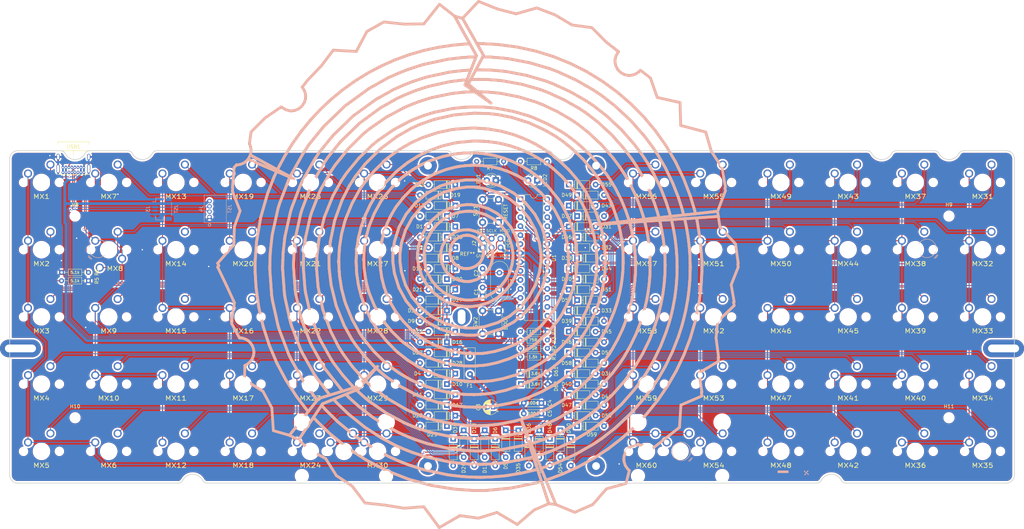
<source format=kicad_pcb>
(kicad_pcb (version 20171130) (host pcbnew 5.99.0+really5.1.10+dfsg1-1)
  (title_block (date 2021-11-18) (rev 1.5))
  (layers (0 F.Cu signal) (31 B.Cu signal) (34 B.Paste user) (35 F.Paste user) (36 B.SilkS user) (37 F.SilkS user) (38 B.Mask user) (39 F.Mask user) (44 Edge.Cuts user))
  (net 0 "")
  (net 1 +5V)
  (net 2 GND)
  (net 3 /ROW0)
  (net 4 /ROW1)
  (net 5 /ROW2)
  (net 6 /ROW3)
  (net 7 /ROW4)
  (net 8 /ROW5)
  (net 9 /RESET)
  (net 10 "Net-(LED1-Pad2)")
  (net 11 /USB_D+)
  (net 12 /USB_D-)
  (net 13 /COL3)
  (net 14 /COL0)
  (net 15 /COL1)
  (net 16 /COL2)
  (net 17 /COL4)
  (net 18 /COL5)
  (net 19 /COL6)
  (net 20 /COL7)
  (net 21 /COL8)
  (net 22 "Net-(C1-Pad1)")
  (net 23 "Net-(C2-Pad1)")
  (net 24 "Net-(F1-Pad1)")
  (net 25 "Net-(D1-Pad2)")
  (net 26 "Net-(D2-Pad2)")
  (net 27 "Net-(D3-Pad2)")
  (net 28 "Net-(D4-Pad2)")
  (net 29 "Net-(D5-Pad2)")
  (net 30 "Net-(D6-Pad2)")
  (net 31 "Net-(D7-Pad2)")
  (net 32 "Net-(D8-Pad2)")
  (net 33 "Net-(D9-Pad2)")
  (net 34 "Net-(D10-Pad2)")
  (net 35 "Net-(D11-Pad2)")
  (net 36 "Net-(D12-Pad2)")
  (net 37 "Net-(D13-Pad2)")
  (net 38 "Net-(D14-Pad2)")
  (net 39 "Net-(D15-Pad2)")
  (net 40 "Net-(D16-Pad2)")
  (net 41 "Net-(D17-Pad2)")
  (net 42 "Net-(D19-Pad2)")
  (net 43 "Net-(D20-Pad2)")
  (net 44 "Net-(D21-Pad2)")
  (net 45 "Net-(D22-Pad2)")
  (net 46 "Net-(D23-Pad2)")
  (net 47 "Net-(D24-Pad2)")
  (net 48 "Net-(D25-Pad2)")
  (net 49 "Net-(D26-Pad2)")
  (net 50 "Net-(D28-Pad2)")
  (net 51 "Net-(D29-Pad2)")
  (net 52 "Net-(D31-Pad2)")
  (net 53 "Net-(D32-Pad2)")
  (net 54 "Net-(D33-Pad2)")
  (net 55 "Net-(D34-Pad2)")
  (net 56 "Net-(D35-Pad2)")
  (net 57 "Net-(D36-Pad2)")
  (net 58 "Net-(D37-Pad2)")
  (net 59 "Net-(D38-Pad2)")
  (net 60 "Net-(D39-Pad2)")
  (net 61 "Net-(D40-Pad2)")
  (net 62 "Net-(D44-Pad2)")
  (net 63 "Net-(D45-Pad2)")
  (net 64 "Net-(D46-Pad2)")
  (net 65 "Net-(D47-Pad2)")
  (net 66 "Net-(D49-Pad2)")
  (net 67 "Net-(D50-Pad2)")
  (net 68 "Net-(D51-Pad2)")
  (net 69 "Net-(D52-Pad2)")
  (net 70 "Net-(D53-Pad2)")
  (net 71 "Net-(D54-Pad2)")
  (net 72 "Net-(D55-Pad2)")
  (net 73 "Net-(D56-Pad2)")
  (net 74 "Net-(D57-Pad2)")
  (net 75 "Net-(D58-Pad2)")
  (net 76 "Net-(D59-Pad2)")
  (net 77 "Net-(D41-Pad2)")
  (net 78 "Net-(D42-Pad2)")
  (net 79 "Net-(D43-Pad2)")
  (net 80 "Net-(D48-Pad2)")
  (net 81 "Net-(LED2-Pad2)")
  (net 82 /LED1)
  (net 83 /LED2)
  (net 84 "Net-(D18-Pad2)")
  (net 85 "Net-(D27-Pad2)")
  (net 86 /COL9)
  (net 87 "Net-(2u_MX30-Pad1)")
  (net 88 "Net-(2u_MX60-Pad1)")
  (net 89 "Net-(R5-Pad2)")
  (net 90 "Net-(R6-Pad2)")
  (net 91 DP)
  (net 92 DN)
  (module MountingHole:MountingHole_2.2mm_M2 (layer F.Cu) (at 276.225224 130.968852)
    (fp_text reference H11 (at 0 -3.2) (layer F.SilkS))
    (fp_text value M2)
    (pad 1 np_thru_hole circle (at 0 0) (size 2.2 2.2) (drill 2.2) (layers *.Cu *.Mask))
  )
  (module MountingHole:MountingHole_2.2mm_M2 (layer F.Cu) (at 28.575016 130.968852)
    (fp_text reference H10 (at 0 -3.2) (layer F.SilkS))
    (fp_text value M2)
    (pad 1 np_thru_hole circle (at 0 0) (size 2.2 2.2) (drill 2.2) (layers *.Cu *.Mask))
  )
  (module MountingHole:MountingHole_2.2mm_M2 (layer F.Cu) (at 276.225224 73.818804)
    (fp_text reference H9 (at 0 -3.2) (layer F.SilkS))
    (fp_text value M2)
    (pad 1 np_thru_hole circle (at 0 0) (size 2.2 2.2) (drill 2.2) (layers *.Cu *.Mask))
  )
  (module MountingHole:MountingHole_2.2mm_M2 (layer F.Cu) (at 28.574968 73.81875)
    (fp_text reference H8 (at 0 -3.2) (layer F.SilkS))
    (fp_text value M2)
    (pad 1 np_thru_hole circle (at 0 0) (size 2.2 2.2) (drill 2.2) (layers *.Cu *.Mask))
  )
  (module lumberjack:USB_C_GCT_USB4085-offset-pads (layer F.Cu) (at 28.1051 55.2958 180)
    (fp_text reference USB1 (at -0.017498 1.13737) (layer F.SilkS))
    (fp_text value USB_C_GCT_USB4085-Type-C)
    (pad A5 thru_hole oval (at -1.275 -6.1 180) (size 0.65 1) (drill 0.4 (offset 0 -0.0635)) (layers *.Cu *.Mask) (net 89 "Net-(R5-Pad2)"))
    (pad A1 thru_hole oval (at -2.975 -6.1 180) (size 0.65 1) (drill 0.4 (offset 0 -0.0635)) (layers *.Cu *.Mask) (net 2 GND))
    (pad A4 thru_hole oval (at -2.125 -6.1 180) (size 0.65 1) (drill 0.4 (offset 0 -0.0635)) (layers *.Cu *.Mask) (net 24 "Net-(F1-Pad1)"))
    (pad A6 thru_hole oval (at -0.425 -6.1 180) (size 0.65 1) (drill 0.4 (offset 0 -0.0635)) (layers *.Cu *.Mask) (net 91 DP))
    (pad A7 thru_hole oval (at 0.425 -6.1 180) (size 0.65 1) (drill 0.4 (offset 0 -0.0635)) (layers *.Cu *.Mask) (net 92 DN))
    (pad A8 thru_hole oval (at 1.275 -6.1 180) (size 0.65 1) (drill 0.4 (offset 0 -0.0635)) (layers *.Cu *.Mask))
    (pad A9 thru_hole oval (at 2.125 -6.1 180) (size 0.65 1) (drill 0.4 (offset 0 -0.0635)) (layers *.Cu *.Mask) (net 24 "Net-(F1-Pad1)"))
    (pad A12 thru_hole oval (at 2.975 -6.1 180) (size 0.65 1) (drill 0.4 (offset 0 -0.0635)) (layers *.Cu *.Mask) (net 2 GND))
    (pad B12 thru_hole oval (at -2.975 -4.775 180) (size 0.65 1) (drill 0.4 (offset 0 0.0635)) (layers *.Cu *.Mask) (net 2 GND))
    (pad B9 thru_hole oval (at -2.12 -4.775 180) (size 0.65 1) (drill 0.4 (offset 0 0.0635)) (layers *.Cu *.Mask) (net 24 "Net-(F1-Pad1)"))
    (pad B8 thru_hole oval (at -1.27 -4.775 180) (size 0.65 1) (drill 0.4 (offset 0 0.0635)) (layers *.Cu *.Mask))
    (pad B7 thru_hole oval (at -0.42 -4.775 180) (size 0.65 1) (drill 0.4 (offset 0 0.0635)) (layers *.Cu *.Mask) (net 92 DN))
    (pad B6 thru_hole oval (at 0.43 -4.775 180) (size 0.65 1) (drill 0.4 (offset 0 0.0635)) (layers *.Cu *.Mask) (net 91 DP))
    (pad B5 thru_hole oval (at 1.28 -4.775 180) (size 0.65 1) (drill 0.4 (offset 0 0.0635)) (layers *.Cu *.Mask) (net 90 "Net-(R6-Pad2)"))
    (pad B4 thru_hole oval (at 2.13 -4.775 180) (size 0.65 1) (drill 0.4 (offset 0 0.0635)) (layers *.Cu *.Mask) (net 24 "Net-(F1-Pad1)"))
    (pad B1 thru_hole oval (at 2.98 -4.775 180) (size 0.65 1) (drill 0.4 (offset 0 0.0635)) (layers *.Cu *.Mask) (net 2 GND))
    (pad S1 thru_hole oval (at -4.325 -5.12 180) (size 0.9 2.4) (drill oval 0.6 2.1) (layers *.Cu *.Mask) (net 2 GND))
    (pad S1 thru_hole oval (at 4.325 -5.12 180) (size 0.9 2.4) (drill oval 0.6 2.1) (layers *.Cu *.Mask) (net 2 GND))
    (pad S1 thru_hole oval (at -4.325 -1.74 180) (size 0.9 1.7) (drill oval 0.6 1.4) (layers *.Cu *.Mask) (net 2 GND))
    (pad S1 thru_hole oval (at 4.325 -1.74 180) (size 0.9 1.7) (drill oval 0.6 1.4) (layers *.Cu *.Mask) (net 2 GND))
  )
  (module lumberjack:MX_NTHSTH (layer F.Cu) (at 38.100032 83.34382 180)
    (fp_text reference MX8 (at -1.775 -5.35 180) (layer F.SilkS) (effects (font (size 1.27 1.524) (thickness 0.2032))))
    (fp_text value SW_Push hide)
    (pad 2 thru_hole circle (at 3.81 2.54) (size 2.286 2.286) (drill 1.4986) (layers *.Cu *.Mask) (net 15 /COL1))
    (pad 1 thru_hole circle (at -2.54 5.08) (size 2.286 2.286) (drill 1.4986) (layers *.Cu *.Mask) (net 32 "Net-(D8-Pad2)"))
    (pad 1 thru_hole circle (at 2.54 -5.08 180) (size 2.286 2.286) (drill 1.4986) (layers *.Cu *.Mask) (net 32 "Net-(D8-Pad2)"))
    (pad 2 thru_hole circle (at -3.81 -2.54 180) (size 2.286 2.286) (drill 1.4986) (layers *.Cu *.Mask) (net 15 /COL1))
    (pad "" np_thru_hole circle (at 0 0 180) (size 3.9878 3.9878) (drill 3.9878) (layers *.Cu *.Mask))
    (pad "" np_thru_hole circle (at -5.08 0 180) (size 1.7018 1.7018) (drill 1.7018) (layers *.Cu *.Mask))
    (pad "" np_thru_hole circle (at 5.08 0 180) (size 1.7018 1.7018) (drill 1.7018) (layers *.Cu *.Mask))
  )
  (module lumberjack:Lumberjack (layer B.Cu) (at 238.125 92.86875 180)
    (fp_text reference REF** hide)
    (fp_text value Lumberjack)
  )
  (module lumberjack:OSHW (layer B.Cu) (at 257.175 92.86875 180)
    (fp_text reference REF** hide)
    (fp_text value OSHW hide)
  )
  (module lumberjack:Flags (layer B.Cu) (at 229.314375 146.685 180)
    (fp_text reference REF** hide)
    (fp_text value flags)
  )
  (module lumberjack:wood (layer F.Cu) (at 139.779375 84.058125)
    (fp_text reference REF** (at 0 0.5) (layer F.SilkS))
    (fp_text value Wood)
  )
  (module lumberjack:MX (layer F.Cu) (at 38.100032 64.293804)
    (fp_text reference MX7 (at 0 4 180) (layer F.SilkS) (effects (font (size 1.27 1.524) (thickness 0.2032))))
    (fp_text value SW_Push hide)
    (pad "" np_thru_hole circle (at 5.08 0) (size 1.7018 1.7018) (drill 1.7018) (layers *.Cu *.Mask))
    (pad "" np_thru_hole circle (at -5.08 0) (size 1.7018 1.7018) (drill 1.7018) (layers *.Cu *.Mask))
    (pad "" np_thru_hole circle (at 0 0) (size 3.9878 3.9878) (drill 3.9878) (layers *.Cu *.Mask))
    (pad 2 thru_hole circle (at -3.81 -2.54) (size 2.286 2.286) (drill 1.4986) (layers *.Cu *.Mask) (net 15 /COL1))
    (pad 1 thru_hole circle (at 2.54 -5.08) (size 2.286 2.286) (drill 1.4986) (layers *.Cu *.Mask) (net 31 "Net-(D7-Pad2)"))
  )
  (module Resistor_THT:R_Axial_DIN0204_L3.6mm_D1.6mm_P7.62mm_Horizontal (layer F.Cu) (at 162.40138 106.561027 180)
    (fp_text reference R4 (at -1.905008 0 90) (layer F.SilkS))
    (fp_text value 10k (at 4.048122 0) (layer F.SilkS) (effects (font (size 0.8 0.8))))
    (pad 2 thru_hole oval (at 7.62 0 180) (size 1.4 1.4) (drill 0.7) (layers *.Cu *.Mask) (net 9 /RESET))
    (pad 1 thru_hole circle (at 0 0 180) (size 1.4 1.4) (drill 0.7) (layers *.Cu *.Mask) (net 1 +5V))
  )
  (module Resistor_THT:R_Axial_DIN0204_L3.6mm_D1.6mm_P7.62mm_Horizontal (layer F.Cu) (at 154.78138 111.323531)
    (fp_text reference R2 (at 9.525008 0 90) (layer F.SilkS))
    (fp_text value 75R (at 3.571878 0) (layer F.SilkS) (effects (font (size 0.8 0.8))))
    (pad 2 thru_hole oval (at 7.62 0) (size 1.4 1.4) (drill 0.7) (layers *.Cu *.Mask) (net 11 /USB_D+))
    (pad 1 thru_hole circle (at 0 0) (size 1.4 1.4) (drill 0.7) (layers *.Cu *.Mask) (net 91 DP))
  )
  (module Fuse:Fuse_Bourns_MF-RHT100 (layer F.Cu) (at 140.493868 116.086035 270)
    (fp_text reference F1 (at 5.794382 0.087313) (layer F.SilkS))
    (fp_text value 100mA)
    (pad 1 thru_hole circle (at -2.54 0 270) (size 1.71 1.71) (drill 0.71) (layers *.Cu *.Mask) (net 24 "Net-(F1-Pad1)"))
    (pad 2 thru_hole circle (at 2.54 0 270) (size 1.71 1.71) (drill 0.71) (layers *.Cu *.Mask) (net 1 +5V))
  )
  (module Diode_THT:D_DO-35_SOD27_P7.62mm_Horizontal (layer F.Cu) (at 144.661059 134.540738 270)
    (fp_text reference D12 (at 10.715634 0 90) (layer F.SilkS))
    (fp_text value 1N4148)
    (pad 1 thru_hole rect (at 0 0 270) (size 1.6 1.6) (drill 0.8) (layers *.Cu *.Mask) (net 8 /ROW5))
    (pad 2 thru_hole oval (at 7.62 0 270) (size 1.6 1.6) (drill 0.8) (layers *.Cu *.Mask) (net 36 "Net-(D12-Pad2)"))
  )
  (module Diode_THT:D_DO-35_SOD27_P7.62mm_Horizontal (layer F.Cu) (at 136.326677 118.467287 180)
    (fp_text reference D4 (at 10.715634 0) (layer F.SilkS))
    (fp_text value 1N4148)
    (pad 1 thru_hole rect (at 0 0 180) (size 1.6 1.6) (drill 0.8) (layers *.Cu *.Mask) (net 6 /ROW3))
    (pad 2 thru_hole oval (at 7.62 0 180) (size 1.6 1.6) (drill 0.8) (layers *.Cu *.Mask) (net 28 "Net-(D4-Pad2)"))
  )
  (module lumberjack:MX (layer F.Cu) (at 114.300096 102.393836)
    (fp_text reference MX28 (at 0 4) (layer F.SilkS) (effects (font (size 1.27 1.524) (thickness 0.2032))))
    (fp_text value SW_Push hide)
    (pad "" np_thru_hole circle (at 5.08 0) (size 1.7018 1.7018) (drill 1.7018) (layers *.Cu *.Mask))
    (pad "" np_thru_hole circle (at -5.08 0) (size 1.7018 1.7018) (drill 1.7018) (layers *.Cu *.Mask))
    (pad "" np_thru_hole circle (at 0 0) (size 3.9878 3.9878) (drill 3.9878) (layers *.Cu *.Mask))
    (pad 2 thru_hole circle (at -3.81 -2.54) (size 2.286 2.286) (drill 1.4986) (layers *.Cu *.Mask) (net 17 /COL4))
    (pad 1 thru_hole circle (at 2.54 -5.08) (size 2.286 2.286) (drill 1.4986) (layers *.Cu *.Mask) (net 50 "Net-(D28-Pad2)"))
  )
  (module lumberjack:MountingSlot_M2 (layer F.Cu) (at 138.112616 102.393836 90)
    (fp_text reference H7 hide)
    (fp_text value M2)
    (pad "" np_thru_hole circle (at 0 0 90) (size 5 5) (drill oval 4.2 2.2) (layers *.Cu *.Mask))
  )
  (module lumberjack:MX (layer F.Cu) (at 285.75024 83.34382)
    (fp_text reference MX32 (at 0 4) (layer F.SilkS) (effects (font (size 1.27 1.524) (thickness 0.2032))))
    (fp_text value SW_Push hide)
    (pad "" np_thru_hole circle (at 5.08 0) (size 1.7018 1.7018) (drill 1.7018) (layers *.Cu *.Mask))
    (pad "" np_thru_hole circle (at -5.08 0) (size 1.7018 1.7018) (drill 1.7018) (layers *.Cu *.Mask))
    (pad "" np_thru_hole circle (at 0 0) (size 3.9878 3.9878) (drill 3.9878) (layers *.Cu *.Mask))
    (pad 2 thru_hole circle (at -3.81 -2.54) (size 2.286 2.286) (drill 1.4986) (layers *.Cu *.Mask) (net 18 /COL5))
    (pad 1 thru_hole circle (at 2.54 -5.08) (size 2.286 2.286) (drill 1.4986) (layers *.Cu *.Mask) (net 53 "Net-(D32-Pad2)"))
  )
  (module Diode_THT:D_DO-35_SOD27_P7.62mm_Horizontal (layer F.Cu) (at 168.473579 118.467287)
    (fp_text reference D34 (at 10.715634 0) (layer F.SilkS))
    (fp_text value 1N4148)
    (pad 1 thru_hole rect (at 0 0) (size 1.6 1.6) (drill 0.8) (layers *.Cu *.Mask) (net 6 /ROW3))
    (pad 2 thru_hole oval (at 7.62 0) (size 1.6 1.6) (drill 0.8) (layers *.Cu *.Mask) (net 55 "Net-(D34-Pad2)"))
  )
  (module Diode_THT:D_DO-35_SOD27_P7.62mm_Horizontal (layer F.Cu) (at 170.854831 73.818812)
    (fp_text reference D37 (at -2.976565 0) (layer F.SilkS))
    (fp_text value 1N4148)
    (pad 1 thru_hole rect (at 0 0) (size 1.6 1.6) (drill 0.8) (layers *.Cu *.Mask) (net 3 /ROW0))
    (pad 2 thru_hole oval (at 7.62 0) (size 1.6 1.6) (drill 0.8) (layers *.Cu *.Mask) (net 58 "Net-(D37-Pad2)"))
  )
  (module Diode_THT:D_DO-35_SOD27_P7.62mm_Horizontal (layer F.Cu) (at 133.945425 67.865682 180)
    (fp_text reference D19 (at -2.381252 0) (layer F.SilkS))
    (fp_text value 1N4148)
    (pad 2 thru_hole oval (at 7.62 0 180) (size 1.6 1.6) (drill 0.8) (layers *.Cu *.Mask) (net 42 "Net-(D19-Pad2)"))
    (pad 1 thru_hole rect (at 0 0 180) (size 1.6 1.6) (drill 0.8) (layers *.Cu *.Mask) (net 3 /ROW0))
  )
  (module lumberjack:MX (layer F.Cu) (at 228.600192 121.443852)
    (fp_text reference MX47 (at 0 4) (layer F.SilkS) (effects (font (size 1.27 1.524) (thickness 0.2032))))
    (fp_text value SW_Push hide)
    (pad "" np_thru_hole circle (at 5.08 0) (size 1.7018 1.7018) (drill 1.7018) (layers *.Cu *.Mask))
    (pad "" np_thru_hole circle (at -5.08 0) (size 1.7018 1.7018) (drill 1.7018) (layers *.Cu *.Mask))
    (pad "" np_thru_hole circle (at 0 0) (size 3.9878 3.9878) (drill 3.9878) (layers *.Cu *.Mask))
    (pad 2 thru_hole circle (at -3.81 -2.54) (size 2.286 2.286) (drill 1.4986) (layers *.Cu *.Mask) (net 20 /COL7))
    (pad 1 thru_hole circle (at 2.54 -5.08) (size 2.286 2.286) (drill 1.4986) (layers *.Cu *.Mask) (net 65 "Net-(D47-Pad2)"))
  )
  (module lumberjack:MX (layer F.Cu) (at 247.650208 83.34382)
    (fp_text reference MX44 (at 0 4) (layer F.SilkS) (effects (font (size 1.27 1.524) (thickness 0.2032))))
    (fp_text value SW_Push hide)
    (pad "" np_thru_hole circle (at 5.08 0) (size 1.7018 1.7018) (drill 1.7018) (layers *.Cu *.Mask))
    (pad "" np_thru_hole circle (at -5.08 0) (size 1.7018 1.7018) (drill 1.7018) (layers *.Cu *.Mask))
    (pad "" np_thru_hole circle (at 0 0) (size 3.9878 3.9878) (drill 3.9878) (layers *.Cu *.Mask))
    (pad 2 thru_hole circle (at -3.81 -2.54) (size 2.286 2.286) (drill 1.4986) (layers *.Cu *.Mask) (net 20 /COL7))
    (pad 1 thru_hole circle (at 2.54 -5.08) (size 2.286 2.286) (drill 1.4986) (layers *.Cu *.Mask) (net 62 "Net-(D44-Pad2)"))
  )
  (module lumberjack:MX (layer F.Cu) (at 247.650208 64.293804)
    (fp_text reference MX43 (at 0 4) (layer F.SilkS) (effects (font (size 1.27 1.524) (thickness 0.2032))))
    (fp_text value SW_Push hide)
    (pad "" np_thru_hole circle (at 5.08 0) (size 1.7018 1.7018) (drill 1.7018) (layers *.Cu *.Mask))
    (pad "" np_thru_hole circle (at -5.08 0) (size 1.7018 1.7018) (drill 1.7018) (layers *.Cu *.Mask))
    (pad "" np_thru_hole circle (at 0 0) (size 3.9878 3.9878) (drill 3.9878) (layers *.Cu *.Mask))
    (pad 2 thru_hole circle (at -3.81 -2.54) (size 2.286 2.286) (drill 1.4986) (layers *.Cu *.Mask) (net 20 /COL7))
    (pad 1 thru_hole circle (at 2.54 -5.08) (size 2.286 2.286) (drill 1.4986) (layers *.Cu *.Mask) (net 79 "Net-(D43-Pad2)"))
  )
  (module lumberjack:MX (layer F.Cu) (at 266.700224 83.34382)
    (fp_text reference MX38 (at 0 4) (layer F.SilkS) (effects (font (size 1.27 1.524) (thickness 0.2032))))
    (fp_text value SW_Push hide)
    (pad "" np_thru_hole circle (at 5.08 0) (size 1.7018 1.7018) (drill 1.7018) (layers *.Cu *.Mask))
    (pad "" np_thru_hole circle (at -5.08 0) (size 1.7018 1.7018) (drill 1.7018) (layers *.Cu *.Mask))
    (pad "" np_thru_hole circle (at 0 0) (size 3.9878 3.9878) (drill 3.9878) (layers *.Cu *.Mask))
    (pad 2 thru_hole circle (at -3.81 -2.54) (size 2.286 2.286) (drill 1.4986) (layers *.Cu *.Mask) (net 19 /COL6))
    (pad 1 thru_hole circle (at 2.54 -5.08) (size 2.286 2.286) (drill 1.4986) (layers *.Cu *.Mask) (net 59 "Net-(D38-Pad2)"))
  )
  (module lumberjack:MX (layer F.Cu) (at 247.650208 102.393836)
    (fp_text reference MX45 (at 0 4) (layer F.SilkS) (effects (font (size 1.27 1.524) (thickness 0.2032))))
    (fp_text value SW_Push hide)
    (pad "" np_thru_hole circle (at 5.08 0) (size 1.7018 1.7018) (drill 1.7018) (layers *.Cu *.Mask))
    (pad "" np_thru_hole circle (at -5.08 0) (size 1.7018 1.7018) (drill 1.7018) (layers *.Cu *.Mask))
    (pad "" np_thru_hole circle (at 0 0) (size 3.9878 3.9878) (drill 3.9878) (layers *.Cu *.Mask))
    (pad 2 thru_hole circle (at -3.81 -2.54) (size 2.286 2.286) (drill 1.4986) (layers *.Cu *.Mask) (net 20 /COL7))
    (pad 1 thru_hole circle (at 2.54 -5.08) (size 2.286 2.286) (drill 1.4986) (layers *.Cu *.Mask) (net 63 "Net-(D45-Pad2)"))
  )
  (module lumberjack:MX (layer F.Cu) (at 285.75024 102.393836)
    (fp_text reference MX33 (at 0 4) (layer F.SilkS) (effects (font (size 1.27 1.524) (thickness 0.2032))))
    (fp_text value SW_Push hide)
    (pad "" np_thru_hole circle (at 5.08 0) (size 1.7018 1.7018) (drill 1.7018) (layers *.Cu *.Mask))
    (pad "" np_thru_hole circle (at -5.08 0) (size 1.7018 1.7018) (drill 1.7018) (layers *.Cu *.Mask))
    (pad "" np_thru_hole circle (at 0 0) (size 3.9878 3.9878) (drill 3.9878) (layers *.Cu *.Mask))
    (pad 2 thru_hole circle (at -3.81 -2.54) (size 2.286 2.286) (drill 1.4986) (layers *.Cu *.Mask) (net 18 /COL5))
    (pad 1 thru_hole circle (at 2.54 -5.08) (size 2.286 2.286) (drill 1.4986) (layers *.Cu *.Mask) (net 54 "Net-(D33-Pad2)"))
  )
  (module lumberjack:MX (layer F.Cu) (at 266.700224 102.393836)
    (fp_text reference MX39 (at 0 4) (layer F.SilkS) (effects (font (size 1.27 1.524) (thickness 0.2032))))
    (fp_text value SW_Push hide)
    (pad "" np_thru_hole circle (at 5.08 0) (size 1.7018 1.7018) (drill 1.7018) (layers *.Cu *.Mask))
    (pad "" np_thru_hole circle (at -5.08 0) (size 1.7018 1.7018) (drill 1.7018) (layers *.Cu *.Mask))
    (pad "" np_thru_hole circle (at 0 0) (size 3.9878 3.9878) (drill 3.9878) (layers *.Cu *.Mask))
    (pad 2 thru_hole circle (at -3.81 -2.54) (size 2.286 2.286) (drill 1.4986) (layers *.Cu *.Mask) (net 19 /COL6))
    (pad 1 thru_hole circle (at 2.54 -5.08) (size 2.286 2.286) (drill 1.4986) (layers *.Cu *.Mask) (net 60 "Net-(D39-Pad2)"))
  )
  (module lumberjack:MX (layer F.Cu) (at 285.75024 121.443852)
    (fp_text reference MX34 (at 0 4) (layer F.SilkS) (effects (font (size 1.27 1.524) (thickness 0.2032))))
    (fp_text value SW_Push hide)
    (pad "" np_thru_hole circle (at 5.08 0) (size 1.7018 1.7018) (drill 1.7018) (layers *.Cu *.Mask))
    (pad "" np_thru_hole circle (at -5.08 0) (size 1.7018 1.7018) (drill 1.7018) (layers *.Cu *.Mask))
    (pad "" np_thru_hole circle (at 0 0) (size 3.9878 3.9878) (drill 3.9878) (layers *.Cu *.Mask))
    (pad 2 thru_hole circle (at -3.81 -2.54) (size 2.286 2.286) (drill 1.4986) (layers *.Cu *.Mask) (net 18 /COL5))
    (pad 1 thru_hole circle (at 2.54 -5.08) (size 2.286 2.286) (drill 1.4986) (layers *.Cu *.Mask) (net 55 "Net-(D34-Pad2)"))
  )
  (module lumberjack:MX (layer F.Cu) (at 266.700224 121.443852)
    (fp_text reference MX40 (at 0 4) (layer F.SilkS) (effects (font (size 1.27 1.524) (thickness 0.2032))))
    (fp_text value SW_Push hide)
    (pad "" np_thru_hole circle (at 5.08 0) (size 1.7018 1.7018) (drill 1.7018) (layers *.Cu *.Mask))
    (pad "" np_thru_hole circle (at -5.08 0) (size 1.7018 1.7018) (drill 1.7018) (layers *.Cu *.Mask))
    (pad "" np_thru_hole circle (at 0 0) (size 3.9878 3.9878) (drill 3.9878) (layers *.Cu *.Mask))
    (pad 2 thru_hole circle (at -3.81 -2.54) (size 2.286 2.286) (drill 1.4986) (layers *.Cu *.Mask) (net 19 /COL6))
    (pad 1 thru_hole circle (at 2.54 -5.08) (size 2.286 2.286) (drill 1.4986) (layers *.Cu *.Mask) (net 61 "Net-(D40-Pad2)"))
  )
  (module lumberjack:MX (layer F.Cu) (at 228.600192 102.393836)
    (fp_text reference MX46 (at 0 4) (layer F.SilkS) (effects (font (size 1.27 1.524) (thickness 0.2032))))
    (fp_text value SW_Push hide)
    (pad "" np_thru_hole circle (at 5.08 0) (size 1.7018 1.7018) (drill 1.7018) (layers *.Cu *.Mask))
    (pad "" np_thru_hole circle (at -5.08 0) (size 1.7018 1.7018) (drill 1.7018) (layers *.Cu *.Mask))
    (pad "" np_thru_hole circle (at 0 0) (size 3.9878 3.9878) (drill 3.9878) (layers *.Cu *.Mask))
    (pad 2 thru_hole circle (at -3.81 -2.54) (size 2.286 2.286) (drill 1.4986) (layers *.Cu *.Mask) (net 20 /COL7))
    (pad 1 thru_hole circle (at 2.54 -5.08) (size 2.286 2.286) (drill 1.4986) (layers *.Cu *.Mask) (net 64 "Net-(D46-Pad2)"))
  )
  (module lumberjack:MX (layer F.Cu) (at 209.550176 102.393836)
    (fp_text reference MX52 (at 0 4) (layer F.SilkS) (effects (font (size 1.27 1.524) (thickness 0.2032))))
    (fp_text value SW_Push hide)
    (pad "" np_thru_hole circle (at 5.08 0) (size 1.7018 1.7018) (drill 1.7018) (layers *.Cu *.Mask))
    (pad "" np_thru_hole circle (at -5.08 0) (size 1.7018 1.7018) (drill 1.7018) (layers *.Cu *.Mask))
    (pad "" np_thru_hole circle (at 0 0) (size 3.9878 3.9878) (drill 3.9878) (layers *.Cu *.Mask))
    (pad 2 thru_hole circle (at -3.81 -2.54) (size 2.286 2.286) (drill 1.4986) (layers *.Cu *.Mask) (net 21 /COL8))
    (pad 1 thru_hole circle (at 2.54 -5.08) (size 2.286 2.286) (drill 1.4986) (layers *.Cu *.Mask) (net 69 "Net-(D52-Pad2)"))
  )
  (module lumberjack:MX (layer F.Cu) (at 285.75024 140.493868)
    (fp_text reference MX35 (at 0 4) (layer F.SilkS) (effects (font (size 1.27 1.524) (thickness 0.2032))))
    (fp_text value SW_Push hide)
    (pad "" np_thru_hole circle (at 5.08 0) (size 1.7018 1.7018) (drill 1.7018) (layers *.Cu *.Mask))
    (pad "" np_thru_hole circle (at -5.08 0) (size 1.7018 1.7018) (drill 1.7018) (layers *.Cu *.Mask))
    (pad "" np_thru_hole circle (at 0 0) (size 3.9878 3.9878) (drill 3.9878) (layers *.Cu *.Mask))
    (pad 2 thru_hole circle (at -3.81 -2.54) (size 2.286 2.286) (drill 1.4986) (layers *.Cu *.Mask) (net 18 /COL5))
    (pad 1 thru_hole circle (at 2.54 -5.08) (size 2.286 2.286) (drill 1.4986) (layers *.Cu *.Mask) (net 56 "Net-(D35-Pad2)"))
  )
  (module lumberjack:MX (layer F.Cu) (at 247.650208 121.443852)
    (fp_text reference MX41 (at 0 4) (layer F.SilkS) (effects (font (size 1.27 1.524) (thickness 0.2032))))
    (fp_text value SW_Push hide)
    (pad "" np_thru_hole circle (at 5.08 0) (size 1.7018 1.7018) (drill 1.7018) (layers *.Cu *.Mask))
    (pad "" np_thru_hole circle (at -5.08 0) (size 1.7018 1.7018) (drill 1.7018) (layers *.Cu *.Mask))
    (pad "" np_thru_hole circle (at 0 0) (size 3.9878 3.9878) (drill 3.9878) (layers *.Cu *.Mask))
    (pad 2 thru_hole circle (at -3.81 -2.54) (size 2.286 2.286) (drill 1.4986) (layers *.Cu *.Mask) (net 19 /COL6))
    (pad 1 thru_hole circle (at 2.54 -5.08) (size 2.286 2.286) (drill 1.4986) (layers *.Cu *.Mask) (net 77 "Net-(D41-Pad2)"))
  )
  (module lumberjack:MX (layer F.Cu) (at 209.550176 121.443852)
    (fp_text reference MX53 (at 0 4) (layer F.SilkS) (effects (font (size 1.27 1.524) (thickness 0.2032))))
    (fp_text value SW_Push hide)
    (pad "" np_thru_hole circle (at 5.08 0) (size 1.7018 1.7018) (drill 1.7018) (layers *.Cu *.Mask))
    (pad "" np_thru_hole circle (at -5.08 0) (size 1.7018 1.7018) (drill 1.7018) (layers *.Cu *.Mask))
    (pad "" np_thru_hole circle (at 0 0) (size 3.9878 3.9878) (drill 3.9878) (layers *.Cu *.Mask))
    (pad 2 thru_hole circle (at -3.81 -2.54) (size 2.286 2.286) (drill 1.4986) (layers *.Cu *.Mask) (net 21 /COL8))
    (pad 1 thru_hole circle (at 2.54 -5.08) (size 2.286 2.286) (drill 1.4986) (layers *.Cu *.Mask) (net 70 "Net-(D53-Pad2)"))
  )
  (module lumberjack:MX (layer F.Cu) (at 266.700224 140.493868)
    (fp_text reference MX36 (at 0 4) (layer F.SilkS) (effects (font (size 1.27 1.524) (thickness 0.2032))))
    (fp_text value SW_Push hide)
    (pad "" np_thru_hole circle (at 5.08 0) (size 1.7018 1.7018) (drill 1.7018) (layers *.Cu *.Mask))
    (pad "" np_thru_hole circle (at -5.08 0) (size 1.7018 1.7018) (drill 1.7018) (layers *.Cu *.Mask))
    (pad "" np_thru_hole circle (at 0 0) (size 3.9878 3.9878) (drill 3.9878) (layers *.Cu *.Mask))
    (pad 2 thru_hole circle (at -3.81 -2.54) (size 2.286 2.286) (drill 1.4986) (layers *.Cu *.Mask) (net 18 /COL5))
    (pad 1 thru_hole circle (at 2.54 -5.08) (size 2.286 2.286) (drill 1.4986) (layers *.Cu *.Mask) (net 57 "Net-(D36-Pad2)"))
  )
  (module lumberjack:MX (layer F.Cu) (at 247.650208 140.493868)
    (fp_text reference MX42 (at 0 4) (layer F.SilkS) (effects (font (size 1.27 1.524) (thickness 0.2032))))
    (fp_text value SW_Push hide)
    (pad "" np_thru_hole circle (at 5.08 0) (size 1.7018 1.7018) (drill 1.7018) (layers *.Cu *.Mask))
    (pad "" np_thru_hole circle (at -5.08 0) (size 1.7018 1.7018) (drill 1.7018) (layers *.Cu *.Mask))
    (pad "" np_thru_hole circle (at 0 0) (size 3.9878 3.9878) (drill 3.9878) (layers *.Cu *.Mask))
    (pad 2 thru_hole circle (at -3.81 -2.54) (size 2.286 2.286) (drill 1.4986) (layers *.Cu *.Mask) (net 19 /COL6))
    (pad 1 thru_hole circle (at 2.54 -5.08) (size 2.286 2.286) (drill 1.4986) (layers *.Cu *.Mask) (net 78 "Net-(D42-Pad2)"))
  )
  (module lumberjack:MX (layer F.Cu) (at 228.600192 140.493868)
    (fp_text reference MX48 (at 0 4) (layer F.SilkS) (effects (font (size 1.27 1.524) (thickness 0.2032))))
    (fp_text value SW_Push hide)
    (pad "" np_thru_hole circle (at 5.08 0) (size 1.7018 1.7018) (drill 1.7018) (layers *.Cu *.Mask))
    (pad "" np_thru_hole circle (at -5.08 0) (size 1.7018 1.7018) (drill 1.7018) (layers *.Cu *.Mask))
    (pad "" np_thru_hole circle (at 0 0) (size 3.9878 3.9878) (drill 3.9878) (layers *.Cu *.Mask))
    (pad 2 thru_hole circle (at -3.81 -2.54) (size 2.286 2.286) (drill 1.4986) (layers *.Cu *.Mask) (net 20 /COL7))
    (pad 1 thru_hole circle (at 2.54 -5.08) (size 2.286 2.286) (drill 1.4986) (layers *.Cu *.Mask) (net 80 "Net-(D48-Pad2)"))
  )
  (module lumberjack:MX (layer F.Cu) (at 209.550176 140.493868)
    (fp_text reference MX54 (at 0 4) (layer F.SilkS) (effects (font (size 1.27 1.524) (thickness 0.2032))))
    (fp_text value SW_Push hide)
    (pad 1 thru_hole circle (at 2.54 -5.08) (size 2.286 2.286) (drill 1.4986) (layers *.Cu *.Mask) (net 71 "Net-(D54-Pad2)"))
    (pad 2 thru_hole circle (at -3.81 -2.54) (size 2.286 2.286) (drill 1.4986) (layers *.Cu *.Mask) (net 21 /COL8))
    (pad "" np_thru_hole circle (at 0 0) (size 3.9878 3.9878) (drill 3.9878) (layers *.Cu *.Mask))
    (pad "" np_thru_hole circle (at -5.08 0) (size 1.7018 1.7018) (drill 1.7018) (layers *.Cu *.Mask))
    (pad "" np_thru_hole circle (at 5.08 0) (size 1.7018 1.7018) (drill 1.7018) (layers *.Cu *.Mask))
  )
  (module lumberjack:MX (layer F.Cu) (at 114.300096 64.293804)
    (fp_text reference MX26 (at 0 4) (layer F.SilkS) (effects (font (size 1.27 1.524) (thickness 0.2032))))
    (fp_text value SW_Push hide)
    (pad "" np_thru_hole circle (at 5.08 0) (size 1.7018 1.7018) (drill 1.7018) (layers *.Cu *.Mask))
    (pad "" np_thru_hole circle (at -5.08 0) (size 1.7018 1.7018) (drill 1.7018) (layers *.Cu *.Mask))
    (pad "" np_thru_hole circle (at 0 0) (size 3.9878 3.9878) (drill 3.9878) (layers *.Cu *.Mask))
    (pad 2 thru_hole circle (at -3.81 -2.54) (size 2.286 2.286) (drill 1.4986) (layers *.Cu *.Mask) (net 17 /COL4))
    (pad 1 thru_hole circle (at 2.54 -5.08) (size 2.286 2.286) (drill 1.4986) (layers *.Cu *.Mask) (net 49 "Net-(D26-Pad2)"))
  )
  (module lumberjack:MX (layer F.Cu) (at 114.300096 83.34382)
    (fp_text reference MX27 (at 0 4) (layer F.SilkS) (effects (font (size 1.27 1.524) (thickness 0.2032))))
    (fp_text value SW_Push hide)
    (pad "" np_thru_hole circle (at 5.08 0) (size 1.7018 1.7018) (drill 1.7018) (layers *.Cu *.Mask))
    (pad "" np_thru_hole circle (at -5.08 0) (size 1.7018 1.7018) (drill 1.7018) (layers *.Cu *.Mask))
    (pad "" np_thru_hole circle (at 0 0) (size 3.9878 3.9878) (drill 3.9878) (layers *.Cu *.Mask))
    (pad 2 thru_hole circle (at -3.81 -2.54) (size 2.286 2.286) (drill 1.4986) (layers *.Cu *.Mask) (net 17 /COL4))
    (pad 1 thru_hole circle (at 2.54 -5.08) (size 2.286 2.286) (drill 1.4986) (layers *.Cu *.Mask) (net 85 "Net-(D27-Pad2)"))
  )
  (module lumberjack:MX (layer F.Cu) (at 76.200064 83.34382)
    (fp_text reference MX20 (at 0 4) (layer F.SilkS) (effects (font (size 1.27 1.524) (thickness 0.2032))))
    (fp_text value SW_Push hide)
    (pad "" np_thru_hole circle (at 5.08 0) (size 1.7018 1.7018) (drill 1.7018) (layers *.Cu *.Mask))
    (pad "" np_thru_hole circle (at -5.08 0) (size 1.7018 1.7018) (drill 1.7018) (layers *.Cu *.Mask))
    (pad "" np_thru_hole circle (at 0 0) (size 3.9878 3.9878) (drill 3.9878) (layers *.Cu *.Mask))
    (pad 2 thru_hole circle (at -3.81 -2.54) (size 2.286 2.286) (drill 1.4986) (layers *.Cu *.Mask) (net 13 /COL3))
    (pad 1 thru_hole circle (at 2.54 -5.08) (size 2.286 2.286) (drill 1.4986) (layers *.Cu *.Mask) (net 43 "Net-(D20-Pad2)"))
  )
  (module lumberjack:MX (layer F.Cu) (at 95.25008 140.493868)
    (fp_text reference MX24 (at 0 4) (layer F.SilkS) (effects (font (size 1.27 1.524) (thickness 0.2032))))
    (fp_text value SW_Push hide)
    (pad "" np_thru_hole circle (at 5.08 0) (size 1.7018 1.7018) (drill 1.7018) (layers *.Cu *.Mask))
    (pad "" np_thru_hole circle (at -5.08 0) (size 1.7018 1.7018) (drill 1.7018) (layers *.Cu *.Mask))
    (pad "" np_thru_hole circle (at 0 0) (size 3.9878 3.9878) (drill 3.9878) (layers *.Cu *.Mask))
    (pad 2 thru_hole circle (at -3.81 -2.54) (size 2.286 2.286) (drill 1.4986) (layers *.Cu *.Mask) (net 13 /COL3))
    (pad 1 thru_hole circle (at 2.54 -5.08) (size 2.286 2.286) (drill 1.4986) (layers *.Cu *.Mask) (net 47 "Net-(D24-Pad2)"))
  )
  (module lumberjack:MX (layer F.Cu) (at 57.150048 140.493868)
    (fp_text reference MX12 (at 0 4) (layer F.SilkS) (effects (font (size 1.27 1.524) (thickness 0.2032))))
    (fp_text value SW_Push hide)
    (pad "" np_thru_hole circle (at 5.08 0) (size 1.7018 1.7018) (drill 1.7018) (layers *.Cu *.Mask))
    (pad "" np_thru_hole circle (at -5.08 0) (size 1.7018 1.7018) (drill 1.7018) (layers *.Cu *.Mask))
    (pad "" np_thru_hole circle (at 0 0) (size 3.9878 3.9878) (drill 3.9878) (layers *.Cu *.Mask))
    (pad 2 thru_hole circle (at -3.81 -2.54) (size 2.286 2.286) (drill 1.4986) (layers *.Cu *.Mask) (net 15 /COL1))
    (pad 1 thru_hole circle (at 2.54 -5.08) (size 2.286 2.286) (drill 1.4986) (layers *.Cu *.Mask) (net 36 "Net-(D12-Pad2)"))
  )
  (module lumberjack:MX (layer F.Cu) (at 19.050016 83.34382)
    (fp_text reference MX2 (at 0 4) (layer F.SilkS) (effects (font (size 1.27 1.524) (thickness 0.2032))))
    (fp_text value SW_Push hide)
    (pad "" np_thru_hole circle (at 5.08 0) (size 1.7018 1.7018) (drill 1.7018) (layers *.Cu *.Mask))
    (pad "" np_thru_hole circle (at -5.08 0) (size 1.7018 1.7018) (drill 1.7018) (layers *.Cu *.Mask))
    (pad "" np_thru_hole circle (at 0 0) (size 3.9878 3.9878) (drill 3.9878) (layers *.Cu *.Mask))
    (pad 2 thru_hole circle (at -3.81 -2.54) (size 2.286 2.286) (drill 1.4986) (layers *.Cu *.Mask) (net 14 /COL0))
    (pad 1 thru_hole circle (at 2.54 -5.08) (size 2.286 2.286) (drill 1.4986) (layers *.Cu *.Mask) (net 26 "Net-(D2-Pad2)"))
  )
  (module lumberjack:MountingSlot_M2 (layer F.Cu) (at 13.096886 111.323531)
    (fp_text reference H5 hide)
    (fp_text value M2)
    (pad "" np_thru_hole oval (at 0 0) (size 11.6 5) (drill oval 8.8 2.2) (layers *.Cu *.Mask))
  )
  (module lumberjack:MountingSlot_M2 (layer F.Cu) (at 291.70337 111.323531)
    (fp_text reference H6 hide)
    (fp_text value M2)
    (pad "" np_thru_hole oval (at 0 0) (size 11.6 5) (drill oval 8.8 2.2) (layers *.Cu *.Mask))
  )
  (module lumberjack:MountingHole_M2 (layer F.Cu) (at 128.587608 59.5313)
    (fp_text reference H1 hide)
    (fp_text value M2)
    (pad "" np_thru_hole circle (at 0 0) (size 5 5) (drill 2.2) (layers *.Cu *.Mask))
  )
  (module lumberjack:MountingHole_M2 (layer F.Cu) (at 176.212648 59.5313)
    (fp_text reference H2 hide)
    (fp_text value M2)
    (pad "" np_thru_hole circle (at 0 0) (size 5 5) (drill 2.2) (layers *.Cu *.Mask))
  )
  (module lumberjack:MountingHole_M2 (layer F.Cu) (at 128.587608 144.661059)
    (fp_text reference H3 hide)
    (fp_text value M2)
    (pad "" np_thru_hole circle (at 0 0) (size 5 5) (drill 2.2) (layers *.Cu *.Mask))
  )
  (module lumberjack:MountingHole_M2 (layer F.Cu) (at 176.212648 144.661059)
    (fp_text reference H4 hide)
    (fp_text value M2)
    (pad "" np_thru_hole circle (at 0 0) (size 5 5) (drill 2.2) (layers *.Cu *.Mask))
  )
  (module lumberjack:MX (layer F.Cu) (at 19.049968 64.29375)
    (fp_text reference MX1 (at 0 4) (layer F.SilkS) (effects (font (size 1.27 1.524) (thickness 0.2032))))
    (fp_text value SW_Push hide)
    (pad "" np_thru_hole circle (at 5.08 0) (size 1.7018 1.7018) (drill 1.7018) (layers *.Cu *.Mask))
    (pad "" np_thru_hole circle (at -5.08 0) (size 1.7018 1.7018) (drill 1.7018) (layers *.Cu *.Mask))
    (pad "" np_thru_hole circle (at 0 0) (size 3.9878 3.9878) (drill 3.9878) (layers *.Cu *.Mask))
    (pad 2 thru_hole circle (at -3.81 -2.54) (size 2.286 2.286) (drill 1.4986) (layers *.Cu *.Mask) (net 14 /COL0))
    (pad 1 thru_hole circle (at 2.54 -5.08) (size 2.286 2.286) (drill 1.4986) (layers *.Cu *.Mask) (net 25 "Net-(D1-Pad2)"))
  )
  (module lumberjack:MX (layer F.Cu) (at 57.150048 64.293804)
    (fp_text reference MX13 (at 0 4) (layer F.SilkS) (effects (font (size 1.27 1.524) (thickness 0.2032))))
    (fp_text value SW_Push hide)
    (pad "" np_thru_hole circle (at 5.08 0) (size 1.7018 1.7018) (drill 1.7018) (layers *.Cu *.Mask))
    (pad "" np_thru_hole circle (at -5.08 0) (size 1.7018 1.7018) (drill 1.7018) (layers *.Cu *.Mask))
    (pad "" np_thru_hole circle (at 0 0) (size 3.9878 3.9878) (drill 3.9878) (layers *.Cu *.Mask))
    (pad 2 thru_hole circle (at -3.81 -2.54) (size 2.286 2.286) (drill 1.4986) (layers *.Cu *.Mask) (net 16 /COL2))
    (pad 1 thru_hole circle (at 2.54 -5.08) (size 2.286 2.286) (drill 1.4986) (layers *.Cu *.Mask) (net 37 "Net-(D13-Pad2)"))
  )
  (module lumberjack:MX (layer F.Cu) (at 76.200064 64.293804)
    (fp_text reference MX19 (at 0 4) (layer F.SilkS) (effects (font (size 1.27 1.524) (thickness 0.2032))))
    (fp_text value SW_Push hide)
    (pad "" np_thru_hole circle (at 5.08 0) (size 1.7018 1.7018) (drill 1.7018) (layers *.Cu *.Mask))
    (pad "" np_thru_hole circle (at -5.08 0) (size 1.7018 1.7018) (drill 1.7018) (layers *.Cu *.Mask))
    (pad "" np_thru_hole circle (at 0 0) (size 3.9878 3.9878) (drill 3.9878) (layers *.Cu *.Mask))
    (pad 2 thru_hole circle (at -3.81 -2.54) (size 2.286 2.286) (drill 1.4986) (layers *.Cu *.Mask) (net 13 /COL3))
    (pad 1 thru_hole circle (at 2.54 -5.08) (size 2.286 2.286) (drill 1.4986) (layers *.Cu *.Mask) (net 42 "Net-(D19-Pad2)"))
  )
  (module lumberjack:MX (layer F.Cu) (at 95.25008 64.293804)
    (fp_text reference MX25 (at 0 4) (layer F.SilkS) (effects (font (size 1.27 1.524) (thickness 0.2032))))
    (fp_text value SW_Push hide)
    (pad "" np_thru_hole circle (at 5.08 0) (size 1.7018 1.7018) (drill 1.7018) (layers *.Cu *.Mask))
    (pad "" np_thru_hole circle (at -5.08 0) (size 1.7018 1.7018) (drill 1.7018) (layers *.Cu *.Mask))
    (pad "" np_thru_hole circle (at 0 0) (size 3.9878 3.9878) (drill 3.9878) (layers *.Cu *.Mask))
    (pad 2 thru_hole circle (at -3.81 -2.54) (size 2.286 2.286) (drill 1.4986) (layers *.Cu *.Mask) (net 17 /COL4))
    (pad 1 thru_hole circle (at 2.54 -5.08) (size 2.286 2.286) (drill 1.4986) (layers *.Cu *.Mask) (net 48 "Net-(D25-Pad2)"))
  )
  (module lumberjack:MX (layer F.Cu) (at 285.75024 64.293804)
    (fp_text reference MX31 (at 0 4) (layer F.SilkS) (effects (font (size 1.27 1.524) (thickness 0.2032))))
    (fp_text value SW_Push hide)
    (pad "" np_thru_hole circle (at 5.08 0) (size 1.7018 1.7018) (drill 1.7018) (layers *.Cu *.Mask))
    (pad "" np_thru_hole circle (at -5.08 0) (size 1.7018 1.7018) (drill 1.7018) (layers *.Cu *.Mask))
    (pad "" np_thru_hole circle (at 0 0) (size 3.9878 3.9878) (drill 3.9878) (layers *.Cu *.Mask))
    (pad 2 thru_hole circle (at -3.81 -2.54) (size 2.286 2.286) (drill 1.4986) (layers *.Cu *.Mask) (net 18 /COL5))
    (pad 1 thru_hole circle (at 2.54 -5.08) (size 2.286 2.286) (drill 1.4986) (layers *.Cu *.Mask) (net 52 "Net-(D31-Pad2)"))
  )
  (module lumberjack:MX (layer F.Cu) (at 266.700224 64.293804)
    (fp_text reference MX37 (at 0 4) (layer F.SilkS) (effects (font (size 1.27 1.524) (thickness 0.2032))))
    (fp_text value SW_Push hide)
    (pad "" np_thru_hole circle (at 5.08 0) (size 1.7018 1.7018) (drill 1.7018) (layers *.Cu *.Mask))
    (pad "" np_thru_hole circle (at -5.08 0) (size 1.7018 1.7018) (drill 1.7018) (layers *.Cu *.Mask))
    (pad "" np_thru_hole circle (at 0 0) (size 3.9878 3.9878) (drill 3.9878) (layers *.Cu *.Mask))
    (pad 2 thru_hole circle (at -3.81 -2.54) (size 2.286 2.286) (drill 1.4986) (layers *.Cu *.Mask) (net 19 /COL6))
    (pad 1 thru_hole circle (at 2.54 -5.08) (size 2.286 2.286) (drill 1.4986) (layers *.Cu *.Mask) (net 58 "Net-(D37-Pad2)"))
  )
  (module lumberjack:MX (layer F.Cu) (at 228.600192 64.293804)
    (fp_text reference MX49 (at 0 4) (layer F.SilkS) (effects (font (size 1.27 1.524) (thickness 0.2032))))
    (fp_text value SW_Push hide)
    (pad "" np_thru_hole circle (at 5.08 0) (size 1.7018 1.7018) (drill 1.7018) (layers *.Cu *.Mask))
    (pad "" np_thru_hole circle (at -5.08 0) (size 1.7018 1.7018) (drill 1.7018) (layers *.Cu *.Mask))
    (pad "" np_thru_hole circle (at 0 0) (size 3.9878 3.9878) (drill 3.9878) (layers *.Cu *.Mask))
    (pad 2 thru_hole circle (at -3.81 -2.54) (size 2.286 2.286) (drill 1.4986) (layers *.Cu *.Mask) (net 21 /COL8))
    (pad 1 thru_hole circle (at 2.54 -5.08) (size 2.286 2.286) (drill 1.4986) (layers *.Cu *.Mask) (net 66 "Net-(D49-Pad2)"))
  )
  (module lumberjack:MX (layer F.Cu) (at 57.150048 83.34382)
    (fp_text reference MX14 (at 0 4) (layer F.SilkS) (effects (font (size 1.27 1.524) (thickness 0.2032))))
    (fp_text value SW_Push hide)
    (pad "" np_thru_hole circle (at 5.08 0) (size 1.7018 1.7018) (drill 1.7018) (layers *.Cu *.Mask))
    (pad "" np_thru_hole circle (at -5.08 0) (size 1.7018 1.7018) (drill 1.7018) (layers *.Cu *.Mask))
    (pad "" np_thru_hole circle (at 0 0) (size 3.9878 3.9878) (drill 3.9878) (layers *.Cu *.Mask))
    (pad 2 thru_hole circle (at -3.81 -2.54) (size 2.286 2.286) (drill 1.4986) (layers *.Cu *.Mask) (net 16 /COL2))
    (pad 1 thru_hole circle (at 2.54 -5.08) (size 2.286 2.286) (drill 1.4986) (layers *.Cu *.Mask) (net 38 "Net-(D14-Pad2)"))
  )
  (module lumberjack:MX (layer F.Cu) (at 228.600192 83.34382)
    (fp_text reference MX50 (at 0 4) (layer F.SilkS) (effects (font (size 1.27 1.524) (thickness 0.2032))))
    (fp_text value SW_Push hide)
    (pad "" np_thru_hole circle (at 5.08 0) (size 1.7018 1.7018) (drill 1.7018) (layers *.Cu *.Mask))
    (pad "" np_thru_hole circle (at -5.08 0) (size 1.7018 1.7018) (drill 1.7018) (layers *.Cu *.Mask))
    (pad "" np_thru_hole circle (at 0 0) (size 3.9878 3.9878) (drill 3.9878) (layers *.Cu *.Mask))
    (pad 2 thru_hole circle (at -3.81 -2.54) (size 2.286 2.286) (drill 1.4986) (layers *.Cu *.Mask) (net 21 /COL8))
    (pad 1 thru_hole circle (at 2.54 -5.08) (size 2.286 2.286) (drill 1.4986) (layers *.Cu *.Mask) (net 67 "Net-(D50-Pad2)"))
  )
  (module lumberjack:MX (layer F.Cu) (at 19.050016 102.393836)
    (fp_text reference MX3 (at 0 4) (layer F.SilkS) (effects (font (size 1.27 1.524) (thickness 0.2032))))
    (fp_text value SW_Push hide)
    (pad "" np_thru_hole circle (at 5.08 0) (size 1.7018 1.7018) (drill 1.7018) (layers *.Cu *.Mask))
    (pad "" np_thru_hole circle (at -5.08 0) (size 1.7018 1.7018) (drill 1.7018) (layers *.Cu *.Mask))
    (pad "" np_thru_hole circle (at 0 0) (size 3.9878 3.9878) (drill 3.9878) (layers *.Cu *.Mask))
    (pad 2 thru_hole circle (at -3.81 -2.54) (size 2.286 2.286) (drill 1.4986) (layers *.Cu *.Mask) (net 14 /COL0))
    (pad 1 thru_hole circle (at 2.54 -5.08) (size 2.286 2.286) (drill 1.4986) (layers *.Cu *.Mask) (net 27 "Net-(D3-Pad2)"))
  )
  (module lumberjack:MX (layer F.Cu) (at 38.100032 102.393836)
    (fp_text reference MX9 (at 0 4) (layer F.SilkS) (effects (font (size 1.27 1.524) (thickness 0.2032))))
    (fp_text value SW_Push hide)
    (pad "" np_thru_hole circle (at 5.08 0) (size 1.7018 1.7018) (drill 1.7018) (layers *.Cu *.Mask))
    (pad "" np_thru_hole circle (at -5.08 0) (size 1.7018 1.7018) (drill 1.7018) (layers *.Cu *.Mask))
    (pad "" np_thru_hole circle (at 0 0) (size 3.9878 3.9878) (drill 3.9878) (layers *.Cu *.Mask))
    (pad 2 thru_hole circle (at -3.81 -2.54) (size 2.286 2.286) (drill 1.4986) (layers *.Cu *.Mask) (net 15 /COL1))
    (pad 1 thru_hole circle (at 2.54 -5.08) (size 2.286 2.286) (drill 1.4986) (layers *.Cu *.Mask) (net 33 "Net-(D9-Pad2)"))
  )
  (module lumberjack:MX (layer F.Cu) (at 57.150048 102.393836)
    (fp_text reference MX15 (at 0 4) (layer F.SilkS) (effects (font (size 1.27 1.524) (thickness 0.2032))))
    (fp_text value SW_Push hide)
    (pad "" np_thru_hole circle (at 5.08 0) (size 1.7018 1.7018) (drill 1.7018) (layers *.Cu *.Mask))
    (pad "" np_thru_hole circle (at -5.08 0) (size 1.7018 1.7018) (drill 1.7018) (layers *.Cu *.Mask))
    (pad "" np_thru_hole circle (at 0 0) (size 3.9878 3.9878) (drill 3.9878) (layers *.Cu *.Mask))
    (pad 2 thru_hole circle (at -3.81 -2.54) (size 2.286 2.286) (drill 1.4986) (layers *.Cu *.Mask) (net 16 /COL2))
    (pad 1 thru_hole circle (at 2.54 -5.08) (size 2.286 2.286) (drill 1.4986) (layers *.Cu *.Mask) (net 39 "Net-(D15-Pad2)"))
  )
  (module lumberjack:MX (layer F.Cu) (at 95.25008 83.34382)
    (fp_text reference MX21 (at 0 4) (layer F.SilkS) (effects (font (size 1.27 1.524) (thickness 0.2032))))
    (fp_text value SW_Push hide)
    (pad "" np_thru_hole circle (at 5.08 0) (size 1.7018 1.7018) (drill 1.7018) (layers *.Cu *.Mask))
    (pad "" np_thru_hole circle (at -5.08 0) (size 1.7018 1.7018) (drill 1.7018) (layers *.Cu *.Mask))
    (pad "" np_thru_hole circle (at 0 0) (size 3.9878 3.9878) (drill 3.9878) (layers *.Cu *.Mask))
    (pad 2 thru_hole circle (at -3.81 -2.54) (size 2.286 2.286) (drill 1.4986) (layers *.Cu *.Mask) (net 13 /COL3))
    (pad 1 thru_hole circle (at 2.54 -5.08) (size 2.286 2.286) (drill 1.4986) (layers *.Cu *.Mask) (net 44 "Net-(D21-Pad2)"))
  )
  (module lumberjack:MX (layer F.Cu) (at 209.550176 83.34382)
    (fp_text reference MX51 (at 0 4) (layer F.SilkS) (effects (font (size 1.27 1.524) (thickness 0.2032))))
    (fp_text value SW_Push hide)
    (pad "" np_thru_hole circle (at 5.08 0) (size 1.7018 1.7018) (drill 1.7018) (layers *.Cu *.Mask))
    (pad "" np_thru_hole circle (at -5.08 0) (size 1.7018 1.7018) (drill 1.7018) (layers *.Cu *.Mask))
    (pad "" np_thru_hole circle (at 0 0) (size 3.9878 3.9878) (drill 3.9878) (layers *.Cu *.Mask))
    (pad 2 thru_hole circle (at -3.81 -2.54) (size 2.286 2.286) (drill 1.4986) (layers *.Cu *.Mask) (net 21 /COL8))
    (pad 1 thru_hole circle (at 2.54 -5.08) (size 2.286 2.286) (drill 1.4986) (layers *.Cu *.Mask) (net 68 "Net-(D51-Pad2)"))
  )
  (module lumberjack:MX (layer F.Cu) (at 19.050016 121.443852)
    (fp_text reference MX4 (at 0 4) (layer F.SilkS) (effects (font (size 1.27 1.524) (thickness 0.2032))))
    (fp_text value SW_Push hide)
    (pad "" np_thru_hole circle (at 5.08 0) (size 1.7018 1.7018) (drill 1.7018) (layers *.Cu *.Mask))
    (pad "" np_thru_hole circle (at -5.08 0) (size 1.7018 1.7018) (drill 1.7018) (layers *.Cu *.Mask))
    (pad "" np_thru_hole circle (at 0 0) (size 3.9878 3.9878) (drill 3.9878) (layers *.Cu *.Mask))
    (pad 2 thru_hole circle (at -3.81 -2.54) (size 2.286 2.286) (drill 1.4986) (layers *.Cu *.Mask) (net 14 /COL0))
    (pad 1 thru_hole circle (at 2.54 -5.08) (size 2.286 2.286) (drill 1.4986) (layers *.Cu *.Mask) (net 28 "Net-(D4-Pad2)"))
  )
  (module lumberjack:MX (layer F.Cu) (at 38.100032 121.443852)
    (fp_text reference MX10 (at 0 4) (layer F.SilkS) (effects (font (size 1.27 1.524) (thickness 0.2032))))
    (fp_text value SW_Push hide)
    (pad "" np_thru_hole circle (at 5.08 0) (size 1.7018 1.7018) (drill 1.7018) (layers *.Cu *.Mask))
    (pad "" np_thru_hole circle (at -5.08 0) (size 1.7018 1.7018) (drill 1.7018) (layers *.Cu *.Mask))
    (pad "" np_thru_hole circle (at 0 0) (size 3.9878 3.9878) (drill 3.9878) (layers *.Cu *.Mask))
    (pad 2 thru_hole circle (at -3.81 -2.54) (size 2.286 2.286) (drill 1.4986) (layers *.Cu *.Mask) (net 15 /COL1))
    (pad 1 thru_hole circle (at 2.54 -5.08) (size 2.286 2.286) (drill 1.4986) (layers *.Cu *.Mask) (net 34 "Net-(D10-Pad2)"))
  )
  (module lumberjack:MX (layer F.Cu) (at 76.200064 102.393836)
    (fp_text reference MX16 (at 0 4) (layer F.SilkS) (effects (font (size 1.27 1.524) (thickness 0.2032))))
    (fp_text value SW_Push hide)
    (pad "" np_thru_hole circle (at 5.08 0) (size 1.7018 1.7018) (drill 1.7018) (layers *.Cu *.Mask))
    (pad "" np_thru_hole circle (at -5.08 0) (size 1.7018 1.7018) (drill 1.7018) (layers *.Cu *.Mask))
    (pad "" np_thru_hole circle (at 0 0) (size 3.9878 3.9878) (drill 3.9878) (layers *.Cu *.Mask))
    (pad 2 thru_hole circle (at -3.81 -2.54) (size 2.286 2.286) (drill 1.4986) (layers *.Cu *.Mask) (net 16 /COL2))
    (pad 1 thru_hole circle (at 2.54 -5.08) (size 2.286 2.286) (drill 1.4986) (layers *.Cu *.Mask) (net 40 "Net-(D16-Pad2)"))
  )
  (module lumberjack:MX (layer F.Cu) (at 95.25008 102.393836)
    (fp_text reference MX22 (at 0 4) (layer F.SilkS) (effects (font (size 1.27 1.524) (thickness 0.2032))))
    (fp_text value SW_Push hide)
    (pad "" np_thru_hole circle (at 5.08 0) (size 1.7018 1.7018) (drill 1.7018) (layers *.Cu *.Mask))
    (pad "" np_thru_hole circle (at -5.08 0) (size 1.7018 1.7018) (drill 1.7018) (layers *.Cu *.Mask))
    (pad "" np_thru_hole circle (at 0 0) (size 3.9878 3.9878) (drill 3.9878) (layers *.Cu *.Mask))
    (pad 2 thru_hole circle (at -3.81 -2.54) (size 2.286 2.286) (drill 1.4986) (layers *.Cu *.Mask) (net 13 /COL3))
    (pad 1 thru_hole circle (at 2.54 -5.08) (size 2.286 2.286) (drill 1.4986) (layers *.Cu *.Mask) (net 45 "Net-(D22-Pad2)"))
  )
  (module lumberjack:MX (layer F.Cu) (at 19.050016 140.493868)
    (fp_text reference MX5 (at 0 4) (layer F.SilkS) (effects (font (size 1.27 1.524) (thickness 0.2032))))
    (fp_text value SW_Push hide)
    (pad "" np_thru_hole circle (at 5.08 0) (size 1.7018 1.7018) (drill 1.7018) (layers *.Cu *.Mask))
    (pad "" np_thru_hole circle (at -5.08 0) (size 1.7018 1.7018) (drill 1.7018) (layers *.Cu *.Mask))
    (pad "" np_thru_hole circle (at 0 0) (size 3.9878 3.9878) (drill 3.9878) (layers *.Cu *.Mask))
    (pad 2 thru_hole circle (at -3.81 -2.54) (size 2.286 2.286) (drill 1.4986) (layers *.Cu *.Mask) (net 14 /COL0))
    (pad 1 thru_hole circle (at 2.54 -5.08) (size 2.286 2.286) (drill 1.4986) (layers *.Cu *.Mask) (net 29 "Net-(D5-Pad2)"))
  )
  (module lumberjack:MX (layer F.Cu) (at 57.150048 121.443852)
    (fp_text reference MX11 (at 0 4) (layer F.SilkS) (effects (font (size 1.27 1.524) (thickness 0.2032))))
    (fp_text value SW_Push hide)
    (pad "" np_thru_hole circle (at 5.08 0) (size 1.7018 1.7018) (drill 1.7018) (layers *.Cu *.Mask))
    (pad "" np_thru_hole circle (at -5.08 0) (size 1.7018 1.7018) (drill 1.7018) (layers *.Cu *.Mask))
    (pad "" np_thru_hole circle (at 0 0) (size 3.9878 3.9878) (drill 3.9878) (layers *.Cu *.Mask))
    (pad 2 thru_hole circle (at -3.81 -2.54) (size 2.286 2.286) (drill 1.4986) (layers *.Cu *.Mask) (net 15 /COL1))
    (pad 1 thru_hole circle (at 2.54 -5.08) (size 2.286 2.286) (drill 1.4986) (layers *.Cu *.Mask) (net 35 "Net-(D11-Pad2)"))
  )
  (module lumberjack:MX (layer F.Cu) (at 76.200064 121.443852)
    (fp_text reference MX17 (at 0 4) (layer F.SilkS) (effects (font (size 1.27 1.524) (thickness 0.2032))))
    (fp_text value SW_Push hide)
    (pad "" np_thru_hole circle (at 5.08 0) (size 1.7018 1.7018) (drill 1.7018) (layers *.Cu *.Mask))
    (pad "" np_thru_hole circle (at -5.08 0) (size 1.7018 1.7018) (drill 1.7018) (layers *.Cu *.Mask))
    (pad "" np_thru_hole circle (at 0 0) (size 3.9878 3.9878) (drill 3.9878) (layers *.Cu *.Mask))
    (pad 2 thru_hole circle (at -3.81 -2.54) (size 2.286 2.286) (drill 1.4986) (layers *.Cu *.Mask) (net 16 /COL2))
    (pad 1 thru_hole circle (at 2.54 -5.08) (size 2.286 2.286) (drill 1.4986) (layers *.Cu *.Mask) (net 41 "Net-(D17-Pad2)"))
  )
  (module lumberjack:MX (layer F.Cu) (at 95.25008 121.443852)
    (fp_text reference MX23 (at 0 4) (layer F.SilkS) (effects (font (size 1.27 1.524) (thickness 0.2032))))
    (fp_text value SW_Push hide)
    (pad "" np_thru_hole circle (at 5.08 0) (size 1.7018 1.7018) (drill 1.7018) (layers *.Cu *.Mask))
    (pad "" np_thru_hole circle (at -5.08 0) (size 1.7018 1.7018) (drill 1.7018) (layers *.Cu *.Mask))
    (pad "" np_thru_hole circle (at 0 0) (size 3.9878 3.9878) (drill 3.9878) (layers *.Cu *.Mask))
    (pad 2 thru_hole circle (at -3.81 -2.54) (size 2.286 2.286) (drill 1.4986) (layers *.Cu *.Mask) (net 13 /COL3))
    (pad 1 thru_hole circle (at 2.54 -5.08) (size 2.286 2.286) (drill 1.4986) (layers *.Cu *.Mask) (net 46 "Net-(D23-Pad2)"))
  )
  (module lumberjack:MX (layer F.Cu) (at 38.100032 140.493868)
    (fp_text reference MX6 (at 0 4) (layer F.SilkS) (effects (font (size 1.27 1.524) (thickness 0.2032))))
    (fp_text value SW_Push hide)
    (pad "" np_thru_hole circle (at 5.08 0) (size 1.7018 1.7018) (drill 1.7018) (layers *.Cu *.Mask))
    (pad "" np_thru_hole circle (at -5.08 0) (size 1.7018 1.7018) (drill 1.7018) (layers *.Cu *.Mask))
    (pad "" np_thru_hole circle (at 0 0) (size 3.9878 3.9878) (drill 3.9878) (layers *.Cu *.Mask))
    (pad 2 thru_hole circle (at -3.81 -2.54) (size 2.286 2.286) (drill 1.4986) (layers *.Cu *.Mask) (net 14 /COL0))
    (pad 1 thru_hole circle (at 2.54 -5.08) (size 2.286 2.286) (drill 1.4986) (layers *.Cu *.Mask) (net 30 "Net-(D6-Pad2)"))
  )
  (module lumberjack:MX (layer F.Cu) (at 76.200064 140.493868)
    (fp_text reference MX18 (at 0 4) (layer F.SilkS) (effects (font (size 1.27 1.524) (thickness 0.2032))))
    (fp_text value SW_Push hide)
    (pad "" np_thru_hole circle (at 5.08 0) (size 1.7018 1.7018) (drill 1.7018) (layers *.Cu *.Mask))
    (pad "" np_thru_hole circle (at -5.08 0) (size 1.7018 1.7018) (drill 1.7018) (layers *.Cu *.Mask))
    (pad "" np_thru_hole circle (at 0 0) (size 3.9878 3.9878) (drill 3.9878) (layers *.Cu *.Mask))
    (pad 2 thru_hole circle (at -3.81 -2.54) (size 2.286 2.286) (drill 1.4986) (layers *.Cu *.Mask) (net 16 /COL2))
    (pad 1 thru_hole circle (at 2.54 -5.08) (size 2.286 2.286) (drill 1.4986) (layers *.Cu *.Mask) (net 84 "Net-(D18-Pad2)"))
  )
  (module Capacitor_THT:CP_Radial_D4.0mm_P1.50mm (layer F.Cu) (at 147.042311 127.992295 180)
    (fp_text reference C3 (at 4.167191 0 90) (layer F.SilkS))
    (fp_text value 4.7u)
    (pad 1 thru_hole rect (at 0 0 180) (size 1.2 1.2) (drill 0.6) (layers *.Cu *.Mask) (net 1 +5V))
    (pad 2 thru_hole circle (at 1.5 0 180) (size 1.2 1.2) (drill 0.6) (layers *.Cu *.Mask) (net 2 GND))
  )
  (module Capacitor_THT:C_Disc_D4.3mm_W1.9mm_P5.00mm (layer F.Cu) (at 155.73451 126.801669)
    (fp_text reference C4 (at 7.381252 0 90) (layer F.SilkS))
    (fp_text value 100n (at 2.5 0) (layer F.SilkS) (effects (font (size 0.8 0.8))))
    (pad 1 thru_hole circle (at 0 0) (size 1.6 1.6) (drill 0.8) (layers *.Cu *.Mask) (net 1 +5V))
    (pad 2 thru_hole circle (at 5 0) (size 1.6 1.6) (drill 0.8) (layers *.Cu *.Mask) (net 2 GND))
  )
  (module Capacitor_THT:C_Disc_D4.3mm_W1.9mm_P5.00mm (layer F.Cu) (at 155.73451 129.778234)
    (fp_text reference C5 (at 7.381252 0 90) (layer F.SilkS))
    (fp_text value 100n (at 2.618748 0) (layer F.SilkS) (effects (font (size 0.8 0.8))))
    (pad 2 thru_hole circle (at 5 0) (size 1.6 1.6) (drill 0.8) (layers *.Cu *.Mask) (net 2 GND))
    (pad 1 thru_hole circle (at 0 0) (size 1.6 1.6) (drill 0.8) (layers *.Cu *.Mask) (net 1 +5V))
  )
  (module Capacitor_THT:C_Disc_D3.0mm_W1.6mm_P2.50mm (layer F.Cu) (at 144.065746 94.059454 270)
    (fp_text reference C1 (at 1.25 1.785939 90) (layer F.SilkS))
    (fp_text value 22p)
    (pad 2 thru_hole circle (at 2.5 0 270) (size 1.6 1.6) (drill 0.8) (layers *.Cu *.Mask) (net 2 GND))
    (pad 1 thru_hole circle (at 0 0 270) (size 1.6 1.6) (drill 0.8) (layers *.Cu *.Mask) (net 22 "Net-(C1-Pad1)"))
  )
  (module Capacitor_THT:C_Disc_D3.0mm_W1.6mm_P2.50mm (layer F.Cu) (at 144.065746 88.701637 270)
    (fp_text reference C2 (at 1.25 1.785939 90) (layer F.SilkS))
    (fp_text value 22p)
    (pad 1 thru_hole circle (at 0 0 270) (size 1.6 1.6) (drill 0.8) (layers *.Cu *.Mask) (net 23 "Net-(C2-Pad1)"))
    (pad 2 thru_hole circle (at 2.5 0 270) (size 1.6 1.6) (drill 0.8) (layers *.Cu *.Mask) (net 2 GND))
  )
  (module Connector_PinHeader_2.54mm:PinHeader_2x03_P2.54mm_Vertical (layer F.Cu) (at 144.065746 82.748507 90)
    (fp_text reference J2 (at 1.178507 -2.381252 90) (layer F.SilkS))
    (fp_text value AVR_ISP_6)
    (pad 1 thru_hole rect (at 0 0 90) (size 1.7 1.7) (drill 1) (layers *.Cu *.Mask) (net 2 GND))
    (pad 2 thru_hole oval (at 2.54 0 90) (size 1.7 1.7) (drill 1) (layers *.Cu *.Mask) (net 9 /RESET))
    (pad 3 thru_hole oval (at 0 2.54 90) (size 1.7 1.7) (drill 1) (layers *.Cu *.Mask) (net 6 /ROW3))
    (pad 4 thru_hole oval (at 2.54 2.54 90) (size 1.7 1.7) (drill 1) (layers *.Cu *.Mask) (net 4 /ROW1))
    (pad 5 thru_hole oval (at 0 5.08 90) (size 1.7 1.7) (drill 1) (layers *.Cu *.Mask) (net 1 +5V))
    (pad 6 thru_hole oval (at 2.54 5.08 90) (size 1.7 1.7) (drill 1) (layers *.Cu *.Mask) (net 5 /ROW2))
  )
  (module LED_THT:LED_D3.0mm (layer F.Cu) (at 159.543884 63.698491 180)
    (fp_text reference LED2 (at -2.222504 0 90) (layer F.SilkS))
    (fp_text value GREEN)
    (pad 1 thru_hole rect (at 0 0 180) (size 1.8 1.8) (drill 0.9) (layers *.Cu *.Mask) (net 2 GND))
    (pad 2 thru_hole circle (at 2.54 0 180) (size 1.8 1.8) (drill 0.9) (layers *.Cu *.Mask) (net 81 "Net-(LED2-Pad2)"))
  )
  (module Button_Switch_THT:SW_PUSH_6mm (layer F.Cu) (at 144.065746 75.604751 90)
    (fp_text reference SW1 (at 3.25 -2 90) (layer F.SilkS))
    (fp_text value RESET (at 2.976565 6.548443 90) (layer F.SilkS))
    (pad 2 thru_hole circle (at 0 4.5 180) (size 2 2) (drill 1.1) (layers *.Cu *.Mask) (net 2 GND))
    (pad 1 thru_hole circle (at 0 0 180) (size 2 2) (drill 1.1) (layers *.Cu *.Mask) (net 9 /RESET))
    (pad 2 thru_hole circle (at 6.5 4.5 180) (size 2 2) (drill 1.1) (layers *.Cu *.Mask) (net 2 GND))
    (pad 1 thru_hole circle (at 6.5 0 180) (size 2 2) (drill 1.1) (layers *.Cu *.Mask) (net 9 /RESET))
  )
  (module Button_Switch_THT:SW_PUSH_6mm (layer F.Cu) (at 144.065746 107.15634 90)
    (fp_text reference SW2 (at 3.25 -2 90) (layer F.SilkS))
    (fp_text value BOOT (at 2.976565 6.548443 90) (layer F.SilkS))
    (pad 1 thru_hole circle (at 6.5 0 180) (size 2 2) (drill 1.1) (layers *.Cu *.Mask) (net 13 /COL3))
    (pad 2 thru_hole circle (at 6.5 4.5 180) (size 2 2) (drill 1.1) (layers *.Cu *.Mask) (net 2 GND))
    (pad 1 thru_hole circle (at 0 0 180) (size 2 2) (drill 1.1) (layers *.Cu *.Mask) (net 13 /COL3))
    (pad 2 thru_hole circle (at 0 4.5 180) (size 2 2) (drill 1.1) (layers *.Cu *.Mask) (net 2 GND))
  )
  (module Crystal:Crystal_HC49-4H_Vertical (layer F.Cu) (at 148.82825 89.892263 270)
    (fp_text reference Y1 (at 2.381252 -3.571878 270) (layer F.SilkS))
    (fp_text value 16MHz)
    (pad 1 thru_hole circle (at 0 0 270) (size 1.5 1.5) (drill 0.8) (layers *.Cu *.Mask) (net 23 "Net-(C2-Pad1)"))
    (pad 2 thru_hole circle (at 4.88 0 270) (size 1.5 1.5) (drill 0.8) (layers *.Cu *.Mask) (net 22 "Net-(C1-Pad1)"))
  )
  (module Package_DIP:DIP-28_W7.62mm (layer F.Cu) (at 154.78138 69.056308)
    (fp_text reference U1 (at 9.525008 16.668764 90) (layer F.SilkS))
    (fp_text value ATMEGA328-PU)
    (pad 1 thru_hole rect (at 0 0) (size 1.6 1.6) (drill 0.8) (layers *.Cu *.Mask) (net 9 /RESET))
    (pad 15 thru_hole oval (at 7.62 33.02) (size 1.6 1.6) (drill 0.8) (layers *.Cu *.Mask) (net 8 /ROW5))
    (pad 2 thru_hole oval (at 0 2.54) (size 1.6 1.6) (drill 0.8) (layers *.Cu *.Mask) (net 19 /COL6))
    (pad 16 thru_hole oval (at 7.62 30.48) (size 1.6 1.6) (drill 0.8) (layers *.Cu *.Mask) (net 7 /ROW4))
    (pad 3 thru_hole oval (at 0 5.08) (size 1.6 1.6) (drill 0.8) (layers *.Cu *.Mask) (net 18 /COL5))
    (pad 17 thru_hole oval (at 7.62 27.94) (size 1.6 1.6) (drill 0.8) (layers *.Cu *.Mask) (net 6 /ROW3))
    (pad 4 thru_hole oval (at 0 7.62) (size 1.6 1.6) (drill 0.8) (layers *.Cu *.Mask) (net 11 /USB_D+))
    (pad 18 thru_hole oval (at 7.62 25.4) (size 1.6 1.6) (drill 0.8) (layers *.Cu *.Mask) (net 5 /ROW2))
    (pad 5 thru_hole oval (at 0 10.16) (size 1.6 1.6) (drill 0.8) (layers *.Cu *.Mask) (net 12 /USB_D-))
    (pad 19 thru_hole oval (at 7.62 22.86) (size 1.6 1.6) (drill 0.8) (layers *.Cu *.Mask) (net 4 /ROW1))
    (pad 6 thru_hole oval (at 0 12.7) (size 1.6 1.6) (drill 0.8) (layers *.Cu *.Mask) (net 17 /COL4))
    (pad 20 thru_hole oval (at 7.62 20.32) (size 1.6 1.6) (drill 0.8) (layers *.Cu *.Mask) (net 1 +5V))
    (pad 7 thru_hole oval (at 0 15.24) (size 1.6 1.6) (drill 0.8) (layers *.Cu *.Mask) (net 1 +5V))
    (pad 21 thru_hole oval (at 7.62 17.78) (size 1.6 1.6) (drill 0.8) (layers *.Cu *.Mask))
    (pad 8 thru_hole oval (at 0 17.78) (size 1.6 1.6) (drill 0.8) (layers *.Cu *.Mask) (net 2 GND))
    (pad 22 thru_hole oval (at 7.62 15.24) (size 1.6 1.6) (drill 0.8) (layers *.Cu *.Mask) (net 2 GND))
    (pad 9 thru_hole oval (at 0 20.32) (size 1.6 1.6) (drill 0.8) (layers *.Cu *.Mask) (net 23 "Net-(C2-Pad1)"))
    (pad 23 thru_hole oval (at 7.62 12.7) (size 1.6 1.6) (drill 0.8) (layers *.Cu *.Mask) (net 3 /ROW0))
    (pad 10 thru_hole oval (at 0 22.86) (size 1.6 1.6) (drill 0.8) (layers *.Cu *.Mask) (net 22 "Net-(C1-Pad1)"))
    (pad 24 thru_hole oval (at 7.62 10.16) (size 1.6 1.6) (drill 0.8) (layers *.Cu *.Mask) (net 20 /COL7))
    (pad 11 thru_hole oval (at 0 25.4) (size 1.6 1.6) (drill 0.8) (layers *.Cu *.Mask) (net 13 /COL3))
    (pad 25 thru_hole oval (at 7.62 7.62) (size 1.6 1.6) (drill 0.8) (layers *.Cu *.Mask) (net 21 /COL8))
    (pad 12 thru_hole oval (at 0 27.94) (size 1.6 1.6) (drill 0.8) (layers *.Cu *.Mask) (net 16 /COL2))
    (pad 26 thru_hole oval (at 7.62 5.08) (size 1.6 1.6) (drill 0.8) (layers *.Cu *.Mask) (net 86 /COL9))
    (pad 13 thru_hole oval (at 0 30.48) (size 1.6 1.6) (drill 0.8) (layers *.Cu *.Mask) (net 15 /COL1))
    (pad 27 thru_hole oval (at 7.62 2.54) (size 1.6 1.6) (drill 0.8) (layers *.Cu *.Mask) (net 83 /LED2))
    (pad 14 thru_hole oval (at 0 33.02) (size 1.6 1.6) (drill 0.8) (layers *.Cu *.Mask) (net 14 /COL0))
    (pad 28 thru_hole oval (at 7.62 0) (size 1.6 1.6) (drill 0.8) (layers *.Cu *.Mask) (net 82 /LED1))
  )
  (module Diode_THT:D_DO-35_SOD27_P7.62mm_Horizontal (layer F.Cu) (at 154.900449 121.443852)
    (fp_text reference D62 (at 9.989886 0.595313 90) (layer F.SilkS))
    (fp_text value 3.6V (at 4.167191 0) (layer F.SilkS) (effects (font (size 0.8 0.8))))
    (pad 1 thru_hole rect (at 0 0) (size 1.6 1.6) (drill 0.8) (layers *.Cu *.Mask) (net 92 DN))
    (pad 2 thru_hole oval (at 7.62 0) (size 1.6 1.6) (drill 0.8) (layers *.Cu *.Mask) (net 2 GND))
  )
  (module Diode_THT:D_DO-35_SOD27_P7.62mm_Horizontal (layer F.Cu) (at 154.900449 118.443852)
    (fp_text reference D61 (at 10.001252 -0.595313 90) (layer F.SilkS))
    (fp_text value 3.6V (at 4.167191 0) (layer F.SilkS) (effects (font (size 0.8 0.8))))
    (pad 1 thru_hole rect (at 0 0) (size 1.6 1.6) (drill 0.8) (layers *.Cu *.Mask) (net 91 DP))
    (pad 2 thru_hole oval (at 7.62 0) (size 1.6 1.6) (drill 0.8) (layers *.Cu *.Mask) (net 2 GND))
  )
  (module Diode_THT:D_DO-35_SOD27_P7.62mm_Horizontal (layer F.Cu) (at 136.326677 76.795377 180)
    (fp_text reference D1 (at 10.120321 0) (layer F.SilkS))
    (fp_text value 1N4148)
    (pad 1 thru_hole rect (at 0 0 180) (size 1.6 1.6) (drill 0.8) (layers *.Cu *.Mask) (net 3 /ROW0))
    (pad 2 thru_hole oval (at 7.62 0 180) (size 1.6 1.6) (drill 0.8) (layers *.Cu *.Mask) (net 25 "Net-(D1-Pad2)"))
  )
  (module Diode_THT:D_DO-35_SOD27_P7.62mm_Horizontal (layer F.Cu) (at 133.945425 73.818812 180)
    (fp_text reference D7 (at -2.381252 0) (layer F.SilkS))
    (fp_text value 1N4148)
    (pad 1 thru_hole rect (at 0 0 180) (size 1.6 1.6) (drill 0.8) (layers *.Cu *.Mask) (net 3 /ROW0))
    (pad 2 thru_hole oval (at 7.62 0 180) (size 1.6 1.6) (drill 0.8) (layers *.Cu *.Mask) (net 31 "Net-(D7-Pad2)"))
  )
  (module Diode_THT:D_DO-35_SOD27_P7.62mm_Horizontal (layer F.Cu) (at 136.326677 70.842247 180)
    (fp_text reference D13 (at 10.120321 0) (layer F.SilkS))
    (fp_text value 1N4148)
    (pad 2 thru_hole oval (at 7.62 0 180) (size 1.6 1.6) (drill 0.8) (layers *.Cu *.Mask) (net 37 "Net-(D13-Pad2)"))
    (pad 1 thru_hole rect (at 0 0 180) (size 1.6 1.6) (drill 0.8) (layers *.Cu *.Mask) (net 3 /ROW0))
  )
  (module Diode_THT:D_DO-35_SOD27_P7.62mm_Horizontal (layer F.Cu) (at 136.326677 64.889117 180)
    (fp_text reference D25 (at 10.120321 0) (layer F.SilkS))
    (fp_text value 1N4148)
    (pad 1 thru_hole rect (at 0 0 180) (size 1.6 1.6) (drill 0.8) (layers *.Cu *.Mask) (net 3 /ROW0))
    (pad 2 thru_hole oval (at 7.62 0 180) (size 1.6 1.6) (drill 0.8) (layers *.Cu *.Mask) (net 48 "Net-(D25-Pad2)"))
  )
  (module Diode_THT:D_DO-35_SOD27_P7.62mm_Horizontal (layer F.Cu) (at 168.473579 76.795377)
    (fp_text reference D31 (at 10.715634 0) (layer F.SilkS))
    (fp_text value 1N4148)
    (pad 1 thru_hole rect (at 0 0) (size 1.6 1.6) (drill 0.8) (layers *.Cu *.Mask) (net 3 /ROW0))
    (pad 2 thru_hole oval (at 7.62 0) (size 1.6 1.6) (drill 0.8) (layers *.Cu *.Mask) (net 52 "Net-(D31-Pad2)"))
  )
  (module Diode_THT:D_DO-35_SOD27_P7.62mm_Horizontal (layer F.Cu) (at 168.473579 70.842247)
    (fp_text reference D43 (at 10.715634 0) (layer F.SilkS))
    (fp_text value 1N4148)
    (pad 2 thru_hole oval (at 7.62 0) (size 1.6 1.6) (drill 0.8) (layers *.Cu *.Mask) (net 79 "Net-(D43-Pad2)"))
    (pad 1 thru_hole rect (at 0 0) (size 1.6 1.6) (drill 0.8) (layers *.Cu *.Mask) (net 3 /ROW0))
  )
  (module Diode_THT:D_DO-35_SOD27_P7.62mm_Horizontal (layer F.Cu) (at 170.854831 67.865682)
    (fp_text reference D49 (at -2.976565 0) (layer F.SilkS))
    (fp_text value 1N4148)
    (pad 1 thru_hole rect (at 0 0) (size 1.6 1.6) (drill 0.8) (layers *.Cu *.Mask) (net 3 /ROW0))
    (pad 2 thru_hole oval (at 7.62 0) (size 1.6 1.6) (drill 0.8) (layers *.Cu *.Mask) (net 66 "Net-(D49-Pad2)"))
  )
  (module Diode_THT:D_DO-35_SOD27_P7.62mm_Horizontal (layer F.Cu) (at 136.326677 82.748507 180)
    (fp_text reference D2 (at 10.120321 0) (layer F.SilkS))
    (fp_text value 1N4148)
    (pad 1 thru_hole rect (at 0 0 180) (size 1.6 1.6) (drill 0.8) (layers *.Cu *.Mask) (net 4 /ROW1))
    (pad 2 thru_hole oval (at 7.62 0 180) (size 1.6 1.6) (drill 0.8) (layers *.Cu *.Mask) (net 26 "Net-(D2-Pad2)"))
  )
  (module Diode_THT:D_DO-35_SOD27_P7.62mm_Horizontal (layer F.Cu) (at 133.945425 85.725072 180)
    (fp_text reference D8 (at -2.381252 0) (layer F.SilkS))
    (fp_text value 1N4148)
    (pad 1 thru_hole rect (at 0 0 180) (size 1.6 1.6) (drill 0.8) (layers *.Cu *.Mask) (net 4 /ROW1))
    (pad 2 thru_hole oval (at 7.62 0 180) (size 1.6 1.6) (drill 0.8) (layers *.Cu *.Mask) (net 32 "Net-(D8-Pad2)"))
  )
  (module Diode_THT:D_DO-35_SOD27_P7.62mm_Horizontal (layer F.Cu) (at 136.326677 88.701637 180)
    (fp_text reference D14 (at 10.715634 0) (layer F.SilkS))
    (fp_text value 1N4148)
    (pad 2 thru_hole oval (at 7.62 0 180) (size 1.6 1.6) (drill 0.8) (layers *.Cu *.Mask) (net 38 "Net-(D14-Pad2)"))
    (pad 1 thru_hole rect (at 0 0 180) (size 1.6 1.6) (drill 0.8) (layers *.Cu *.Mask) (net 4 /ROW1))
  )
  (module Diode_THT:D_DO-35_SOD27_P7.62mm_Horizontal (layer F.Cu) (at 133.945425 91.678202 180)
    (fp_text reference D20 (at -2.976565 0) (layer F.SilkS))
    (fp_text value 1N4148)
    (pad 2 thru_hole oval (at 7.62 0 180) (size 1.6 1.6) (drill 0.8) (layers *.Cu *.Mask) (net 43 "Net-(D20-Pad2)"))
    (pad 1 thru_hole rect (at 0 0 180) (size 1.6 1.6) (drill 0.8) (layers *.Cu *.Mask) (net 4 /ROW1))
  )
  (module Diode_THT:D_DO-35_SOD27_P7.62mm_Horizontal (layer F.Cu) (at 133.945425 79.771942 180)
    (fp_text reference D26 (at -2.976565 0) (layer F.SilkS))
    (fp_text value 1N4148)
    (pad 1 thru_hole rect (at 0 0 180) (size 1.6 1.6) (drill 0.8) (layers *.Cu *.Mask) (net 4 /ROW1))
    (pad 2 thru_hole oval (at 7.62 0 180) (size 1.6 1.6) (drill 0.8) (layers *.Cu *.Mask) (net 49 "Net-(D26-Pad2)"))
  )
  (module Diode_THT:D_DO-35_SOD27_P7.62mm_Horizontal (layer F.Cu) (at 168.473579 82.748507)
    (fp_text reference D32 (at 10.715634 0) (layer F.SilkS))
    (fp_text value 1N4148)
    (pad 2 thru_hole oval (at 7.62 0) (size 1.6 1.6) (drill 0.8) (layers *.Cu *.Mask) (net 53 "Net-(D32-Pad2)"))
    (pad 1 thru_hole rect (at 0 0) (size 1.6 1.6) (drill 0.8) (layers *.Cu *.Mask) (net 4 /ROW1))
  )
  (module Diode_THT:D_DO-35_SOD27_P7.62mm_Horizontal (layer F.Cu) (at 170.854831 85.725072)
    (fp_text reference D38 (at -2.976565 0) (layer F.SilkS))
    (fp_text value 1N4148)
    (pad 1 thru_hole rect (at 0 0) (size 1.6 1.6) (drill 0.8) (layers *.Cu *.Mask) (net 4 /ROW1))
    (pad 2 thru_hole oval (at 7.62 0) (size 1.6 1.6) (drill 0.8) (layers *.Cu *.Mask) (net 59 "Net-(D38-Pad2)"))
  )
  (module Diode_THT:D_DO-35_SOD27_P7.62mm_Horizontal (layer F.Cu) (at 168.473579 88.701637)
    (fp_text reference D44 (at 10.715634 0) (layer F.SilkS))
    (fp_text value 1N4148)
    (pad 1 thru_hole rect (at 0 0) (size 1.6 1.6) (drill 0.8) (layers *.Cu *.Mask) (net 4 /ROW1))
    (pad 2 thru_hole oval (at 7.62 0) (size 1.6 1.6) (drill 0.8) (layers *.Cu *.Mask) (net 62 "Net-(D44-Pad2)"))
  )
  (module Diode_THT:D_DO-35_SOD27_P7.62mm_Horizontal (layer F.Cu) (at 170.854831 91.678202)
    (fp_text reference D50 (at -2.976565 0) (layer F.SilkS))
    (fp_text value 1N4148)
    (pad 1 thru_hole rect (at 0 0) (size 1.6 1.6) (drill 0.8) (layers *.Cu *.Mask) (net 4 /ROW1))
    (pad 2 thru_hole oval (at 7.62 0) (size 1.6 1.6) (drill 0.8) (layers *.Cu *.Mask) (net 67 "Net-(D50-Pad2)"))
  )
  (module Diode_THT:D_DO-35_SOD27_P7.62mm_Horizontal (layer F.Cu) (at 133.945425 100.607897 180)
    (fp_text reference D3 (at 10.120321 0) (layer F.SilkS))
    (fp_text value 1N4148)
    (pad 2 thru_hole oval (at 7.62 0 180) (size 1.6 1.6) (drill 0.8) (layers *.Cu *.Mask) (net 27 "Net-(D3-Pad2)"))
    (pad 1 thru_hole rect (at 0 0 180) (size 1.6 1.6) (drill 0.8) (layers *.Cu *.Mask) (net 5 /ROW2))
  )
  (module Diode_THT:D_DO-35_SOD27_P7.62mm_Horizontal (layer F.Cu) (at 133.945425 103.584462 180)
    (fp_text reference D9 (at 10.120321 0) (layer F.SilkS))
    (fp_text value 1N4148)
    (pad 2 thru_hole oval (at 7.62 0 180) (size 1.6 1.6) (drill 0.8) (layers *.Cu *.Mask) (net 33 "Net-(D9-Pad2)"))
    (pad 1 thru_hole rect (at 0 0 180) (size 1.6 1.6) (drill 0.8) (layers *.Cu *.Mask) (net 5 /ROW2))
  )
  (module Diode_THT:D_DO-35_SOD27_P7.62mm_Horizontal (layer F.Cu) (at 136.326677 106.561027 180)
    (fp_text reference D15 (at 10.715634 0) (layer F.SilkS))
    (fp_text value 1N4148)
    (pad 2 thru_hole oval (at 7.62 0 180) (size 1.6 1.6) (drill 0.8) (layers *.Cu *.Mask) (net 39 "Net-(D15-Pad2)"))
    (pad 1 thru_hole rect (at 0 0 180) (size 1.6 1.6) (drill 0.8) (layers *.Cu *.Mask) (net 5 /ROW2))
  )
  (module Diode_THT:D_DO-35_SOD27_P7.62mm_Horizontal (layer F.Cu) (at 136.326677 94.654767 180)
    (fp_text reference D21 (at 10.715634 0) (layer F.SilkS))
    (fp_text value 1N4148)
    (pad 1 thru_hole rect (at 0 0 180) (size 1.6 1.6) (drill 0.8) (layers *.Cu *.Mask) (net 5 /ROW2))
    (pad 2 thru_hole oval (at 7.62 0 180) (size 1.6 1.6) (drill 0.8) (layers *.Cu *.Mask) (net 44 "Net-(D21-Pad2)"))
  )
  (module Diode_THT:D_DO-35_SOD27_P7.62mm_Horizontal (layer F.Cu) (at 133.945425 97.631332 180)
    (fp_text reference D27 (at -2.976565 0) (layer F.SilkS))
    (fp_text value 1N4148)
    (pad 1 thru_hole rect (at 0 0 180) (size 1.6 1.6) (drill 0.8) (layers *.Cu *.Mask) (net 5 /ROW2))
    (pad 2 thru_hole oval (at 7.62 0 180) (size 1.6 1.6) (drill 0.8) (layers *.Cu *.Mask) (net 85 "Net-(D27-Pad2)"))
  )
  (module Diode_THT:D_DO-35_SOD27_P7.62mm_Horizontal (layer F.Cu) (at 168.473579 100.607897)
    (fp_text reference D33 (at 10.715634 0) (layer F.SilkS))
    (fp_text value 1N4148)
    (pad 1 thru_hole rect (at 0 0) (size 1.6 1.6) (drill 0.8) (layers *.Cu *.Mask) (net 5 /ROW2))
    (pad 2 thru_hole oval (at 7.62 0) (size 1.6 1.6) (drill 0.8) (layers *.Cu *.Mask) (net 54 "Net-(D33-Pad2)"))
  )
  (module Diode_THT:D_DO-35_SOD27_P7.62mm_Horizontal (layer F.Cu) (at 170.854831 103.584462)
    (fp_text reference D39 (at -2.976565 0) (layer F.SilkS))
    (fp_text value 1N4148)
    (pad 1 thru_hole rect (at 0 0) (size 1.6 1.6) (drill 0.8) (layers *.Cu *.Mask) (net 5 /ROW2))
    (pad 2 thru_hole oval (at 7.62 0) (size 1.6 1.6) (drill 0.8) (layers *.Cu *.Mask) (net 60 "Net-(D39-Pad2)"))
  )
  (module Diode_THT:D_DO-35_SOD27_P7.62mm_Horizontal (layer F.Cu) (at 168.473579 106.561027)
    (fp_text reference D45 (at 10.715634 0) (layer F.SilkS))
    (fp_text value 1N4148)
    (pad 1 thru_hole rect (at 0 0) (size 1.6 1.6) (drill 0.8) (layers *.Cu *.Mask) (net 5 /ROW2))
    (pad 2 thru_hole oval (at 7.62 0) (size 1.6 1.6) (drill 0.8) (layers *.Cu *.Mask) (net 63 "Net-(D45-Pad2)"))
  )
  (module Diode_THT:D_DO-35_SOD27_P7.62mm_Horizontal (layer F.Cu) (at 168.473579 94.654767)
    (fp_text reference D51 (at 10.715634 0) (layer F.SilkS))
    (fp_text value 1N4148)
    (pad 1 thru_hole rect (at 0 0) (size 1.6 1.6) (drill 0.8) (layers *.Cu *.Mask) (net 5 /ROW2))
    (pad 2 thru_hole oval (at 7.62 0) (size 1.6 1.6) (drill 0.8) (layers *.Cu *.Mask) (net 68 "Net-(D51-Pad2)"))
  )
  (module Diode_THT:D_DO-35_SOD27_P7.62mm_Horizontal (layer F.Cu) (at 133.945425 121.443852 180)
    (fp_text reference D10 (at -2.976565 0) (layer F.SilkS))
    (fp_text value 1N4148)
    (pad 2 thru_hole oval (at 7.62 0 180) (size 1.6 1.6) (drill 0.8) (layers *.Cu *.Mask) (net 34 "Net-(D10-Pad2)"))
    (pad 1 thru_hole rect (at 0 0 180) (size 1.6 1.6) (drill 0.8) (layers *.Cu *.Mask) (net 6 /ROW3))
  )
  (module Diode_THT:D_DO-35_SOD27_P7.62mm_Horizontal (layer F.Cu) (at 133.945425 109.537592 180)
    (fp_text reference D16 (at -2.976565 0) (layer F.SilkS))
    (fp_text value 1N4148)
    (pad 2 thru_hole oval (at 7.62 0 180) (size 1.6 1.6) (drill 0.8) (layers *.Cu *.Mask) (net 40 "Net-(D16-Pad2)"))
    (pad 1 thru_hole rect (at 0 0 180) (size 1.6 1.6) (drill 0.8) (layers *.Cu *.Mask) (net 6 /ROW3))
  )
  (module Diode_THT:D_DO-35_SOD27_P7.62mm_Horizontal (layer F.Cu) (at 136.326677 112.514157 180)
    (fp_text reference D22 (at 10.715634 0) (layer F.SilkS))
    (fp_text value 1N4148)
    (pad 1 thru_hole rect (at 0 0 180) (size 1.6 1.6) (drill 0.8) (layers *.Cu *.Mask) (net 6 /ROW3))
    (pad 2 thru_hole oval (at 7.62 0 180) (size 1.6 1.6) (drill 0.8) (layers *.Cu *.Mask) (net 45 "Net-(D22-Pad2)"))
  )
  (module Diode_THT:D_DO-35_SOD27_P7.62mm_Horizontal (layer F.Cu) (at 133.945425 115.490722 180)
    (fp_text reference D28 (at -2.976565 0) (layer F.SilkS))
    (fp_text value 1N4148)
    (pad 1 thru_hole rect (at 0 0 180) (size 1.6 1.6) (drill 0.8) (layers *.Cu *.Mask) (net 6 /ROW3))
    (pad 2 thru_hole oval (at 7.62 0 180) (size 1.6 1.6) (drill 0.8) (layers *.Cu *.Mask) (net 50 "Net-(D28-Pad2)"))
  )
  (module Diode_THT:D_DO-35_SOD27_P7.62mm_Horizontal (layer F.Cu) (at 170.854831 121.443852)
    (fp_text reference D40 (at -2.976565 0) (layer F.SilkS))
    (fp_text value 1N4148)
    (pad 1 thru_hole rect (at 0 0) (size 1.6 1.6) (drill 0.8) (layers *.Cu *.Mask) (net 6 /ROW3))
    (pad 2 thru_hole oval (at 7.62 0) (size 1.6 1.6) (drill 0.8) (layers *.Cu *.Mask) (net 61 "Net-(D40-Pad2)"))
  )
  (module Diode_THT:D_DO-35_SOD27_P7.62mm_Horizontal (layer F.Cu) (at 170.854831 109.537592)
    (fp_text reference D46 (at -2.976565 0) (layer F.SilkS))
    (fp_text value 1N4148)
    (pad 1 thru_hole rect (at 0 0) (size 1.6 1.6) (drill 0.8) (layers *.Cu *.Mask) (net 6 /ROW3))
    (pad 2 thru_hole oval (at 7.62 0) (size 1.6 1.6) (drill 0.8) (layers *.Cu *.Mask) (net 64 "Net-(D46-Pad2)"))
  )
  (module Diode_THT:D_DO-35_SOD27_P7.62mm_Horizontal (layer F.Cu) (at 168.473579 112.514157)
    (fp_text reference D52 (at 10.715634 0) (layer F.SilkS))
    (fp_text value 1N4148)
    (pad 1 thru_hole rect (at 0 0) (size 1.6 1.6) (drill 0.8) (layers *.Cu *.Mask) (net 6 /ROW3))
    (pad 2 thru_hole oval (at 7.62 0) (size 1.6 1.6) (drill 0.8) (layers *.Cu *.Mask) (net 69 "Net-(D52-Pad2)"))
  )
  (module Diode_THT:D_DO-35_SOD27_P7.62mm_Horizontal (layer F.Cu) (at 150.614189 134.540738 270)
    (fp_text reference D5 (at 10.120321 0 90) (layer F.SilkS))
    (fp_text value 1N4148)
    (pad 2 thru_hole oval (at 7.62 0 270) (size 1.6 1.6) (drill 0.8) (layers *.Cu *.Mask) (net 29 "Net-(D5-Pad2)"))
    (pad 1 thru_hole rect (at 0 0 270) (size 1.6 1.6) (drill 0.8) (layers *.Cu *.Mask) (net 7 /ROW4))
  )
  (module Diode_THT:D_DO-35_SOD27_P7.62mm_Horizontal (layer F.Cu) (at 136.326677 124.420417 180)
    (fp_text reference D11 (at 10.715634 0) (layer F.SilkS))
    (fp_text value 1N4148)
    (pad 2 thru_hole oval (at 7.62 0 180) (size 1.6 1.6) (drill 0.8) (layers *.Cu *.Mask) (net 35 "Net-(D11-Pad2)"))
    (pad 1 thru_hole rect (at 0 0 180) (size 1.6 1.6) (drill 0.8) (layers *.Cu *.Mask) (net 7 /ROW4))
  )
  (module Diode_THT:D_DO-35_SOD27_P7.62mm_Horizontal (layer F.Cu) (at 133.945425 127.396982 180)
    (fp_text reference D17 (at -2.976565 0) (layer F.SilkS))
    (fp_text value 1N4148)
    (pad 2 thru_hole oval (at 7.62 0 180) (size 1.6 1.6) (drill 0.8) (layers *.Cu *.Mask) (net 41 "Net-(D17-Pad2)"))
    (pad 1 thru_hole rect (at 0 0 180) (size 1.6 1.6) (drill 0.8) (layers *.Cu *.Mask) (net 7 /ROW4))
  )
  (module Diode_THT:D_DO-35_SOD27_P7.62mm_Horizontal (layer F.Cu) (at 136.326677 130.373547 180)
    (fp_text reference D23 (at 10.715634 0) (layer F.SilkS))
    (fp_text value 1N4148)
    (pad 2 thru_hole oval (at 7.62 0 180) (size 1.6 1.6) (drill 0.8) (layers *.Cu *.Mask) (net 46 "Net-(D23-Pad2)"))
    (pad 1 thru_hole rect (at 0 0 180) (size 1.6 1.6) (drill 0.8) (layers *.Cu *.Mask) (net 7 /ROW4))
  )
  (module Diode_THT:D_DO-35_SOD27_P7.62mm_Horizontal (layer F.Cu) (at 154.186067 134.540738 270)
    (fp_text reference D35 (at 10.715634 0 90) (layer F.SilkS))
    (fp_text value 1N4148)
    (pad 2 thru_hole oval (at 7.62 0 270) (size 1.6 1.6) (drill 0.8) (layers *.Cu *.Mask) (net 56 "Net-(D35-Pad2)"))
    (pad 1 thru_hole rect (at 0 0 270) (size 1.6 1.6) (drill 0.8) (layers *.Cu *.Mask) (net 7 /ROW4))
  )
  (module Diode_THT:D_DO-35_SOD27_P7.62mm_Horizontal (layer F.Cu) (at 168.473579 124.420417)
    (fp_text reference D41 (at 10.715634 0.595313) (layer F.SilkS))
    (fp_text value 1N4148)
    (pad 2 thru_hole oval (at 7.62 0) (size 1.6 1.6) (drill 0.8) (layers *.Cu *.Mask) (net 77 "Net-(D41-Pad2)"))
    (pad 1 thru_hole rect (at 0 0) (size 1.6 1.6) (drill 0.8) (layers *.Cu *.Mask) (net 7 /ROW4))
  )
  (module Diode_THT:D_DO-35_SOD27_P7.62mm_Horizontal (layer F.Cu) (at 170.854831 127.396982)
    (fp_text reference D47 (at -2.976565 0) (layer F.SilkS))
    (fp_text value 1N4148)
    (pad 2 thru_hole oval (at 7.62 0) (size 1.6 1.6) (drill 0.8) (layers *.Cu *.Mask) (net 65 "Net-(D47-Pad2)"))
    (pad 1 thru_hole rect (at 0 0) (size 1.6 1.6) (drill 0.8) (layers *.Cu *.Mask) (net 7 /ROW4))
  )
  (module Diode_THT:D_DO-35_SOD27_P7.62mm_Horizontal (layer F.Cu) (at 168.473579 130.373547)
    (fp_text reference D53 (at 10.715634 0) (layer F.SilkS))
    (fp_text value 1N4148)
    (pad 2 thru_hole oval (at 7.62 0) (size 1.6 1.6) (drill 0.8) (layers *.Cu *.Mask) (net 70 "Net-(D53-Pad2)"))
    (pad 1 thru_hole rect (at 0 0) (size 1.6 1.6) (drill 0.8) (layers *.Cu *.Mask) (net 7 /ROW4))
  )
  (module Diode_THT:D_DO-35_SOD27_P7.62mm_Horizontal (layer F.Cu) (at 147.637624 136.92199 270)
    (fp_text reference D6 (at -2.381252 0 90) (layer F.SilkS))
    (fp_text value 1N4148)
    (pad 1 thru_hole rect (at 0 0 270) (size 1.6 1.6) (drill 0.8) (layers *.Cu *.Mask) (net 8 /ROW5))
    (pad 2 thru_hole oval (at 7.62 0 270) (size 1.6 1.6) (drill 0.8) (layers *.Cu *.Mask) (net 30 "Net-(D6-Pad2)"))
  )
  (module Diode_THT:D_DO-35_SOD27_P7.62mm_Horizontal (layer F.Cu) (at 141.684494 136.92199 270)
    (fp_text reference D18 (at -2.976565 0 90) (layer F.SilkS))
    (fp_text value 1N4148)
    (pad 1 thru_hole rect (at 0 0 270) (size 1.6 1.6) (drill 0.8) (layers *.Cu *.Mask) (net 8 /ROW5))
    (pad 2 thru_hole oval (at 7.62 0 270) (size 1.6 1.6) (drill 0.8) (layers *.Cu *.Mask) (net 84 "Net-(D18-Pad2)"))
  )
  (module Diode_THT:D_DO-35_SOD27_P7.62mm_Horizontal (layer F.Cu) (at 138.707929 134.540738 270)
    (fp_text reference D24 (at 10.715634 0 90) (layer F.SilkS))
    (fp_text value 1N4148)
    (pad 1 thru_hole rect (at 0 0 270) (size 1.6 1.6) (drill 0.8) (layers *.Cu *.Mask) (net 8 /ROW5))
    (pad 2 thru_hole oval (at 7.62 0 270) (size 1.6 1.6) (drill 0.8) (layers *.Cu *.Mask) (net 47 "Net-(D24-Pad2)"))
  )
  (module Diode_THT:D_DO-35_SOD27_P7.62mm_Horizontal (layer F.Cu) (at 157.162632 136.92199 270)
    (fp_text reference D36 (at -2.976565 0 90) (layer F.SilkS))
    (fp_text value 1N4148)
    (pad 1 thru_hole rect (at 0 0 270) (size 1.6 1.6) (drill 0.8) (layers *.Cu *.Mask) (net 8 /ROW5))
    (pad 2 thru_hole oval (at 7.62 0 270) (size 1.6 1.6) (drill 0.8) (layers *.Cu *.Mask) (net 57 "Net-(D36-Pad2)"))
  )
  (module Diode_THT:D_DO-35_SOD27_P7.62mm_Horizontal (layer F.Cu) (at 160.139197 134.540738 270)
    (fp_text reference D42 (at 10.715634 0 90) (layer F.SilkS))
    (fp_text value 1N4148)
    (pad 1 thru_hole rect (at 0 0 270) (size 1.6 1.6) (drill 0.8) (layers *.Cu *.Mask) (net 8 /ROW5))
    (pad 2 thru_hole oval (at 7.62 0 270) (size 1.6 1.6) (drill 0.8) (layers *.Cu *.Mask) (net 78 "Net-(D42-Pad2)"))
  )
  (module Diode_THT:D_DO-35_SOD27_P7.62mm_Horizontal (layer F.Cu) (at 163.115762 136.92199 270)
    (fp_text reference D48 (at -2.976565 0 90) (layer F.SilkS))
    (fp_text value 1N4148)
    (pad 1 thru_hole rect (at 0 0 270) (size 1.6 1.6) (drill 0.8) (layers *.Cu *.Mask) (net 8 /ROW5))
    (pad 2 thru_hole oval (at 7.62 0 270) (size 1.6 1.6) (drill 0.8) (layers *.Cu *.Mask) (net 80 "Net-(D48-Pad2)"))
  )
  (module Diode_THT:D_DO-35_SOD27_P7.62mm_Horizontal (layer F.Cu) (at 166.092327 134.540738 270)
    (fp_text reference D54 (at 10.715634 0 90) (layer F.SilkS))
    (fp_text value 1N4148)
    (pad 1 thru_hole rect (at 0 0 270) (size 1.6 1.6) (drill 0.8) (layers *.Cu *.Mask) (net 8 /ROW5))
    (pad 2 thru_hole oval (at 7.62 0 270) (size 1.6 1.6) (drill 0.8) (layers *.Cu *.Mask) (net 71 "Net-(D54-Pad2)"))
  )
  (module LED_THT:LED_D3.0mm (layer F.Cu) (at 147.796372 63.698491 180)
    (fp_text reference LED1 (at 4.921252 0 270) (layer F.SilkS))
    (fp_text value RED)
    (pad 1 thru_hole rect (at 0 0 180) (size 1.8 1.8) (drill 0.9) (layers *.Cu *.Mask) (net 2 GND))
    (pad 2 thru_hole circle (at 2.54 0 180) (size 1.8 1.8) (drill 0.9) (layers *.Cu *.Mask) (net 10 "Net-(LED1-Pad2)"))
  )
  (module Diode_THT:D_DO-35_SOD27_P7.62mm_Horizontal (layer F.Cu) (at 133.945425 133.350112 180)
    (fp_text reference D29 (at 4.167191 -2.381252) (layer F.SilkS))
    (fp_text value 1N4148)
    (pad 2 thru_hole oval (at 7.62 0 180) (size 1.6 1.6) (drill 0.8) (layers *.Cu *.Mask) (net 51 "Net-(D29-Pad2)"))
    (pad 1 thru_hole rect (at 0 0 180) (size 1.6 1.6) (drill 0.8) (layers *.Cu *.Mask) (net 7 /ROW4))
  )
  (module Diode_THT:D_DO-35_SOD27_P7.62mm_Horizontal (layer F.Cu) (at 135.731364 136.92199 270)
    (fp_text reference D30 (at -2.976565 -0.595313 270) (layer F.SilkS))
    (fp_text value 1N4148)
    (pad 1 thru_hole rect (at 0 0 270) (size 1.6 1.6) (drill 0.8) (layers *.Cu *.Mask) (net 8 /ROW5))
    (pad 2 thru_hole oval (at 7.62 0 270) (size 1.6 1.6) (drill 0.8) (layers *.Cu *.Mask) (net 87 "Net-(2u_MX30-Pad1)"))
  )
  (module Diode_THT:D_DO-35_SOD27_P7.62mm_Horizontal (layer F.Cu) (at 168.473579 64.889117)
    (fp_text reference D55 (at 10.715634 0) (layer F.SilkS))
    (fp_text value 1N4148)
    (pad 2 thru_hole oval (at 7.62 0) (size 1.6 1.6) (drill 0.8) (layers *.Cu *.Mask) (net 72 "Net-(D55-Pad2)"))
    (pad 1 thru_hole rect (at 0 0) (size 1.6 1.6) (drill 0.8) (layers *.Cu *.Mask) (net 3 /ROW0))
  )
  (module Diode_THT:D_DO-35_SOD27_P7.62mm_Horizontal (layer F.Cu) (at 170.854831 79.771942)
    (fp_text reference D56 (at -2.976565 0) (layer F.SilkS))
    (fp_text value 1N4148)
    (pad 1 thru_hole rect (at 0 0) (size 1.6 1.6) (drill 0.8) (layers *.Cu *.Mask) (net 4 /ROW1))
    (pad 2 thru_hole oval (at 7.62 0) (size 1.6 1.6) (drill 0.8) (layers *.Cu *.Mask) (net 73 "Net-(D56-Pad2)"))
  )
  (module Diode_THT:D_DO-35_SOD27_P7.62mm_Horizontal (layer F.Cu) (at 170.854831 97.631332)
    (fp_text reference D57 (at -2.976565 0) (layer F.SilkS))
    (fp_text value 1N4148)
    (pad 2 thru_hole oval (at 7.62 0) (size 1.6 1.6) (drill 0.8) (layers *.Cu *.Mask) (net 74 "Net-(D57-Pad2)"))
    (pad 1 thru_hole rect (at 0 0) (size 1.6 1.6) (drill 0.8) (layers *.Cu *.Mask) (net 5 /ROW2))
  )
  (module Diode_THT:D_DO-35_SOD27_P7.62mm_Horizontal (layer F.Cu) (at 170.854831 115.490722)
    (fp_text reference D58 (at -2.976565 0) (layer F.SilkS))
    (fp_text value 1N4148)
    (pad 1 thru_hole rect (at 0 0) (size 1.6 1.6) (drill 0.8) (layers *.Cu *.Mask) (net 6 /ROW3))
    (pad 2 thru_hole oval (at 7.62 0) (size 1.6 1.6) (drill 0.8) (layers *.Cu *.Mask) (net 75 "Net-(D58-Pad2)"))
  )
  (module Diode_THT:D_DO-35_SOD27_P7.62mm_Horizontal (layer F.Cu) (at 170.854831 133.350112)
    (fp_text reference D59 (at 4.167191 2.381252) (layer F.SilkS))
    (fp_text value 1N4148)
    (pad 2 thru_hole oval (at 7.62 0) (size 1.6 1.6) (drill 0.8) (layers *.Cu *.Mask) (net 76 "Net-(D59-Pad2)"))
    (pad 1 thru_hole rect (at 0 0) (size 1.6 1.6) (drill 0.8) (layers *.Cu *.Mask) (net 7 /ROW4))
  )
  (module Diode_THT:D_DO-35_SOD27_P7.62mm_Horizontal (layer F.Cu) (at 169.068892 136.92199 270)
    (fp_text reference D60 (at -2.976565 0.595313 90) (layer F.SilkS))
    (fp_text value 1N4148)
    (pad 1 thru_hole rect (at 0 0 270) (size 1.6 1.6) (drill 0.8) (layers *.Cu *.Mask) (net 8 /ROW5))
    (pad 2 thru_hole oval (at 7.62 0 270) (size 1.6 1.6) (drill 0.8) (layers *.Cu *.Mask) (net 88 "Net-(2u_MX60-Pad1)"))
  )
  (module lumberjack:MX (layer F.Cu) (at 114.300096 121.443852)
    (fp_text reference MX29 (at 0 4) (layer F.SilkS) (effects (font (size 1.27 1.524) (thickness 0.2032))))
    (fp_text value SW_Push hide)
    (pad "" np_thru_hole circle (at 5.08 0) (size 1.7018 1.7018) (drill 1.7018) (layers *.Cu *.Mask))
    (pad "" np_thru_hole circle (at -5.08 0) (size 1.7018 1.7018) (drill 1.7018) (layers *.Cu *.Mask))
    (pad "" np_thru_hole circle (at 0 0) (size 3.9878 3.9878) (drill 3.9878) (layers *.Cu *.Mask))
    (pad 2 thru_hole circle (at -3.81 -2.54) (size 2.286 2.286) (drill 1.4986) (layers *.Cu *.Mask) (net 17 /COL4))
    (pad 1 thru_hole circle (at 2.54 -5.08) (size 2.286 2.286) (drill 1.4986) (layers *.Cu *.Mask) (net 51 "Net-(D29-Pad2)"))
  )
  (module lumberjack:MX (layer F.Cu) (at 114.300096 140.493868)
    (fp_text reference MX30 (at 0 4) (layer F.SilkS) (effects (font (size 1.27 1.524) (thickness 0.2032))))
    (fp_text value SW_Push hide)
    (pad 1 thru_hole circle (at 2.54 -5.08) (size 2.286 2.286) (drill 1.4986) (layers *.Cu *.Mask) (net 87 "Net-(2u_MX30-Pad1)"))
    (pad 2 thru_hole circle (at -3.81 -2.54) (size 2.286 2.286) (drill 1.4986) (layers *.Cu *.Mask) (net 17 /COL4))
    (pad "" np_thru_hole circle (at 0 0) (size 3.9878 3.9878) (drill 3.9878) (layers *.Cu *.Mask))
    (pad "" np_thru_hole circle (at -5.08 0) (size 1.7018 1.7018) (drill 1.7018) (layers *.Cu *.Mask))
    (pad "" np_thru_hole circle (at 5.08 0) (size 1.7018 1.7018) (drill 1.7018) (layers *.Cu *.Mask))
  )
  (module lumberjack:MX (layer F.Cu) (at 209.550176 64.293804)
    (fp_text reference MX55 (at 0 4) (layer F.SilkS) (effects (font (size 1.27 1.524) (thickness 0.2032))))
    (fp_text value SW_Push hide)
    (pad "" np_thru_hole circle (at 5.08 0) (size 1.7018 1.7018) (drill 1.7018) (layers *.Cu *.Mask))
    (pad "" np_thru_hole circle (at -5.08 0) (size 1.7018 1.7018) (drill 1.7018) (layers *.Cu *.Mask))
    (pad "" np_thru_hole circle (at 0 0) (size 3.9878 3.9878) (drill 3.9878) (layers *.Cu *.Mask))
    (pad 2 thru_hole circle (at -3.81 -2.54) (size 2.286 2.286) (drill 1.4986) (layers *.Cu *.Mask) (net 86 /COL9))
    (pad 1 thru_hole circle (at 2.54 -5.08) (size 2.286 2.286) (drill 1.4986) (layers *.Cu *.Mask) (net 72 "Net-(D55-Pad2)"))
  )
  (module lumberjack:MX (layer F.Cu) (at 190.50016 64.293804)
    (fp_text reference MX56 (at 0 4) (layer F.SilkS) (effects (font (size 1.27 1.524) (thickness 0.2032))))
    (fp_text value SW_Push hide)
    (pad 1 thru_hole circle (at 2.54 -5.08) (size 2.286 2.286) (drill 1.4986) (layers *.Cu *.Mask) (net 73 "Net-(D56-Pad2)"))
    (pad 2 thru_hole circle (at -3.81 -2.54) (size 2.286 2.286) (drill 1.4986) (layers *.Cu *.Mask) (net 86 /COL9))
    (pad "" np_thru_hole circle (at 0 0) (size 3.9878 3.9878) (drill 3.9878) (layers *.Cu *.Mask))
    (pad "" np_thru_hole circle (at -5.08 0) (size 1.7018 1.7018) (drill 1.7018) (layers *.Cu *.Mask))
    (pad "" np_thru_hole circle (at 5.08 0) (size 1.7018 1.7018) (drill 1.7018) (layers *.Cu *.Mask))
  )
  (module lumberjack:MX (layer F.Cu) (at 190.50016 83.34382)
    (fp_text reference MX57 (at 0 4) (layer F.SilkS) (effects (font (size 1.27 1.524) (thickness 0.2032))))
    (fp_text value SW_Push hide)
    (pad "" np_thru_hole circle (at 5.08 0) (size 1.7018 1.7018) (drill 1.7018) (layers *.Cu *.Mask))
    (pad "" np_thru_hole circle (at -5.08 0) (size 1.7018 1.7018) (drill 1.7018) (layers *.Cu *.Mask))
    (pad "" np_thru_hole circle (at 0 0) (size 3.9878 3.9878) (drill 3.9878) (layers *.Cu *.Mask))
    (pad 2 thru_hole circle (at -3.81 -2.54) (size 2.286 2.286) (drill 1.4986) (layers *.Cu *.Mask) (net 86 /COL9))
    (pad 1 thru_hole circle (at 2.54 -5.08) (size 2.286 2.286) (drill 1.4986) (layers *.Cu *.Mask) (net 74 "Net-(D57-Pad2)"))
  )
  (module lumberjack:MX (layer F.Cu) (at 190.50016 102.393836)
    (fp_text reference MX58 (at 0 4) (layer F.SilkS) (effects (font (size 1.27 1.524) (thickness 0.2032))))
    (fp_text value SW_Push hide)
    (pad "" np_thru_hole circle (at 5.08 0) (size 1.7018 1.7018) (drill 1.7018) (layers *.Cu *.Mask))
    (pad "" np_thru_hole circle (at -5.08 0) (size 1.7018 1.7018) (drill 1.7018) (layers *.Cu *.Mask))
    (pad "" np_thru_hole circle (at 0 0) (size 3.9878 3.9878) (drill 3.9878) (layers *.Cu *.Mask))
    (pad 2 thru_hole circle (at -3.81 -2.54) (size 2.286 2.286) (drill 1.4986) (layers *.Cu *.Mask) (net 86 /COL9))
    (pad 1 thru_hole circle (at 2.54 -5.08) (size 2.286 2.286) (drill 1.4986) (layers *.Cu *.Mask) (net 75 "Net-(D58-Pad2)"))
  )
  (module lumberjack:MX (layer F.Cu) (at 190.50016 121.443852)
    (fp_text reference MX59 (at 0 4) (layer F.SilkS) (effects (font (size 1.27 1.524) (thickness 0.2032))))
    (fp_text value SW_Push hide)
    (pad 1 thru_hole circle (at 2.54 -5.08) (size 2.286 2.286) (drill 1.4986) (layers *.Cu *.Mask) (net 76 "Net-(D59-Pad2)"))
    (pad 2 thru_hole circle (at -3.81 -2.54) (size 2.286 2.286) (drill 1.4986) (layers *.Cu *.Mask) (net 86 /COL9))
    (pad "" np_thru_hole circle (at 0 0) (size 3.9878 3.9878) (drill 3.9878) (layers *.Cu *.Mask))
    (pad "" np_thru_hole circle (at -5.08 0) (size 1.7018 1.7018) (drill 1.7018) (layers *.Cu *.Mask))
    (pad "" np_thru_hole circle (at 5.08 0) (size 1.7018 1.7018) (drill 1.7018) (layers *.Cu *.Mask))
  )
  (module lumberjack:MX (layer F.Cu) (at 190.50016 140.493868)
    (fp_text reference MX60 (at 0 4) (layer F.SilkS) (effects (font (size 1.27 1.524) (thickness 0.2032))))
    (fp_text value SW_Push hide)
    (pad 1 thru_hole circle (at 2.54 -5.08) (size 2.286 2.286) (drill 1.4986) (layers *.Cu *.Mask) (net 88 "Net-(2u_MX60-Pad1)"))
    (pad 2 thru_hole circle (at -3.81 -2.54) (size 2.286 2.286) (drill 1.4986) (layers *.Cu *.Mask) (net 86 /COL9))
    (pad "" np_thru_hole circle (at 0 0) (size 3.9878 3.9878) (drill 3.9878) (layers *.Cu *.Mask))
    (pad "" np_thru_hole circle (at -5.08 0) (size 1.7018 1.7018) (drill 1.7018) (layers *.Cu *.Mask))
    (pad "" np_thru_hole circle (at 5.08 0) (size 1.7018 1.7018) (drill 1.7018) (layers *.Cu *.Mask))
  )
  (module lumberjack:MX_PCB_200B (layer F.Cu) (at 104.775088 140.493868)
    (fp_text reference 2u_MX30 hide)
    (fp_text value SW_Push hide)
    (pad 1 thru_hole circle (at 2.54 -5.08) (size 2.286 2.286) (drill 1.4986) (layers *.Cu *.Mask) (net 87 "Net-(2u_MX30-Pad1)"))
    (pad 2 thru_hole circle (at -3.81 -2.54) (size 2.286 2.286) (drill 1.4986) (layers *.Cu *.Mask) (net 17 /COL4))
    (pad "" np_thru_hole circle (at 0 0) (size 3.9878 3.9878) (drill 3.9878) (layers *.Cu *.Mask))
    (pad HOLE np_thru_hole circle (at 5.08 0 180) (size 1.7018 1.7018) (drill 1.7018) (layers *.Cu))
    (pad HOLE np_thru_hole circle (at -5.08 0 180) (size 1.7018 1.7018) (drill 1.7018) (layers *.Cu))
    (pad "" np_thru_hole circle (at -11.938 6.985 90) (size 3.048 3.048) (drill 3.048) (layers *.Cu *.Mask))
    (pad "" np_thru_hole circle (at 11.938 6.985 90) (size 3.048 3.048) (drill 3.048) (layers *.Cu *.Mask))
    (pad "" np_thru_hole circle (at -11.938 -8.255) (size 3.9878 3.9878) (drill 3.9878) (layers *.Cu *.Mask))
    (pad "" np_thru_hole circle (at 11.938 -8.255) (size 3.9878 3.9878) (drill 3.9878) (layers *.Cu *.Mask))
  )
  (module lumberjack:MX_PCB_200B (layer F.Cu) (at 200.025168 140.493868)
    (fp_text reference 2u_MX60 hide)
    (fp_text value SW_Push hide)
    (pad "" np_thru_hole circle (at 11.938 -8.255) (size 3.9878 3.9878) (drill 3.9878) (layers *.Cu *.Mask))
    (pad "" np_thru_hole circle (at -11.938 -8.255) (size 3.9878 3.9878) (drill 3.9878) (layers *.Cu *.Mask))
    (pad "" np_thru_hole circle (at 11.938 6.985 90) (size 3.048 3.048) (drill 3.048) (layers *.Cu *.Mask))
    (pad "" np_thru_hole circle (at -11.938 6.985 90) (size 3.048 3.048) (drill 3.048) (layers *.Cu *.Mask))
    (pad HOLE np_thru_hole circle (at -5.08 0 180) (size 1.7018 1.7018) (drill 1.7018) (layers *.Cu))
    (pad HOLE np_thru_hole circle (at 5.08 0 180) (size 1.7018 1.7018) (drill 1.7018) (layers *.Cu))
    (pad "" np_thru_hole circle (at 0 0) (size 3.9878 3.9878) (drill 3.9878) (layers *.Cu *.Mask))
    (pad 2 thru_hole circle (at -3.81 -2.54) (size 2.286 2.286) (drill 1.4986) (layers *.Cu *.Mask) (net 86 /COL9))
    (pad 1 thru_hole circle (at 2.54 -5.08) (size 2.286 2.286) (drill 1.4986) (layers *.Cu *.Mask) (net 88 "Net-(2u_MX60-Pad1)"))
  )
  (module Resistor_THT:R_Axial_DIN0204_L3.6mm_D1.6mm_P7.62mm_Horizontal (layer F.Cu) (at 154.78138 113.704783)
    (fp_text reference R1 (at 9.525008 0 90) (layer F.SilkS))
    (fp_text value 1.5k (at 3.571878 0) (layer F.SilkS) (effects (font (size 0.8 0.8))))
    (pad 2 thru_hole oval (at 7.62 0) (size 1.4 1.4) (drill 0.7) (layers *.Cu *.Mask) (net 1 +5V))
    (pad 1 thru_hole circle (at 0 0) (size 1.4 1.4) (drill 0.7) (layers *.Cu *.Mask) (net 91 DP))
  )
  (module Resistor_THT:R_Axial_DIN0204_L3.6mm_D1.6mm_P7.62mm_Horizontal (layer F.Cu) (at 154.78138 108.943531)
    (fp_text reference R3 (at 9.525008 0 90) (layer F.SilkS))
    (fp_text value 75R (at 3.571878 0) (layer F.SilkS) (effects (font (size 0.8 0.8))))
    (pad 1 thru_hole circle (at 0 0) (size 1.4 1.4) (drill 0.7) (layers *.Cu *.Mask) (net 92 DN))
    (pad 2 thru_hole oval (at 7.62 0) (size 1.4 1.4) (drill 0.7) (layers *.Cu *.Mask) (net 12 /USB_D-))
  )
  (module Resistor_THT:R_Axial_DIN0204_L3.6mm_D1.6mm_P7.62mm_Horizontal (layer F.Cu) (at 150.018876 58.340674 180)
    (fp_text reference R7 (at 3.81 -1.92) (layer F.SilkS))
    (fp_text value 1.5k)
    (pad 2 thru_hole oval (at 7.62 0 180) (size 1.4 1.4) (drill 0.7) (layers *.Cu *.Mask) (net 10 "Net-(LED1-Pad2)"))
    (pad 1 thru_hole circle (at 0 0 180) (size 1.4 1.4) (drill 0.7) (layers *.Cu *.Mask) (net 82 /LED1))
  )
  (module Resistor_THT:R_Axial_DIN0204_L3.6mm_D1.6mm_P7.62mm_Horizontal (layer F.Cu) (at 162.40138 58.340674 180)
    (fp_text reference R8 (at 3.81 -1.92) (layer F.SilkS))
    (fp_text value 1.5k)
    (pad 1 thru_hole circle (at 0 0 180) (size 1.4 1.4) (drill 0.7) (layers *.Cu *.Mask) (net 83 /LED2))
    (pad 2 thru_hole oval (at 7.62 0 180) (size 1.4 1.4) (drill 0.7) (layers *.Cu *.Mask) (net 81 "Net-(LED2-Pad2)"))
  )
  (module Connector_JST:JST_SH_SM04B-SRSS-TB_1x04-1MP_P1.00mm_Horizontal (layer B.Cu) (at 53.225 71.8 270)
    (fp_text reference J3 (at 0 3.98 270) (layer B.SilkS) (effects (justify mirror)))
    (fp_text value JST (at 0 -3.98 270) (layer B.SilkS) (effects (justify mirror)))
    (pad 1 smd roundrect (at -1.5 2 270) (size 0.6 1.55) (layers B.Cu B.Paste B.Mask) (net 24 "Net-(F1-Pad1)"))
    (pad 2 smd roundrect (at -0.5 2 270) (size 0.6 1.55) (layers B.Cu B.Paste B.Mask) (net 91 DP))
    (pad 3 smd roundrect (at 0.5 2 270) (size 0.6 1.55) (layers B.Cu B.Paste B.Mask) (net 92 DN))
    (pad 4 smd roundrect (at 1.5 2 270) (size 0.6 1.55) (layers B.Cu B.Paste B.Mask) (net 2 GND))
    (pad MP smd roundrect (at -2.8 -1.875 270) (size 1.2 1.8) (layers B.Cu B.Paste B.Mask) (roundrect_rratio 0.2083325))
    (pad MP smd roundrect (at 2.8 -1.875 270) (size 1.2 1.8) (layers B.Cu B.Paste B.Mask) (roundrect_rratio 0.2083325))
  )
  (module Resistor_THT:R_Axial_DIN0204_L3.6mm_D1.6mm_P7.62mm_Horizontal (layer F.Cu) (at 32.3596 92.154375 180)
    (fp_text reference R5 (at -2.381252 0 90) (layer F.SilkS))
    (fp_text value 5.1k (at 3.81 0) (layer F.SilkS) (effects (font (size 0.8 0.8))))
    (pad 2 thru_hole oval (at 7.62 0 180) (size 1.4 1.4) (drill 0.7) (layers *.Cu *.Mask) (net 89 "Net-(R5-Pad2)"))
    (pad 1 thru_hole circle (at 0 0 180) (size 1.4 1.4) (drill 0.7) (layers *.Cu *.Mask) (net 2 GND))
  )
  (module Resistor_THT:R_Axial_DIN0204_L3.6mm_D1.6mm_P7.62mm_Horizontal (layer F.Cu) (at 24.7396 89.773125)
    (fp_text reference R6 (at 10.00125 0 90) (layer F.SilkS))
    (fp_text value 5.1k (at 3.81 0) (layer F.SilkS) (effects (font (size 0.8 0.8))))
    (pad 1 thru_hole circle (at 0 0) (size 1.4 1.4) (drill 0.7) (layers *.Cu *.Mask) (net 2 GND))
    (pad 2 thru_hole oval (at 7.62 0) (size 1.4 1.4) (drill 0.7) (layers *.Cu *.Mask) (net 90 "Net-(R6-Pad2)"))
  )
  (module lumberjack:S4B-ZRLFSN (layer B.Cu) (at 66.675 74.056875 270)
    (fp_text reference J4 (at -2.274892 2.38125 90) (layer B.SilkS) (effects (justify mirror)))
    (fp_text value JST (at -2.274892 -5.715 90) (layer B.SilkS) (effects (justify mirror)))
    (fp_text user * (at 0 0 90) (layer B.SilkS) (effects (justify mirror)))
    (pad 1 thru_hole circle (at 0 0 270) (size 1.2446 1.2446) (drill 0.7366) (layers *.Cu *.Mask) (net 2 GND))
    (pad 2 thru_hole circle (at -1.499999 0 270) (size 1.2446 1.2446) (drill 0.7366) (layers *.Cu *.Mask) (net 92 DN))
    (pad 3 thru_hole circle (at -3.000001 0 270) (size 1.2446 1.2446) (drill 0.7366) (layers *.Cu *.Mask) (net 91 DP))
    (pad 4 thru_hole circle (at -4.500001 0 270) (size 1.2446 1.2446) (drill 0.7366) (layers *.Cu *.Mask) (net 24 "Net-(F1-Pad1)"))
  )
  (gr_arc (start 28.575001 54.64375) (end 31.368072 56.100201) (angle 124.9202791) (layer Edge.Cuts) (width 0.2))
  (gr_line (start 12.3 55.29375) (end 24.451895 55.29375) (layer Edge.Cuts) (width 0.2))
  (gr_line (start 32.698107 55.29375) (end 43.501894 55.29375) (layer Edge.Cuts) (width 0.2))
  (gr_arc (start 24.451895 56.79375) (end 24.451895 55.29375) (angle 62.46013955) (layer Edge.Cuts) (width 0.2))
  (gr_arc (start 32.698106 56.79375) (end 31.368072 56.100201) (angle 62.46013955) (layer Edge.Cuts) (width 0.2))
  (gr_arc (start 276.224999 54.64375) (end 273.431928 56.100201) (angle -124.9202791) (layer Edge.Cuts) (width 0.2))
  (gr_arc (start 272.101894 56.79375) (end 273.431928 56.100201) (angle -62.46013955) (layer Edge.Cuts) (width 0.2))
  (gr_arc (start 280.348105 56.79375) (end 280.348105 55.29375) (angle -62.46013955) (layer Edge.Cuts) (width 0.2))
  (gr_line (start 292.5 55.29375) (end 280.348105 55.29375) (layer Edge.Cuts) (width 0.2))
  (gr_arc (start 43.501894 56.79375) (end 44.831928 56.100201) (angle -62.46013955) (layer Edge.Cuts) (width 0.2))
  (gr_arc (start 47.624999 54.64375) (end 44.831928 56.100201) (angle -124.9202791) (layer Edge.Cuts) (width 0.2))
  (gr_arc (start 51.748105 56.79375) (end 51.748105 55.29375) (angle -62.46013955) (layer Edge.Cuts) (width 0.2))
  (gr_arc (start 257.175 54.64375) (end 254.381929 56.100201) (angle -124.9202791) (layer Edge.Cuts) (width 0.2))
  (gr_line (start 57.789395 149.49375) (end 12.3 149.49375) (layer Edge.Cuts) (width 0.2))
  (gr_arc (start 166.6875 54.64375) (end 163.894429 56.100201) (angle -124.9202791) (layer Edge.Cuts) (width 0.2))
  (gr_line (start 162.564394 55.29375) (end 142.235606 55.29375) (layer Edge.Cuts) (width 0.2))
  (gr_line (start 10.05 147.24375) (end 10.05 57.54375) (layer Edge.Cuts) (width 0.2))
  (gr_arc (start 170.810606 56.79375) (end 170.810606 55.29375) (angle -62.46013955) (layer Edge.Cuts) (width 0.2))
  (gr_line (start 272.101893 55.29375) (end 261.298106 55.29375) (layer Edge.Cuts) (width 0.2))
  (gr_line (start 292.5 149.49375) (end 247.010606 149.49375) (layer Edge.Cuts) (width 0.2))
  (gr_arc (start 261.298106 56.79375) (end 261.298106 55.29375) (angle -62.46013955) (layer Edge.Cuts) (width 0.2))
  (gr_arc (start 12.3 147.24375) (end 10.05 147.24375) (angle -90) (layer Edge.Cuts) (width 0.2))
  (gr_arc (start 133.989395 56.79375) (end 135.319429 56.100201) (angle -62.46013955) (layer Edge.Cuts) (width 0.2))
  (gr_arc (start 292.5 147.24375) (end 292.5 149.49375) (angle -90) (layer Edge.Cuts) (width 0.2))
  (gr_arc (start 138.1125 54.64375) (end 135.319429 56.100201) (angle -124.9202791) (layer Edge.Cuts) (width 0.2))
  (gr_arc (start 57.789395 147.99375) (end 57.789395 149.49375) (angle -62.46013955) (layer Edge.Cuts) (width 0.2))
  (gr_arc (start 66.035606 147.99375) (end 64.705572 148.687298) (angle -62.46013955) (layer Edge.Cuts) (width 0.2))
  (gr_arc (start 61.9125 150.14375) (end 64.705572 148.687298) (angle -124.9202791) (layer Edge.Cuts) (width 0.2))
  (gr_arc (start 242.8875 150.14375) (end 245.680572 148.687298) (angle -124.9202791) (layer Edge.Cuts) (width 0.2))
  (gr_arc (start 162.564395 56.79375) (end 163.894429 56.100201) (angle -62.46013955) (layer Edge.Cuts) (width 0.2))
  (gr_arc (start 292.5 57.54375) (end 294.75 57.54375) (angle -90) (layer Edge.Cuts) (width 0.2))
  (gr_arc (start 247.010606 147.99375) (end 245.680572 148.687298) (angle -62.46013955) (layer Edge.Cuts) (width 0.2))
  (gr_arc (start 253.051895 56.79375) (end 254.381929 56.100201) (angle -62.46013955) (layer Edge.Cuts) (width 0.2))
  (gr_arc (start 12.3 57.54375) (end 12.3 55.29375) (angle -90) (layer Edge.Cuts) (width 0.2))
  (gr_line (start 133.989395 55.29375) (end 51.748105 55.29375) (layer Edge.Cuts) (width 0.2))
  (gr_line (start 238.764395 149.49375) (end 66.035606 149.49375) (layer Edge.Cuts) (width 0.2))
  (gr_arc (start 142.235606 56.79375) (end 142.235606 55.29375) (angle -62.46013955) (layer Edge.Cuts) (width 0.2))
  (gr_line (start 294.75 147.24375) (end 294.75 57.54375) (layer Edge.Cuts) (width 0.2))
  (gr_arc (start 238.764395 147.99375) (end 238.764395 149.49375) (angle -62.46013955) (layer Edge.Cuts) (width 0.2))
  (gr_line (start 253.051895 55.29375) (end 170.810606 55.29375) (layer Edge.Cuts) (width 0.2))
  (gr_text MISO (at 148.82825 77.986003) (layer F.SilkS) (effects (font (size 0.8 0.8) (thickness 0.1)) (justify left)))
  (gr_text SCLK (at 146.605746 77.986003) (layer F.SilkS) (effects (font (size 0.8 0.8) (thickness 0.1))))
  (gr_text MOSI (at 146.605746 85.129759) (layer F.SilkS) (effects (font (size 0.8 0.8) (thickness 0.1))))
  (gr_text VCC (at 148.82825 85.129759) (layer F.SilkS) (effects (font (size 0.8 0.8) (thickness 0.1)) (justify left)))
  (gr_text GND (at 144.661059 85.129759) (layer F.SilkS) (effects (font (size 0.8 0.8) (thickness 0.1)) (justify right)))
  (gr_text RST (at 144.661059 77.986003) (layer F.SilkS) (effects (font (size 0.8 0.8) (thickness 0.1)) (justify right)))
  (gr_text ISP (at 151.537087 81.570333 90) (layer F.SilkS) (effects (font (size 1 1))))
  (gr_circle (center 35.112119 83.003402) (end 37.493371 81.957223) (layer B.SilkS) (width 0.15))
  (gr_text POST (at 32.730867 85.604334 315) (layer B.SilkS) (effects (font (size 0.4 0.4) (thickness 0.1)) (justify mirror)))
  (gr_circle (center 270.006556 82.975932) (end 268.960377 80.59468) (layer B.SilkS) (width 0.15))
  (gr_text POST (at 272.607488 85.357184 45) (layer B.SilkS) (effects (font (size 0.4 0.4) (thickness 0.1)) (justify mirror)))
  (gr_text POST (at 203.001733 142.87512 45) (layer B.SilkS) (effects (font (size 0.4 0.4) (thickness 0.1)) (justify mirror)))
  (gr_circle (center 200.400801 140.493868) (end 199.354622 138.112616) (layer B.SilkS) (width 0.15))
  (via (at 29.0195 80.0862) (size 0.6) (drill 0.4) (layers F.Cu B.Cu) (net 2))
  (segment (start 155.73451 126.801669) (end 155.73451 129.778234) (width 0.8) (layer B.Cu) (net 1))
  (segment (start 154.543884 127.992295) (end 147.042311 127.992295) (width 0.8) (layer B.Cu) (net 1))
  (segment (start 155.73451 126.801669) (end 154.543884 127.992295) (width 0.8) (layer B.Cu) (net 1))
  (segment (start 150.693547 84.296308) (end 149.145746 82.748507) (width 0.8) (layer B.Cu) (net 1))
  (segment (start 154.78138 84.296308) (end 150.693547 84.296308) (width 0.8) (layer B.Cu) (net 1))
  (segment (start 162.004494 89.376308) (end 162.40138 89.376308) (width 0.8) (layer B.Cu) (net 1))
  (segment (start 156.924494 84.296308) (end 162.004494 89.376308) (width 0.8) (layer B.Cu) (net 1))
  (segment (start 154.78138 84.296308) (end 156.924494 84.296308) (width 0.8) (layer B.Cu) (net 1))
  (segment (start 147.042311 125.3626) (end 147.042311 127.992295) (width 0.8) (layer B.Cu) (net 1))
  (segment (start 140.484494 118.804783) (end 147.042311 125.3626) (width 0.8) (layer B.Cu) (net 1))
  (segment (start 160.73451 104.894157) (end 162.40138 106.561027) (width 0.8) (layer B.Cu) (net 1))
  (segment (start 160.73451 91.082889) (end 160.73451 104.894157) (width 0.8) (layer B.Cu) (net 1))
  (segment (start 162.40138 89.416019) (end 160.73451 91.082889) (width 0.8) (layer B.Cu) (net 1))
  (segment (start 162.40138 89.376308) (end 162.40138 89.416019) (width 0.8) (layer B.Cu) (net 1))
  (segment (start 160.73451 112.037913) (end 162.40138 113.704783) (width 0.8) (layer B.Cu) (net 1))
  (segment (start 160.73451 108.227897) (end 160.73451 112.037913) (width 0.8) (layer B.Cu) (net 1))
  (segment (start 162.40138 106.561027) (end 160.73451 108.227897) (width 0.8) (layer B.Cu) (net 1))
  (segment (start 160.73451 121.801669) (end 155.73451 126.801669) (width 0.8) (layer B.Cu) (net 1))
  (segment (start 160.73451 115.371653) (end 160.73451 121.801669) (width 0.8) (layer B.Cu) (net 1))
  (segment (start 162.40138 113.704783) (end 160.73451 115.371653) (width 0.8) (layer B.Cu) (net 1))
  (via (at 182.761091 144.065746) (size 0.6) (drill 0.4) (layers F.Cu B.Cu) (net 2))
  (via (at 122.039165 89.29695) (size 0.6) (drill 0.4) (layers F.Cu B.Cu) (net 2))
  (via (at 47.625 83.34375) (size 0.6) (drill 0.4) (layers F.Cu B.Cu) (net 2))
  (via (at 66.675 103.108125) (size 0.6) (drill 0.4) (layers F.Cu B.Cu) (net 2))
  (via (at 66.436875 88.10625) (size 0.6) (drill 0.4) (layers F.Cu B.Cu) (net 2))
  (via (at 24.6888 86.4362) (size 0.6) (drill 0.4) (layers F.Cu B.Cu) (net 2))
  (via (at 40.719375 67.6275) (size 0.6) (drill 0.4) (layers F.Cu B.Cu) (net 2))
  (segment (start 25.1251 61.3908) (end 25.1301 61.3958) (width 0.25) (layer F.Cu) (net 2))
  (via (at 21.43125 56.67375) (size 0.6) (drill 0.4) (layers F.Cu B.Cu) (net 2))
  (segment (start 23.2664 58.5089) (end 21.43125 56.67375) (width 0.25) (layer B.Cu) (net 2))
  (segment (start 24.1269 58.5089) (end 23.2664 58.5089) (width 0.25) (layer B.Cu) (net 2))
  (segment (start 25.1251 59.5071) (end 24.1269 58.5089) (width 0.25) (layer B.Cu) (net 2))
  (segment (start 25.1251 60.0708) (end 25.1251 59.5071) (width 0.25) (layer B.Cu) (net 2))
  (segment (start 25.1251 61.3908) (end 25.1301 61.3958) (width 0.25) (layer B.Cu) (net 2))
  (segment (start 25.1251 60.0708) (end 25.1251 61.3908) (width 0.5) (layer B.Cu) (net 2))
  (segment (start 31.0801 61.3958) (end 31.0801 60.0708) (width 0.5) (layer B.Cu) (net 2))
  (segment (start 31.0801 60.0708) (end 31.0801 59.4074) (width 0.25) (layer B.Cu) (net 2))
  (segment (start 32.4301 58.0574) (end 32.4301 57.0358) (width 0.25) (layer B.Cu) (net 2))
  (segment (start 31.0801 59.4074) (end 32.4301 58.0574) (width 0.25) (layer B.Cu) (net 2))
  (via (at 31.5722 105.3592) (size 0.6) (drill 0.4) (layers F.Cu B.Cu) (net 2))
  (via (at 173.1518 82.7659) (size 0.6) (drill 0.4) (layers F.Cu B.Cu) (net 2))
  (segment (start 167.362311 76.795377) (end 168.473579 76.795377) (width 0.25) (layer B.Cu) (net 3))
  (segment (start 162.40138 81.756308) (end 167.362311 76.795377) (width 0.25) (layer B.Cu) (net 3))
  (segment (start 161.27001 81.756308) (end 157.499705 77.986003) (width 0.25) (layer F.Cu) (net 3))
  (segment (start 162.40138 81.756308) (end 161.27001 81.756308) (width 0.25) (layer F.Cu) (net 3))
  (segment (start 157.499705 77.986003) (end 137.517303 77.986003) (width 0.25) (layer F.Cu) (net 3))
  (segment (start 137.517303 77.986003) (end 136.326677 76.795377) (width 0.25) (layer F.Cu) (net 3))
  (segment (start 170.259518 91.678202) (end 170.021412 91.916308) (width 0.25) (layer F.Cu) (net 4))
  (segment (start 170.616725 91.916308) (end 170.854831 91.678202) (width 0.25) (layer F.Cu) (net 4))
  (segment (start 162.40138 91.916308) (end 170.616725 91.916308) (width 0.25) (layer F.Cu) (net 4))
  (segment (start 168.473579 82.153194) (end 168.473579 82.748507) (width 0.25) (layer B.Cu) (net 4))
  (segment (start 170.854831 79.771942) (end 168.473579 82.153194) (width 0.25) (layer B.Cu) (net 4))
  (segment (start 136.326677 89.29695) (end 136.326677 88.701637) (width 0.25) (layer B.Cu) (net 4))
  (segment (start 133.945425 91.678202) (end 136.326677 89.29695) (width 0.25) (layer B.Cu) (net 4))
  (segment (start 136.326677 82.153194) (end 133.945425 79.771942) (width 0.25) (layer B.Cu) (net 4))
  (segment (start 136.326677 82.748507) (end 136.326677 82.153194) (width 0.25) (layer B.Cu) (net 4))
  (segment (start 135.136051 78.581316) (end 133.945425 79.771942) (width 0.25) (layer F.Cu) (net 4))
  (segment (start 144.978555 78.581316) (end 135.136051 78.581316) (width 0.25) (layer F.Cu) (net 4))
  (segment (start 146.605746 80.208507) (end 144.978555 78.581316) (width 0.25) (layer F.Cu) (net 4))
  (segment (start 133.945425 105.229775) (end 133.945425 103.584462) (width 0.25) (layer F.Cu) (net 5))
  (segment (start 135.276677 106.561027) (end 133.945425 105.229775) (width 0.25) (layer F.Cu) (net 5))
  (segment (start 136.326677 106.561027) (end 135.276677 106.561027) (width 0.25) (layer F.Cu) (net 5))
  (segment (start 133.945425 103.584462) (end 133.945425 100.607897) (width 0.25) (layer F.Cu) (net 5))
  (segment (start 133.945425 100.607897) (end 133.945425 97.631332) (width 0.25) (layer F.Cu) (net 5))
  (segment (start 168.27512 94.456308) (end 168.473579 94.654767) (width 0.25) (layer F.Cu) (net 5))
  (segment (start 162.40138 94.456308) (end 168.27512 94.456308) (width 0.25) (layer F.Cu) (net 5))
  (segment (start 136.326677 94.654767) (end 136.326677 94.20008) (width 0.25) (layer F.Cu) (net 5))
  (segment (start 133.945425 97.036019) (end 136.326677 94.654767) (width 0.25) (layer F.Cu) (net 5))
  (segment (start 133.945425 97.631332) (end 133.945425 97.036019) (width 0.25) (layer F.Cu) (net 5))
  (segment (start 170.854831 132.754799) (end 168.473579 130.373547) (width 0.25) (layer B.Cu) (net 7))
  (segment (start 170.854831 133.350112) (end 170.854831 132.754799) (width 0.25) (layer B.Cu) (net 7))
  (segment (start 164.901701 132.754799) (end 167.282953 130.373547) (width 0.25) (layer B.Cu) (net 7))
  (segment (start 167.282953 130.373547) (end 168.473579 130.373547) (width 0.25) (layer B.Cu) (net 7))
  (segment (start 160.139197 133.490738) (end 160.139197 134.540738) (width 0.25) (layer F.Cu) (net 8))
  (segment (start 164.901701 128.728234) (end 160.139197 133.490738) (width 0.25) (layer F.Cu) (net 8))
  (segment (start 164.901701 104.576629) (end 164.901701 128.728234) (width 0.25) (layer F.Cu) (net 8))
  (segment (start 162.40138 102.076308) (end 164.901701 104.576629) (width 0.25) (layer F.Cu) (net 8))
  (segment (start 144.065746 80.208507) (end 144.065746 75.604751) (width 0.25) (layer B.Cu) (net 9))
  (segment (start 144.065746 80.208507) (end 145.256372 81.399133) (width 0.25) (layer B.Cu) (net 9))
  (segment (start 145.256372 81.399133) (end 145.256372 84.534446) (width 0.25) (layer B.Cu) (net 9))
  (segment (start 146.143235 85.421309) (end 156.263556 85.421309) (width 0.25) (layer B.Cu) (net 9))
  (segment (start 145.256372 84.534446) (end 146.143235 85.421309) (width 0.25) (layer B.Cu) (net 9))
  (segment (start 156.263556 85.421309) (end 157.757945 86.915698) (width 0.25) (layer B.Cu) (net 9))
  (segment (start 157.757945 86.915698) (end 157.757945 103.584462) (width 0.25) (layer B.Cu) (net 9))
  (segment (start 157.757945 103.584462) (end 154.78138 106.561027) (width 0.25) (layer B.Cu) (net 9))
  (segment (start 144.065746 75.604751) (end 144.065746 69.104751) (width 0.25) (layer B.Cu) (net 9))
  (segment (start 152.995441 67.270369) (end 154.78138 69.056308) (width 0.25) (layer F.Cu) (net 9))
  (segment (start 145.900128 67.270369) (end 152.995441 67.270369) (width 0.25) (layer F.Cu) (net 9))
  (segment (start 144.065746 69.104751) (end 145.900128 67.270369) (width 0.25) (layer F.Cu) (net 9))
  (segment (start 142.398876 60.840995) (end 145.256372 63.698491) (width 0.25) (layer B.Cu) (net 10))
  (segment (start 142.398876 58.340674) (end 142.398876 60.840995) (width 0.25) (layer B.Cu) (net 10))
  (segment (start 162.811999 85.421309) (end 164.306388 86.915698) (width 0.25) (layer B.Cu) (net 11))
  (segment (start 164.306388 86.915698) (end 164.306388 109.418523) (width 0.25) (layer B.Cu) (net 11))
  (segment (start 154.78138 76.676308) (end 157.01733 78.912258) (width 0.25) (layer B.Cu) (net 11))
  (segment (start 159.835434 85.421309) (end 162.811999 85.421309) (width 0.25) (layer B.Cu) (net 11))
  (segment (start 157.01733 82.603205) (end 159.835434 85.421309) (width 0.25) (layer B.Cu) (net 11))
  (segment (start 157.01733 78.912258) (end 157.01733 82.603205) (width 0.25) (layer B.Cu) (net 11))
  (segment (start 164.306388 109.418523) (end 162.40138 111.323531) (width 0.25) (layer B.Cu) (net 11))
  (segment (start 163.711075 88.742734) (end 163.711075 107.632584) (width 0.25) (layer B.Cu) (net 12))
  (segment (start 162.929651 87.961309) (end 163.711075 88.742734) (width 0.25) (layer B.Cu) (net 12))
  (segment (start 161.739023 87.961309) (end 162.929651 87.961309) (width 0.25) (layer B.Cu) (net 12))
  (segment (start 154.821059 79.216308) (end 156.567319 80.962568) (width 0.25) (layer B.Cu) (net 12))
  (segment (start 156.567319 82.789605) (end 161.739023 87.961309) (width 0.25) (layer B.Cu) (net 12))
  (segment (start 156.567319 80.962568) (end 156.567319 82.789605) (width 0.25) (layer B.Cu) (net 12))
  (segment (start 154.78138 79.216308) (end 154.821059 79.216308) (width 0.25) (layer B.Cu) (net 12))
  (segment (start 163.711075 107.632584) (end 162.40138 108.942279) (width 0.25) (layer B.Cu) (net 12))
  (segment (start 144.065746 100.65634) (end 144.065746 107.15634) (width 0.25) (layer F.Cu) (net 13))
  (segment (start 91.44008 118.903852) (end 91.44008 99.853836) (width 0.25) (layer F.Cu) (net 13))
  (segment (start 91.44008 99.853836) (end 91.44008 80.80382) (width 0.25) (layer B.Cu) (net 13))
  (segment (start 91.44008 80.80382) (end 72.390064 80.80382) (width 0.25) (layer F.Cu) (net 13))
  (segment (start 72.390064 80.80382) (end 72.390064 61.753804) (width 0.25) (layer F.Cu) (net 13))
  (segment (start 91.44008 129.778234) (end 91.44008 118.903852) (width 0.25) (layer F.Cu) (net 13))
  (segment (start 90.487576 130.730738) (end 91.44008 129.778234) (width 0.25) (layer F.Cu) (net 13))
  (segment (start 90.487576 137.001364) (end 90.487576 130.730738) (width 0.25) (layer F.Cu) (net 13))
  (segment (start 91.44008 137.953868) (end 90.487576 137.001364) (width 0.25) (layer F.Cu) (net 13))
  (segment (start 15.240016 80.80382) (end 15.240016 99.853836) (width 0.25) (layer B.Cu) (net 14))
  (segment (start 15.240016 118.903852) (end 15.240016 137.953868) (width 0.25) (layer B.Cu) (net 14))
  (segment (start 15.240016 137.953868) (end 34.290032 137.953868) (width 0.25) (layer B.Cu) (net 14))
  (segment (start 20.240642 113.903226) (end 15.240016 118.903852) (width 0.25) (layer B.Cu) (net 14))
  (segment (start 20.240642 109.537592) (end 20.240642 113.903226) (width 0.25) (layer B.Cu) (net 14))
  (segment (start 15.240016 104.536966) (end 20.240642 109.537592) (width 0.25) (layer B.Cu) (net 14))
  (segment (start 15.240016 99.853836) (end 15.240016 104.536966) (width 0.25) (layer B.Cu) (net 14))
  (segment (start 15.239968 80.803772) (end 15.240016 80.80382) (width 0.25) (layer B.Cu) (net 14))
  (segment (start 15.239968 61.75375) (end 15.239968 80.803772) (width 0.25) (layer B.Cu) (net 14))
  (segment (start 34.290032 99.853836) (end 34.290032 118.903852) (width 0.25) (layer F.Cu) (net 15))
  (segment (start 34.290032 118.903852) (end 53.340048 118.903852) (width 0.25) (layer B.Cu) (net 15))
  (segment (start 53.340048 118.903852) (end 53.340048 137.953868) (width 0.25) (layer F.Cu) (net 15))
  (segment (start 41.910032 92.233836) (end 41.910032 85.88382) (width 0.25) (layer B.Cu) (net 15))
  (segment (start 34.290032 99.853836) (end 41.910032 92.233836) (width 0.25) (layer B.Cu) (net 15))
  (segment (start 41.910032 83.413751) (end 39.300101 80.80382) (width 0.25) (layer B.Cu) (net 15))
  (segment (start 39.300101 80.80382) (end 34.290032 80.80382) (width 0.25) (layer B.Cu) (net 15))
  (segment (start 41.910032 85.88382) (end 41.910032 83.413751) (width 0.25) (layer B.Cu) (net 15))
  (segment (start 72.390064 118.903852) (end 72.390064 137.953868) (width 0.25) (layer F.Cu) (net 16))
  (segment (start 72.390064 118.903852) (end 72.390064 99.853836) (width 0.25) (layer F.Cu) (net 16))
  (segment (start 72.390064 99.853836) (end 53.340048 99.853836) (width 0.25) (layer B.Cu) (net 16))
  (segment (start 53.340048 99.853836) (end 53.340048 80.80382) (width 0.25) (layer B.Cu) (net 16))
  (segment (start 53.340048 80.80382) (end 53.340048 61.753804) (width 0.25) (layer F.Cu) (net 16))
  (segment (start 91.44008 61.753804) (end 110.490096 61.753804) (width 0.25) (layer F.Cu) (net 17))
  (segment (start 110.490096 61.753804) (end 110.490096 80.80382) (width 0.25) (layer F.Cu) (net 17))
  (segment (start 110.490096 80.80382) (end 110.490096 99.853836) (width 0.25) (layer B.Cu) (net 17))
  (segment (start 110.490096 99.853836) (end 110.490096 118.903852) (width 0.25) (layer F.Cu) (net 17))
  (segment (start 110.490096 118.903852) (end 110.490096 137.953868) (width 0.25) (layer F.Cu) (net 17))
  (segment (start 100.965088 137.953868) (end 110.490096 137.953868) (width 0.25) (layer B.Cu) (net 17))
  (segment (start 152.995441 79.970369) (end 154.78138 81.756308) (width 0.25) (layer B.Cu) (net 17))
  (segment (start 152.995441 70.246934) (end 152.995441 79.970369) (width 0.25) (layer B.Cu) (net 17))
  (segment (start 150.018876 67.270369) (end 152.995441 70.246934) (width 0.25) (layer B.Cu) (net 17))
  (segment (start 145.851685 67.270369) (end 150.018876 67.270369) (width 0.25) (layer B.Cu) (net 17))
  (segment (start 141.684494 63.103178) (end 145.851685 67.270369) (width 0.25) (layer B.Cu) (net 17))
  (segment (start 110.490096 61.753804) (end 124.254764 61.753804) (width 0.25) (layer B.Cu) (net 17))
  (segment (start 125.604138 63.103178) (end 141.684494 63.103178) (width 0.25) (layer B.Cu) (net 17))
  (segment (start 124.254764 61.753804) (end 125.604138 63.103178) (width 0.25) (layer B.Cu) (net 17))
  (segment (start 281.94024 61.753804) (end 281.94024 80.80382) (width 0.25) (layer F.Cu) (net 18))
  (segment (start 281.94024 99.853836) (end 281.94024 118.903852) (width 0.25) (layer F.Cu) (net 18))
  (segment (start 281.94024 118.903852) (end 281.94024 137.953868) (width 0.25) (layer F.Cu) (net 18))
  (segment (start 281.94024 137.953868) (end 262.890224 137.953868) (width 0.25) (layer B.Cu) (net 18))
  (segment (start 281.94024 80.80382) (end 281.94024 99.853836) (width 0.25) (layer B.Cu) (net 18))
  (segment (start 262.890224 61.753804) (end 262.890224 80.80382) (width 0.25) (layer F.Cu) (net 19))
  (segment (start 262.890224 99.853836) (end 262.890224 118.903852) (width 0.25) (layer F.Cu) (net 19))
  (segment (start 262.890224 118.903852) (end 243.840208 118.903852) (width 0.25) (layer B.Cu) (net 19))
  (segment (start 243.840208 118.903852) (end 243.840208 137.953868) (width 0.25) (layer F.Cu) (net 19))
  (segment (start 262.890224 80.80382) (end 262.890224 99.853836) (width 0.25) (layer B.Cu) (net 19))
  (segment (start 179.014832 86.850073) (end 179.064758 86.899999) (width 0.25) (layer F.Cu) (net 19))
  (segment (start 255.227609 86.849989) (end 261.273778 80.80382) (width 0.25) (layer F.Cu) (net 19))
  (segment (start 177.93483 86.850073) (end 179.014832 86.850073) (width 0.25) (layer F.Cu) (net 19))
  (segment (start 171.914916 86.849989) (end 177.934746 86.849989) (width 0.25) (layer F.Cu) (net 19))
  (segment (start 171.914832 86.850073) (end 171.914916 86.849989) (width 0.25) (layer F.Cu) (net 19))
  (segment (start 169.79483 86.850073) (end 171.914832 86.850073) (width 0.25) (layer F.Cu) (net 19))
  (segment (start 236.814003 86.849989) (end 255.227609 86.849989) (width 0.25) (layer F.Cu) (net 19))
  (segment (start 179.064758 86.899999) (end 236.763993 86.899999) (width 0.25) (layer F.Cu) (net 19))
  (segment (start 169.794746 86.849989) (end 169.79483 86.850073) (width 0.25) (layer F.Cu) (net 19))
  (segment (start 169.557399 86.849989) (end 169.794746 86.849989) (width 0.25) (layer F.Cu) (net 19))
  (segment (start 163.20741 80.5) (end 169.557399 86.849989) (width 0.25) (layer F.Cu) (net 19))
  (segment (start 236.763993 86.899999) (end 236.814003 86.849989) (width 0.25) (layer F.Cu) (net 19))
  (segment (start 177.934746 86.849989) (end 177.93483 86.850073) (width 0.25) (layer F.Cu) (net 19))
  (segment (start 261.273778 80.80382) (end 262.890224 80.80382) (width 0.25) (layer F.Cu) (net 19))
  (segment (start 154.78138 71.596308) (end 156.567319 73.382247) (width 0.25) (layer F.Cu) (net 19))
  (segment (start 160.867255 80.5) (end 163.20741 80.5) (width 0.25) (layer F.Cu) (net 19))
  (segment (start 156.567319 76.200064) (end 160.867255 80.5) (width 0.25) (layer F.Cu) (net 19))
  (segment (start 156.567319 73.382247) (end 156.567319 76.200064) (width 0.25) (layer F.Cu) (net 19))
  (segment (start 224.790192 99.853836) (end 243.840208 99.853836) (width 0.25) (layer B.Cu) (net 20))
  (segment (start 224.790192 118.903852) (end 224.790192 137.953868) (width 0.25) (layer F.Cu) (net 20))
  (segment (start 224.790192 118.903852) (end 224.790192 99.853836) (width 0.25) (layer F.Cu) (net 20))
  (segment (start 243.840208 80.80382) (end 243.840208 61.753804) (width 0.25) (layer F.Cu) (net 20))
  (segment (start 243.840208 80.80382) (end 243.840208 99.853836) (width 0.25) (layer B.Cu) (net 20))
  (segment (start 186.149584 86.449989) (end 236.577593 86.449989) (width 0.25) (layer F.Cu) (net 20))
  (segment (start 184.234042 84.534446) (end 186.149584 86.449989) (width 0.25) (layer F.Cu) (net 20))
  (segment (start 162.40138 79.216308) (end 162.560128 79.216308) (width 0.25) (layer F.Cu) (net 20))
  (segment (start 162.560128 79.216308) (end 167.878266 84.534446) (width 0.25) (layer F.Cu) (net 20))
  (segment (start 167.878266 84.534446) (end 184.234042 84.534446) (width 0.25) (layer F.Cu) (net 20))
  (segment (start 236.577593 86.449989) (end 242.223762 80.80382) (width 0.25) (layer F.Cu) (net 20))
  (segment (start 242.223762 80.80382) (end 243.840208 80.80382) (width 0.25) (layer F.Cu) (net 20))
  (segment (start 205.740176 80.80382) (end 224.790192 80.80382) (width 0.25) (layer B.Cu) (net 21))
  (segment (start 224.790192 61.753804) (end 224.790192 80.80382) (width 0.25) (layer F.Cu) (net 21))
  (segment (start 205.740176 99.853836) (end 205.740176 118.903852) (width 0.25) (layer F.Cu) (net 21))
  (segment (start 205.740176 118.903852) (end 205.740176 137.953868) (width 0.25) (layer F.Cu) (net 21))
  (segment (start 205.740176 80.80382) (end 205.740176 99.853836) (width 0.25) (layer B.Cu) (net 21))
  (segment (start 162.40138 76.676308) (end 164.09546 78.370388) (width 0.25) (layer F.Cu) (net 21))
  (segment (start 198.927572 85.999978) (end 204.12373 80.80382) (width 0.25) (layer F.Cu) (net 21))
  (segment (start 186.335984 85.999978) (end 198.927572 85.999978) (width 0.25) (layer F.Cu) (net 21))
  (segment (start 204.12373 80.80382) (end 205.740176 80.80382) (width 0.25) (layer F.Cu) (net 21))
  (segment (start 178.706394 78.370388) (end 186.335984 85.999978) (width 0.25) (layer F.Cu) (net 21))
  (segment (start 164.09546 78.370388) (end 178.706394 78.370388) (width 0.25) (layer F.Cu) (net 21))
  (segment (start 148.115441 94.059454) (end 148.82825 94.772263) (width 0.25) (layer B.Cu) (net 22))
  (segment (start 144.065746 94.059454) (end 148.115441 94.059454) (width 0.25) (layer B.Cu) (net 22))
  (segment (start 151.684205 91.916308) (end 154.78138 91.916308) (width 0.25) (layer B.Cu) (net 22))
  (segment (start 148.82825 94.772263) (end 151.684205 91.916308) (width 0.25) (layer B.Cu) (net 22))
  (segment (start 154.265425 89.892263) (end 154.78138 89.376308) (width 0.25) (layer B.Cu) (net 23))
  (segment (start 148.82825 89.892263) (end 154.265425 89.892263) (width 0.25) (layer B.Cu) (net 23))
  (segment (start 66.365994 69.556874) (end 66.675 69.556874) (width 0.8) (layer B.Cu) (net 24))
  (segment (start 65.622868 70.3) (end 66.365994 69.556874) (width 0.8) (layer B.Cu) (net 24))
  (segment (start 51.225 70.3) (end 65.622868 70.3) (width 0.8) (layer B.Cu) (net 24))
  (segment (start 51.225 70.3) (end 26.553125 70.3) (width 0.8) (layer B.Cu) (net 24))
  (segment (start 25.9751 61.3908) (end 25.9801 61.3958) (width 0.5) (layer B.Cu) (net 24))
  (segment (start 25.9751 60.0708) (end 25.9751 61.3908) (width 0.5) (layer B.Cu) (net 24))
  (segment (start 25.9801 63.0901) (end 26.5 63.61) (width 0.5) (layer B.Cu) (net 24))
  (segment (start 25.9801 61.3958) (end 25.9801 63.0901) (width 0.5) (layer B.Cu) (net 24))
  (segment (start 25.9751 60.0708) (end 25.9751 59.8134) (width 0.5) (layer B.Cu) (net 24))
  (segment (start 30.2251 61.3908) (end 30.2301 61.3958) (width 0.25) (layer B.Cu) (net 24))
  (segment (start 30.2251 60.0708) (end 30.2251 61.3908) (width 0.5) (layer B.Cu) (net 24))
  (segment (start 28.5158 63.61) (end 26.5 63.61) (width 0.5) (layer B.Cu) (net 24))
  (segment (start 30.2301 61.8957) (end 28.5158 63.61) (width 0.5) (layer B.Cu) (net 24))
  (segment (start 30.2301 61.3958) (end 30.2301 61.8957) (width 0.5) (layer B.Cu) (net 24))
  (segment (start 125.416131 98.421556) (end 125.416132 98.421556) (width 0.25) (layer F.Cu) (net 27))
  (segment (start 125.416131 99.698603) (end 126.325425 100.607897) (width 0.25) (layer F.Cu) (net 27))
  (segment (start 125.416131 98.421556) (end 125.416131 99.698603) (width 0.25) (layer F.Cu) (net 27))
  (segment (start 149.81419 141.360739) (end 150.614189 142.160738) (width 0.25) (layer B.Cu) (net 29))
  (segment (start 147.756693 139.303242) (end 149.81419 141.360739) (width 0.25) (layer B.Cu) (net 29))
  (segment (start 130.579032 139.303242) (end 147.756693 139.303242) (width 0.25) (layer B.Cu) (net 29))
  (segment (start 119.268085 127.992295) (end 130.579032 139.303242) (width 0.25) (layer B.Cu) (net 29))
  (segment (start 27.252505 127.992295) (end 119.268085 127.992295) (width 0.25) (layer B.Cu) (net 29))
  (segment (start 21.590016 133.654784) (end 27.252505 127.992295) (width 0.25) (layer B.Cu) (net 29))
  (segment (start 21.590016 135.413868) (end 21.590016 133.654784) (width 0.25) (layer B.Cu) (net 29))
  (segment (start 143.980257 139.753253) (end 130.392633 139.753253) (width 0.25) (layer B.Cu) (net 30))
  (segment (start 130.392633 139.753253) (end 119.081686 128.442306) (width 0.25) (layer B.Cu) (net 30))
  (segment (start 147.637624 143.41062) (end 143.980257 139.753253) (width 0.25) (layer B.Cu) (net 30))
  (segment (start 119.081686 128.442306) (end 47.611594 128.442306) (width 0.25) (layer B.Cu) (net 30))
  (segment (start 47.611594 128.442306) (end 40.640032 135.413868) (width 0.25) (layer B.Cu) (net 30))
  (segment (start 147.637624 144.54199) (end 147.637624 143.41062) (width 0.25) (layer B.Cu) (net 30))
  (segment (start 120.967608 68.460995) (end 68.300829 68.460995) (width 0.25) (layer B.Cu) (net 31))
  (segment (start 67.914824 68.07499) (end 49.501218 68.07499) (width 0.25) (layer B.Cu) (net 31))
  (segment (start 126.325425 73.818812) (end 120.967608 68.460995) (width 0.25) (layer B.Cu) (net 31))
  (segment (start 68.300829 68.460995) (end 67.914824 68.07499) (width 0.25) (layer B.Cu) (net 31))
  (segment (start 49.501218 68.07499) (end 40.640032 59.213804) (width 0.25) (layer B.Cu) (net 31))
  (segment (start 37.176478 88.42382) (end 40.640032 84.960266) (width 0.25) (layer F.Cu) (net 32))
  (segment (start 40.640032 84.960266) (end 40.640032 78.26382) (width 0.25) (layer F.Cu) (net 32))
  (segment (start 35.560032 88.42382) (end 37.176478 88.42382) (width 0.25) (layer F.Cu) (net 32))
  (segment (start 47.374835 76.226239) (end 79.429547 76.226239) (width 0.25) (layer B.Cu) (net 32))
  (segment (start 80.805754 74.850031) (end 119.067585 74.850031) (width 0.25) (layer B.Cu) (net 32))
  (segment (start 126.325425 82.107871) (end 126.325425 85.725072) (width 0.25) (layer B.Cu) (net 32))
  (segment (start 40.640032 78.26382) (end 45.337254 78.26382) (width 0.25) (layer B.Cu) (net 32))
  (segment (start 45.337254 78.26382) (end 47.374835 76.226239) (width 0.25) (layer B.Cu) (net 32))
  (segment (start 119.067585 74.850031) (end 126.325425 82.107871) (width 0.25) (layer B.Cu) (net 32))
  (segment (start 79.429547 76.226239) (end 80.805754 74.850031) (width 0.25) (layer B.Cu) (net 32))
  (segment (start 124.434522 101.693559) (end 126.325425 103.584462) (width 0.25) (layer F.Cu) (net 33))
  (segment (start 124.434522 98.076358) (end 124.434522 101.693559) (width 0.25) (layer F.Cu) (net 33))
  (segment (start 120.272316 93.914152) (end 124.434522 98.076358) (width 0.25) (layer F.Cu) (net 33))
  (segment (start 44.039716 93.914152) (end 120.272316 93.914152) (width 0.25) (layer F.Cu) (net 33))
  (segment (start 40.640032 97.313836) (end 44.039716 93.914152) (width 0.25) (layer F.Cu) (net 33))
  (segment (start 142.703585 140.203264) (end 144.661059 142.160738) (width 0.25) (layer B.Cu) (net 36))
  (segment (start 59.690048 135.413868) (end 66.211599 128.892317) (width 0.25) (layer B.Cu) (net 36))
  (segment (start 66.211599 128.892317) (end 118.895287 128.892317) (width 0.25) (layer B.Cu) (net 36))
  (segment (start 118.895287 128.892317) (end 130.206234 140.203264) (width 0.25) (layer B.Cu) (net 36))
  (segment (start 130.206234 140.203264) (end 142.703585 140.203264) (width 0.25) (layer B.Cu) (net 36))
  (segment (start 123.98527 70.842247) (end 121.154008 68.010984) (width 0.25) (layer B.Cu) (net 37))
  (segment (start 68.487228 68.010984) (end 59.690048 59.213804) (width 0.25) (layer B.Cu) (net 37))
  (segment (start 121.154008 68.010984) (end 68.487228 68.010984) (width 0.25) (layer B.Cu) (net 37))
  (segment (start 128.706677 70.842247) (end 123.98527 70.842247) (width 0.25) (layer B.Cu) (net 37))
  (segment (start 59.690048 78.26382) (end 61.277618 76.67625) (width 0.25) (layer B.Cu) (net 38))
  (segment (start 125.175137 81.593994) (end 125.175137 86.301467) (width 0.25) (layer B.Cu) (net 38))
  (segment (start 125.175137 86.301467) (end 127.575307 88.701637) (width 0.25) (layer B.Cu) (net 38))
  (segment (start 61.277618 76.67625) (end 79.615947 76.67625) (width 0.25) (layer B.Cu) (net 38))
  (segment (start 80.992151 75.300045) (end 118.881188 75.300045) (width 0.25) (layer B.Cu) (net 38))
  (segment (start 118.881188 75.300045) (end 125.175137 81.593994) (width 0.25) (layer B.Cu) (net 38))
  (segment (start 79.615947 76.67625) (end 80.992151 75.300045) (width 0.25) (layer B.Cu) (net 38))
  (segment (start 127.575307 88.701637) (end 128.706677 88.701637) (width 0.25) (layer B.Cu) (net 38))
  (segment (start 123.984511 104.934495) (end 125.611043 106.561027) (width 0.25) (layer F.Cu) (net 39))
  (segment (start 123.984511 98.262758) (end 123.984511 104.934495) (width 0.25) (layer F.Cu) (net 39))
  (segment (start 120.085916 94.364163) (end 123.984511 98.262758) (width 0.25) (layer F.Cu) (net 39))
  (segment (start 62.639721 94.364163) (end 120.085916 94.364163) (width 0.25) (layer F.Cu) (net 39))
  (segment (start 59.690048 97.313836) (end 62.639721 94.364163) (width 0.25) (layer F.Cu) (net 39))
  (segment (start 125.611043 106.561027) (end 128.706677 106.561027) (width 0.25) (layer F.Cu) (net 39))
  (segment (start 123.5345 106.746667) (end 126.325425 109.537592) (width 0.25) (layer F.Cu) (net 40))
  (segment (start 123.5345 98.449158) (end 123.5345 106.746667) (width 0.25) (layer F.Cu) (net 40))
  (segment (start 119.899516 94.814174) (end 123.5345 98.449158) (width 0.25) (layer F.Cu) (net 40))
  (segment (start 81.239726 94.814174) (end 119.899516 94.814174) (width 0.25) (layer F.Cu) (net 40))
  (segment (start 78.740064 97.313836) (end 81.239726 94.814174) (width 0.25) (layer F.Cu) (net 40))
  (segment (start 126.020716 67.560973) (end 87.087233 67.560973) (width 0.25) (layer B.Cu) (net 42))
  (segment (start 79.883063 60.356803) (end 78.740064 59.213804) (width 0.25) (layer B.Cu) (net 42))
  (segment (start 87.087233 67.560973) (end 79.883063 60.356803) (width 0.25) (layer B.Cu) (net 42))
  (segment (start 126.325425 67.865682) (end 126.020716 67.560973) (width 0.25) (layer B.Cu) (net 42))
  (segment (start 124.725126 81.780394) (end 124.725126 90.077903) (width 0.25) (layer B.Cu) (net 43))
  (segment (start 118.694788 75.750056) (end 124.725126 81.780394) (width 0.25) (layer B.Cu) (net 43))
  (segment (start 124.725126 90.077903) (end 126.325425 91.678202) (width 0.25) (layer B.Cu) (net 43))
  (segment (start 81.253828 75.750056) (end 118.694788 75.750056) (width 0.25) (layer B.Cu) (net 43))
  (segment (start 78.740064 78.26382) (end 81.253828 75.750056) (width 0.25) (layer B.Cu) (net 43))
  (segment (start 124.275115 81.966794) (end 124.275115 91.5329) (width 0.25) (layer B.Cu) (net 44))
  (segment (start 118.508388 76.200067) (end 124.275115 81.966794) (width 0.25) (layer B.Cu) (net 44))
  (segment (start 99.853833 76.200067) (end 118.508388 76.200067) (width 0.25) (layer B.Cu) (net 44))
  (segment (start 97.79008 78.26382) (end 99.853833 76.200067) (width 0.25) (layer B.Cu) (net 44))
  (segment (start 127.396982 94.654767) (end 128.706677 94.654767) (width 0.25) (layer B.Cu) (net 44))
  (segment (start 124.275115 91.5329) (end 127.396982 94.654767) (width 0.25) (layer B.Cu) (net 44))
  (segment (start 123.084489 98.635558) (end 123.084489 109.987603) (width 0.25) (layer F.Cu) (net 45))
  (segment (start 123.084489 109.987603) (end 125.611043 112.514157) (width 0.25) (layer F.Cu) (net 45))
  (segment (start 119.713116 95.264185) (end 123.084489 98.635558) (width 0.25) (layer F.Cu) (net 45))
  (segment (start 99.839731 95.264185) (end 119.713116 95.264185) (width 0.25) (layer F.Cu) (net 45))
  (segment (start 97.79008 97.313836) (end 99.839731 95.264185) (width 0.25) (layer F.Cu) (net 45))
  (segment (start 125.611043 112.514157) (end 128.706677 112.514157) (width 0.25) (layer F.Cu) (net 45))
  (segment (start 137.650477 141.103286) (end 129.833436 141.103286) (width 0.25) (layer B.Cu) (net 47))
  (segment (start 138.707929 142.160738) (end 137.650477 141.103286) (width 0.25) (layer B.Cu) (net 47))
  (segment (start 118.522489 129.792339) (end 103.41161 129.792339) (width 0.25) (layer B.Cu) (net 47))
  (segment (start 103.41161 129.792339) (end 97.79008 135.413868) (width 0.25) (layer B.Cu) (net 47))
  (segment (start 129.833436 141.103286) (end 118.522489 129.792339) (width 0.25) (layer B.Cu) (net 47))
  (segment (start 128.706677 64.889117) (end 123.748653 64.889117) (width 0.25) (layer B.Cu) (net 48))
  (segment (start 123.748653 64.889117) (end 121.526808 67.110962) (width 0.25) (layer B.Cu) (net 48))
  (segment (start 119.93573 59.213804) (end 116.840096 59.213804) (width 0.25) (layer F.Cu) (net 49))
  (segment (start 130.373547 77.420596) (end 130.373547 69.651621) (width 0.25) (layer F.Cu) (net 49))
  (segment (start 130.373547 69.651621) (end 119.93573 59.213804) (width 0.25) (layer F.Cu) (net 49))
  (segment (start 128.022201 79.771942) (end 130.373547 77.420596) (width 0.25) (layer F.Cu) (net 49))
  (segment (start 126.325425 79.771942) (end 128.022201 79.771942) (width 0.25) (layer F.Cu) (net 49))
  (segment (start 122.634478 98.821958) (end 122.634478 111.799775) (width 0.25) (layer F.Cu) (net 50))
  (segment (start 121.126356 97.313836) (end 122.634478 98.821958) (width 0.25) (layer F.Cu) (net 50))
  (segment (start 122.634478 111.799775) (end 126.325425 115.490722) (width 0.25) (layer F.Cu) (net 50))
  (segment (start 116.840096 97.313836) (end 121.126356 97.313836) (width 0.25) (layer F.Cu) (net 50))
  (segment (start 288.29024 67.706934) (end 288.29024 59.213804) (width 0.25) (layer B.Cu) (net 52))
  (segment (start 183.356404 70.842247) (end 285.154927 70.842247) (width 0.25) (layer B.Cu) (net 52))
  (segment (start 285.154927 70.842247) (end 288.29024 67.706934) (width 0.25) (layer B.Cu) (net 52))
  (segment (start 177.403274 76.795377) (end 183.356404 70.842247) (width 0.25) (layer B.Cu) (net 52))
  (segment (start 176.093579 76.795377) (end 177.403274 76.795377) (width 0.25) (layer B.Cu) (net 52))
  (segment (start 275.79962 78.26382) (end 288.29024 78.26382) (width 0.25) (layer B.Cu) (net 53))
  (segment (start 272.531139 74.995339) (end 275.79962 78.26382) (width 0.25) (layer B.Cu) (net 53))
  (segment (start 178.5939 82.748507) (end 186.347068 74.995339) (width 0.25) (layer B.Cu) (net 53))
  (segment (start 186.347068 74.995339) (end 272.531139 74.995339) (width 0.25) (layer B.Cu) (net 53))
  (segment (start 176.093579 82.748507) (end 178.5939 82.748507) (width 0.25) (layer B.Cu) (net 53))
  (segment (start 186.332969 93.464141) (end 179.189213 100.607897) (width 0.25) (layer F.Cu) (net 54))
  (segment (start 284.440545 93.464141) (end 186.332969 93.464141) (width 0.25) (layer F.Cu) (net 54))
  (segment (start 288.29024 97.313836) (end 284.440545 93.464141) (width 0.25) (layer F.Cu) (net 54))
  (segment (start 179.189213 100.607897) (end 176.093579 100.607897) (width 0.25) (layer F.Cu) (net 54))
  (segment (start 184.34154 112.514157) (end 178.38841 118.467287) (width 0.25) (layer B.Cu) (net 55))
  (segment (start 288.29024 116.363852) (end 284.440545 112.514157) (width 0.25) (layer B.Cu) (net 55))
  (segment (start 284.440545 112.514157) (end 184.34154 112.514157) (width 0.25) (layer B.Cu) (net 55))
  (segment (start 178.38841 118.467287) (end 176.093579 118.467287) (width 0.25) (layer B.Cu) (net 55))
  (segment (start 174.454411 139.249945) (end 157.09686 139.249945) (width 0.25) (layer B.Cu) (net 56))
  (segment (start 154.986066 141.360739) (end 154.186067 142.160738) (width 0.25) (layer B.Cu) (net 56))
  (segment (start 157.09686 139.249945) (end 154.986066 141.360739) (width 0.25) (layer B.Cu) (net 56))
  (segment (start 288.29024 135.413868) (end 280.876372 128) (width 0.25) (layer B.Cu) (net 56))
  (segment (start 280.876372 128) (end 185.704356 128) (width 0.25) (layer B.Cu) (net 56))
  (segment (start 185.704356 128) (end 174.454411 139.249945) (width 0.25) (layer B.Cu) (net 56))
  (segment (start 157.162632 143.337368) (end 157.162632 144.54199) (width 0.25) (layer B.Cu) (net 57))
  (segment (start 174.640811 139.699956) (end 160.800044 139.699956) (width 0.25) (layer B.Cu) (net 57))
  (segment (start 160.800044 139.699956) (end 157.162632 143.337368) (width 0.25) (layer B.Cu) (net 57))
  (segment (start 185.890756 128.450011) (end 174.640811 139.699956) (width 0.25) (layer B.Cu) (net 57))
  (segment (start 262.276367 128.450011) (end 185.890756 128.450011) (width 0.25) (layer B.Cu) (net 57))
  (segment (start 269.240224 135.413868) (end 262.276367 128.450011) (width 0.25) (layer B.Cu) (net 57))
  (segment (start 269.240224 67.706934) (end 269.240224 59.213804) (width 0.25) (layer B.Cu) (net 58))
  (segment (start 266.554922 70.392236) (end 269.240224 67.706934) (width 0.25) (layer B.Cu) (net 58))
  (segment (start 181.901407 70.392236) (end 266.554922 70.392236) (width 0.25) (layer B.Cu) (net 58))
  (segment (start 178.474831 73.818812) (end 181.901407 70.392236) (width 0.25) (layer B.Cu) (net 58))
  (segment (start 177.998587 103.465393) (end 177.879518 103.584462) (width 0.25) (layer F.Cu) (net 60))
  (segment (start 178.474831 101.958689) (end 178.474831 103.584462) (width 0.25) (layer F.Cu) (net 60))
  (segment (start 186.519366 93.914154) (end 178.474831 101.958689) (width 0.25) (layer F.Cu) (net 60))
  (segment (start 265.840542 93.914154) (end 186.519366 93.914154) (width 0.25) (layer F.Cu) (net 60))
  (segment (start 269.240224 97.313836) (end 265.840542 93.914154) (width 0.25) (layer F.Cu) (net 60))
  (segment (start 178.474831 119.017277) (end 178.474831 121.443852) (width 0.25) (layer B.Cu) (net 61))
  (segment (start 265.84054 112.964168) (end 184.52794 112.964168) (width 0.25) (layer B.Cu) (net 61))
  (segment (start 184.52794 112.964168) (end 178.474831 119.017277) (width 0.25) (layer B.Cu) (net 61))
  (segment (start 269.240224 116.363852) (end 265.84054 112.964168) (width 0.25) (layer B.Cu) (net 61))
  (segment (start 179.784526 86.231223) (end 177.314112 88.701637) (width 0.25) (layer B.Cu) (net 62))
  (segment (start 179.784526 82.8307) (end 179.784526 86.231223) (width 0.25) (layer B.Cu) (net 62))
  (segment (start 186.719865 75.895361) (end 179.784526 82.8307) (width 0.25) (layer B.Cu) (net 62))
  (segment (start 247.821749 75.895361) (end 186.719865 75.895361) (width 0.25) (layer B.Cu) (net 62))
  (segment (start 250.190208 78.26382) (end 247.821749 75.895361) (width 0.25) (layer B.Cu) (net 62))
  (segment (start 177.314112 88.701637) (end 176.093579 88.701637) (width 0.25) (layer B.Cu) (net 62))
  (segment (start 179.625119 101.444813) (end 179.625119 104.339182) (width 0.25) (layer F.Cu) (net 63))
  (segment (start 179.625119 104.339182) (end 177.403274 106.561027) (width 0.25) (layer F.Cu) (net 63))
  (segment (start 186.705766 94.364165) (end 179.625119 101.444813) (width 0.25) (layer F.Cu) (net 63))
  (segment (start 247.240537 94.364165) (end 186.705766 94.364165) (width 0.25) (layer F.Cu) (net 63))
  (segment (start 250.190208 97.313836) (end 247.240537 94.364165) (width 0.25) (layer F.Cu) (net 63))
  (segment (start 177.403274 106.561027) (end 176.093579 106.561027) (width 0.25) (layer F.Cu) (net 63))
  (segment (start 180.07513 101.631211) (end 180.07513 107.937293) (width 0.25) (layer F.Cu) (net 64))
  (segment (start 186.892166 94.814176) (end 180.07513 101.631211) (width 0.25) (layer F.Cu) (net 64))
  (segment (start 228.640532 94.814176) (end 186.892166 94.814176) (width 0.25) (layer F.Cu) (net 64))
  (segment (start 180.07513 107.937293) (end 178.474831 109.537592) (width 0.25) (layer F.Cu) (net 64))
  (segment (start 231.140192 97.313836) (end 228.640532 94.814176) (width 0.25) (layer F.Cu) (net 64))
  (segment (start 180.07513 125.796683) (end 178.474831 127.396982) (width 0.25) (layer B.Cu) (net 65))
  (segment (start 184.90074 113.86419) (end 180.07513 118.6898) (width 0.25) (layer B.Cu) (net 65))
  (segment (start 228.64053 113.86419) (end 184.90074 113.86419) (width 0.25) (layer B.Cu) (net 65))
  (segment (start 180.07513 118.6898) (end 180.07513 125.796683) (width 0.25) (layer B.Cu) (net 65))
  (segment (start 231.140192 116.363852) (end 228.64053 113.86419) (width 0.25) (layer B.Cu) (net 65))
  (segment (start 231.140192 67.111621) (end 231.140192 59.213804) (width 0.25) (layer B.Cu) (net 66))
  (segment (start 180.101363 69.492214) (end 228.759599 69.492214) (width 0.25) (layer B.Cu) (net 66))
  (segment (start 228.759599 69.492214) (end 231.140192 67.111621) (width 0.25) (layer B.Cu) (net 66))
  (segment (start 178.474831 67.865682) (end 180.101363 69.492214) (width 0.25) (layer B.Cu) (net 66))
  (segment (start 177.998587 91.678202) (end 177.879518 91.678202) (width 0.25) (layer B.Cu) (net 67))
  (segment (start 180.234537 83.017099) (end 180.234537 89.918496) (width 0.25) (layer B.Cu) (net 67))
  (segment (start 186.906265 76.345372) (end 180.234537 83.017099) (width 0.25) (layer B.Cu) (net 67))
  (segment (start 180.234537 89.918496) (end 178.474831 91.678202) (width 0.25) (layer B.Cu) (net 67))
  (segment (start 229.221744 76.345372) (end 186.906265 76.345372) (width 0.25) (layer B.Cu) (net 67))
  (segment (start 231.140192 78.26382) (end 229.221744 76.345372) (width 0.25) (layer B.Cu) (net 67))
  (segment (start 180.684548 91.968806) (end 177.998587 94.654767) (width 0.25) (layer B.Cu) (net 68))
  (segment (start 212.090176 78.26382) (end 210.621739 76.795383) (width 0.25) (layer B.Cu) (net 68))
  (segment (start 187.092665 76.795383) (end 180.684548 83.203499) (width 0.25) (layer B.Cu) (net 68))
  (segment (start 180.684548 83.203499) (end 180.684548 91.968806) (width 0.25) (layer B.Cu) (net 68))
  (segment (start 210.621739 76.795383) (end 187.092665 76.795383) (width 0.25) (layer B.Cu) (net 68))
  (segment (start 177.998587 94.654767) (end 176.093579 94.654767) (width 0.25) (layer B.Cu) (net 68))
  (segment (start 180.525141 101.81761) (end 180.525141 109.39229) (width 0.25) (layer F.Cu) (net 69))
  (segment (start 210.040527 95.264187) (end 187.078565 95.264187) (width 0.25) (layer F.Cu) (net 69))
  (segment (start 180.525141 109.39229) (end 177.403274 112.514157) (width 0.25) (layer F.Cu) (net 69))
  (segment (start 187.078565 95.264187) (end 180.525141 101.81761) (width 0.25) (layer F.Cu) (net 69))
  (segment (start 212.090176 97.313836) (end 210.040527 95.264187) (width 0.25) (layer F.Cu) (net 69))
  (segment (start 177.403274 112.514157) (end 176.093579 112.514157) (width 0.25) (layer F.Cu) (net 69))
  (segment (start 180.525141 127.846993) (end 177.998587 130.373547) (width 0.25) (layer B.Cu) (net 70))
  (segment (start 180.525141 118.8762) (end 180.525141 127.846993) (width 0.25) (layer B.Cu) (net 70))
  (segment (start 185.08714 114.314201) (end 180.525141 118.8762) (width 0.25) (layer B.Cu) (net 70))
  (segment (start 210.040525 114.314201) (end 185.08714 114.314201) (width 0.25) (layer B.Cu) (net 70))
  (segment (start 212.090176 116.363852) (end 210.040525 114.314201) (width 0.25) (layer B.Cu) (net 70))
  (segment (start 177.998587 130.373547) (end 176.093579 130.373547) (width 0.25) (layer B.Cu) (net 70))
  (segment (start 175.200011 141.049989) (end 167.203076 141.049989) (width 0.25) (layer B.Cu) (net 71))
  (segment (start 186.449956 129.800044) (end 175.200011 141.049989) (width 0.25) (layer B.Cu) (net 71))
  (segment (start 204.859906 129.800044) (end 186.449956 129.800044) (width 0.25) (layer B.Cu) (net 71))
  (segment (start 212.090176 135.413868) (end 210.47373 135.413868) (width 0.25) (layer B.Cu) (net 71))
  (segment (start 210.47373 135.413868) (end 204.859906 129.800044) (width 0.25) (layer B.Cu) (net 71))
  (segment (start 167.203076 141.049989) (end 166.092327 142.160738) (width 0.25) (layer B.Cu) (net 71))
  (segment (start 212.090176 67.111621) (end 212.090176 59.213804) (width 0.25) (layer B.Cu) (net 72))
  (segment (start 210.159594 69.042203) (end 212.090176 67.111621) (width 0.25) (layer B.Cu) (net 72))
  (segment (start 181.55636 69.042203) (end 210.159594 69.042203) (width 0.25) (layer B.Cu) (net 72))
  (segment (start 177.403274 64.889117) (end 181.55636 69.042203) (width 0.25) (layer B.Cu) (net 72))
  (segment (start 176.093579 64.889117) (end 177.403274 64.889117) (width 0.25) (layer B.Cu) (net 72))
  (segment (start 181.134559 94.971604) (end 178.474831 97.631332) (width 0.25) (layer B.Cu) (net 74))
  (segment (start 181.134559 83.389899) (end 181.134559 94.971604) (width 0.25) (layer B.Cu) (net 74))
  (segment (start 186.260638 78.26382) (end 181.134559 83.389899) (width 0.25) (layer B.Cu) (net 74))
  (segment (start 193.04016 78.26382) (end 186.260638 78.26382) (width 0.25) (layer B.Cu) (net 74))
  (segment (start 180.975152 112.990401) (end 178.474831 115.490722) (width 0.25) (layer F.Cu) (net 75))
  (segment (start 180.975152 102.004009) (end 180.975152 112.990401) (width 0.25) (layer F.Cu) (net 75))
  (segment (start 185.665326 97.313836) (end 180.975152 102.004009) (width 0.25) (layer F.Cu) (net 75))
  (segment (start 193.04016 97.313836) (end 185.665326 97.313836) (width 0.25) (layer F.Cu) (net 75))
  (segment (start 180.975152 119.0626) (end 180.975152 130.849791) (width 0.25) (layer B.Cu) (net 76))
  (segment (start 183.6739 116.363852) (end 180.975152 119.0626) (width 0.25) (layer B.Cu) (net 76))
  (segment (start 180.975152 130.849791) (end 178.474831 133.350112) (width 0.25) (layer B.Cu) (net 76))
  (segment (start 193.04016 116.363852) (end 183.6739 116.363852) (width 0.25) (layer B.Cu) (net 76))
  (segment (start 179.625119 122.704723) (end 177.909425 124.420417) (width 0.25) (layer B.Cu) (net 77))
  (segment (start 179.625119 118.5034) (end 179.625119 122.704723) (width 0.25) (layer B.Cu) (net 77))
  (segment (start 184.71434 113.414179) (end 179.625119 118.5034) (width 0.25) (layer B.Cu) (net 77))
  (segment (start 247.240535 113.414179) (end 184.71434 113.414179) (width 0.25) (layer B.Cu) (net 77))
  (segment (start 250.190208 116.363852) (end 247.240535 113.414179) (width 0.25) (layer B.Cu) (net 77))
  (segment (start 177.909425 124.420417) (end 176.093579 124.420417) (width 0.25) (layer B.Cu) (net 77))
  (segment (start 174.827211 140.149967) (end 162.149968 140.149967) (width 0.25) (layer B.Cu) (net 78))
  (segment (start 186.077156 128.900022) (end 174.827211 140.149967) (width 0.25) (layer B.Cu) (net 78))
  (segment (start 162.149968 140.149967) (end 160.139197 142.160738) (width 0.25) (layer B.Cu) (net 78))
  (segment (start 243.676362 128.900022) (end 186.077156 128.900022) (width 0.25) (layer B.Cu) (net 78))
  (segment (start 250.190208 135.413868) (end 243.676362 128.900022) (width 0.25) (layer B.Cu) (net 78))
  (segment (start 250.190208 67.706934) (end 250.190208 59.213804) (width 0.25) (layer B.Cu) (net 79))
  (segment (start 247.954917 69.942225) (end 250.190208 67.706934) (width 0.25) (layer B.Cu) (net 79))
  (segment (start 176.993601 69.942225) (end 247.954917 69.942225) (width 0.25) (layer B.Cu) (net 79))
  (segment (start 176.093579 70.842247) (end 176.993601 69.942225) (width 0.25) (layer B.Cu) (net 79))
  (segment (start 163.115762 143.134238) (end 163.115762 144.54199) (width 0.25) (layer B.Cu) (net 80))
  (segment (start 175.013611 140.599978) (end 165.650022 140.599978) (width 0.25) (layer B.Cu) (net 80))
  (segment (start 165.650022 140.599978) (end 163.115762 143.134238) (width 0.25) (layer B.Cu) (net 80))
  (segment (start 225.076357 129.350033) (end 186.263556 129.350033) (width 0.25) (layer B.Cu) (net 80))
  (segment (start 186.263556 129.350033) (end 175.013611 140.599978) (width 0.25) (layer B.Cu) (net 80))
  (segment (start 231.140192 135.413868) (end 225.076357 129.350033) (width 0.25) (layer B.Cu) (net 80))
  (segment (start 154.78138 61.475987) (end 157.003884 63.698491) (width 0.25) (layer B.Cu) (net 81))
  (segment (start 154.78138 58.340674) (end 154.78138 61.475987) (width 0.25) (layer B.Cu) (net 81))
  (segment (start 159.543884 69.056308) (end 150.018876 59.5313) (width 0.25) (layer B.Cu) (net 82))
  (segment (start 150.018876 59.5313) (end 150.018876 58.340674) (width 0.25) (layer B.Cu) (net 82))
  (segment (start 162.40138 69.056308) (end 159.543884 69.056308) (width 0.25) (layer B.Cu) (net 82))
  (segment (start 163.711075 70.286613) (end 162.40138 71.596308) (width 0.25) (layer B.Cu) (net 83))
  (segment (start 163.711075 59.5313) (end 163.711075 70.286613) (width 0.25) (layer B.Cu) (net 83))
  (segment (start 162.520449 58.340674) (end 163.711075 59.5313) (width 0.25) (layer B.Cu) (net 83))
  (segment (start 162.40138 58.340674) (end 162.520449 58.340674) (width 0.25) (layer B.Cu) (net 83))
  (segment (start 130.019835 140.653275) (end 138.927149 140.653275) (width 0.25) (layer B.Cu) (net 84))
  (segment (start 84.811604 129.342328) (end 118.708888 129.342328) (width 0.25) (layer B.Cu) (net 84))
  (segment (start 118.708888 129.342328) (end 130.019835 140.653275) (width 0.25) (layer B.Cu) (net 84))
  (segment (start 138.927149 140.653275) (end 141.684494 143.41062) (width 0.25) (layer B.Cu) (net 84))
  (segment (start 78.740064 135.413868) (end 84.811604 129.342328) (width 0.25) (layer B.Cu) (net 84))
  (segment (start 141.684494 143.41062) (end 141.684494 144.54199) (width 0.25) (layer B.Cu) (net 84))
  (segment (start 123.825104 82.153194) (end 123.825104 95.131011) (width 0.25) (layer B.Cu) (net 85))
  (segment (start 119.93573 78.26382) (end 123.825104 82.153194) (width 0.25) (layer B.Cu) (net 85))
  (segment (start 123.825104 95.131011) (end 126.325425 97.631332) (width 0.25) (layer B.Cu) (net 85))
  (segment (start 116.840096 78.26382) (end 119.93573 78.26382) (width 0.25) (layer B.Cu) (net 85))
  (segment (start 186.69016 61.753804) (end 205.740176 61.753804) (width 0.25) (layer B.Cu) (net 86))
  (segment (start 186.69016 61.753804) (end 186.69016 80.80382) (width 0.25) (layer F.Cu) (net 86))
  (segment (start 186.69016 99.853836) (end 186.69016 118.903852) (width 0.25) (layer F.Cu) (net 86))
  (segment (start 186.69016 80.80382) (end 186.69016 99.853836) (width 0.25) (layer B.Cu) (net 86))
  (segment (start 186.69016 137.953868) (end 196.215168 137.953868) (width 0.25) (layer F.Cu) (net 86))
  (segment (start 185.737656 130.373547) (end 185.737656 137.001364) (width 0.25) (layer F.Cu) (net 86))
  (segment (start 186.69016 129.421043) (end 185.737656 130.373547) (width 0.25) (layer F.Cu) (net 86))
  (segment (start 185.737656 137.001364) (end 186.69016 137.953868) (width 0.25) (layer F.Cu) (net 86))
  (segment (start 186.69016 118.903852) (end 186.69016 129.421043) (width 0.25) (layer F.Cu) (net 86))
  (segment (start 107.315088 135.413868) (end 116.840096 135.413868) (width 0.25) (layer B.Cu) (net 87))
  (segment (start 129.647037 141.553297) (end 132.742671 141.553297) (width 0.25) (layer B.Cu) (net 87))
  (segment (start 123.507608 135.413868) (end 129.647037 141.553297) (width 0.25) (layer B.Cu) (net 87))
  (segment (start 116.840096 135.413868) (end 123.507608 135.413868) (width 0.25) (layer B.Cu) (net 87))
  (segment (start 132.742671 141.553297) (end 135.731364 144.54199) (width 0.25) (layer B.Cu) (net 87))
  (segment (start 193.04016 135.413868) (end 202.565168 135.413868) (width 0.25) (layer B.Cu) (net 88))
  (segment (start 175.38641 141.5) (end 172.110882 141.5) (width 0.25) (layer B.Cu) (net 88))
  (segment (start 193.04016 135.413868) (end 181.472542 135.413868) (width 0.25) (layer B.Cu) (net 88))
  (segment (start 181.472542 135.413868) (end 175.38641 141.5) (width 0.25) (layer B.Cu) (net 88))
  (segment (start 172.110882 141.5) (end 169.068892 144.54199) (width 0.25) (layer B.Cu) (net 88))
  (segment (start 66.418124 72.3) (end 66.675 72.556876) (width 0.25) (layer B.Cu) (net 92))
  (segment (start 51.225 72.3) (end 66.418124 72.3) (width 0.25) (layer B.Cu) (net 92))
  (via (at 131.699 105.6386) (size 0.6) (drill 0.4) (layers F.Cu B.Cu) (net 2))
  (via (at 129.8956 109.601) (size 0.6) (drill 0.4) (layers F.Cu B.Cu) (net 2))
  (via (at 168.275 104.6099) (size 0.6) (drill 0.4) (layers F.Cu B.Cu) (net 2))
  (via (at 166.0652 95.885) (size 0.6) (drill 0.4) (layers F.Cu B.Cu) (net 2))
  (via (at 121.9581 63.8556) (size 0.6) (drill 0.4) (layers F.Cu B.Cu) (net 2))
  (via (at 159.0421 98.7044) (size 0.6) (drill 0.4) (layers F.Cu B.Cu) (net 2))
  (via (at 156.5021 95.5675) (size 0.6) (drill 0.4) (layers F.Cu B.Cu) (net 2))
  (via (at 152.0698 94.5388) (size 0.6) (drill 0.4) (layers F.Cu B.Cu) (net 2))
  (segment (start 136.326677 76.509677) (end 136.326677 76.795377) (width 0.25) (layer B.Cu) (net 3))
  (segment (start 133.945425 74.128425) (end 136.326677 76.509677) (width 0.25) (layer B.Cu) (net 3))
  (segment (start 133.945425 73.818812) (end 133.945425 74.128425) (width 0.25) (layer B.Cu) (net 3))
  (segment (start 133.945425 73.597975) (end 133.945425 73.818812) (width 0.25) (layer B.Cu) (net 3))
  (segment (start 136.326677 71.216723) (end 133.945425 73.597975) (width 0.25) (layer B.Cu) (net 3))
  (segment (start 136.326677 70.842247) (end 136.326677 71.216723) (width 0.25) (layer B.Cu) (net 3))
  (segment (start 136.326677 70.591477) (end 136.326677 70.842247) (width 0.25) (layer B.Cu) (net 3))
  (segment (start 133.945425 68.210225) (end 136.326677 70.591477) (width 0.25) (layer B.Cu) (net 3))
  (segment (start 133.945425 67.865682) (end 133.945425 68.210225) (width 0.25) (layer B.Cu) (net 3))
  (segment (start 133.945425 67.667075) (end 133.945425 67.865682) (width 0.25) (layer B.Cu) (net 3))
  (segment (start 136.326677 65.285823) (end 133.945425 67.667075) (width 0.25) (layer B.Cu) (net 3))
  (segment (start 136.326677 64.889117) (end 136.326677 65.285823) (width 0.25) (layer B.Cu) (net 3))
  (segment (start 170.854831 67.591131) (end 170.854831 67.865682) (width 0.25) (layer B.Cu) (net 3))
  (segment (start 168.473579 65.209879) (end 170.854831 67.591131) (width 0.25) (layer B.Cu) (net 3))
  (segment (start 168.473579 64.889117) (end 168.473579 65.209879) (width 0.25) (layer B.Cu) (net 3))
  (segment (start 168.473579 70.502321) (end 168.473579 70.842247) (width 0.25) (layer B.Cu) (net 3))
  (segment (start 170.854831 68.121069) (end 168.473579 70.502321) (width 0.25) (layer B.Cu) (net 3))
  (segment (start 170.854831 67.865682) (end 170.854831 68.121069) (width 0.25) (layer B.Cu) (net 3))
  (segment (start 170.854831 73.522031) (end 170.854831 73.818812) (width 0.25) (layer B.Cu) (net 3))
  (segment (start 168.473579 71.140779) (end 170.854831 73.522031) (width 0.25) (layer B.Cu) (net 3))
  (segment (start 168.473579 70.842247) (end 168.473579 71.140779) (width 0.25) (layer B.Cu) (net 3))
  (segment (start 168.473579 76.522121) (end 168.473579 76.795377) (width 0.25) (layer B.Cu) (net 3))
  (segment (start 170.854831 74.140869) (end 168.473579 76.522121) (width 0.25) (layer B.Cu) (net 3))
  (segment (start 170.854831 73.818812) (end 170.854831 74.140869) (width 0.25) (layer B.Cu) (net 3))
  (segment (start 136.326677 83.015023) (end 136.326677 82.748507) (width 0.25) (layer B.Cu) (net 4))
  (segment (start 133.945425 85.396275) (end 136.326677 83.015023) (width 0.25) (layer B.Cu) (net 4))
  (segment (start 133.945425 85.725072) (end 133.945425 85.396275) (width 0.25) (layer B.Cu) (net 4))
  (segment (start 136.326677 88.396877) (end 136.326677 88.701637) (width 0.25) (layer B.Cu) (net 4))
  (segment (start 133.945425 86.015625) (end 136.326677 88.396877) (width 0.25) (layer B.Cu) (net 4))
  (segment (start 133.945425 85.725072) (end 133.945425 86.015625) (width 0.25) (layer B.Cu) (net 4))
  (segment (start 170.854831 85.485431) (end 170.854831 85.725072) (width 0.25) (layer B.Cu) (net 4))
  (segment (start 168.473579 83.104179) (end 170.854831 85.485431) (width 0.25) (layer B.Cu) (net 4))
  (segment (start 168.473579 82.748507) (end 168.473579 83.104179) (width 0.25) (layer B.Cu) (net 4))
  (segment (start 168.473579 88.371221) (end 168.473579 88.701637) (width 0.25) (layer B.Cu) (net 4))
  (segment (start 170.854831 85.989969) (end 168.473579 88.371221) (width 0.25) (layer B.Cu) (net 4))
  (segment (start 170.854831 85.725072) (end 170.854831 85.989969) (width 0.25) (layer B.Cu) (net 4))
  (segment (start 170.854831 91.378231) (end 170.854831 91.678202) (width 0.25) (layer B.Cu) (net 4))
  (segment (start 168.473579 88.996979) (end 170.854831 91.378231) (width 0.25) (layer B.Cu) (net 4))
  (segment (start 168.473579 88.701637) (end 168.473579 88.996979) (width 0.25) (layer B.Cu) (net 4))
  (segment (start 148.232937 78.581316) (end 146.605746 80.208507) (width 0.25) (layer F.Cu) (net 4))
  (segment (start 149.89842 78.581316) (end 148.232937 78.581316) (width 0.25) (layer F.Cu) (net 4))
  (segment (start 151.209502 79.892398) (end 149.89842 78.581316) (width 0.25) (layer F.Cu) (net 4))
  (segment (start 151.209502 86.915698) (end 151.209502 79.892398) (width 0.25) (layer F.Cu) (net 4))
  (segment (start 152.400128 88.106324) (end 151.209502 86.915698) (width 0.25) (layer F.Cu) (net 4))
  (segment (start 155.644924 88.106324) (end 152.400128 88.106324) (width 0.25) (layer F.Cu) (net 4))
  (segment (start 159.454908 91.916308) (end 155.644924 88.106324) (width 0.25) (layer F.Cu) (net 4))
  (segment (start 162.40138 91.916308) (end 159.454908 91.916308) (width 0.25) (layer F.Cu) (net 4))
  (segment (start 170.854831 103.858869) (end 168.473579 106.240121) (width 0.25) (layer F.Cu) (net 5))
  (segment (start 168.473579 106.240121) (end 168.473579 106.561027) (width 0.25) (layer F.Cu) (net 5))
  (segment (start 170.854831 103.584462) (end 170.854831 103.858869) (width 0.25) (layer F.Cu) (net 5))
  (segment (start 170.854831 103.303531) (end 170.854831 103.584462) (width 0.25) (layer F.Cu) (net 5))
  (segment (start 168.473579 100.922279) (end 170.854831 103.303531) (width 0.25) (layer F.Cu) (net 5))
  (segment (start 168.473579 100.607897) (end 168.473579 100.922279) (width 0.25) (layer F.Cu) (net 5))
  (segment (start 168.473579 100.321921) (end 168.473579 100.607897) (width 0.25) (layer F.Cu) (net 5))
  (segment (start 170.854831 97.940669) (end 168.473579 100.321921) (width 0.25) (layer F.Cu) (net 5))
  (segment (start 170.854831 97.631332) (end 170.854831 97.940669) (width 0.25) (layer F.Cu) (net 5))
  (segment (start 170.854831 97.309131) (end 170.854831 97.631332) (width 0.25) (layer F.Cu) (net 5))
  (segment (start 168.473579 94.927879) (end 170.854831 97.309131) (width 0.25) (layer F.Cu) (net 5))
  (segment (start 168.473579 94.654767) (end 168.473579 94.927879) (width 0.25) (layer F.Cu) (net 5))
  (segment (start 147.970745 83.12251) (end 146.854155 84.2391) (width 0.25) (layer F.Cu) (net 5))
  (segment (start 147.970745 81.383508) (end 147.970745 83.12251) (width 0.25) (layer F.Cu) (net 5))
  (segment (start 149.145746 80.208507) (end 147.970745 81.383508) (width 0.25) (layer F.Cu) (net 5))
  (segment (start 146.854155 84.2391) (end 146.287656 84.2391) (width 0.25) (layer F.Cu) (net 5))
  (segment (start 146.287656 84.2391) (end 136.599378 93.927378) (width 0.25) (layer F.Cu) (net 5))
  (segment (start 136.326677 94.20008) (end 136.599378 93.927378) (width 0.25) (layer F.Cu) (net 5))
  (segment (start 150.759491 81.822252) (end 149.145746 80.208507) (width 0.25) (layer F.Cu) (net 5))
  (segment (start 150.759491 87.119791) (end 150.759491 81.822252) (width 0.25) (layer F.Cu) (net 5))
  (segment (start 154.141009 90.501309) (end 150.759491 87.119791) (width 0.25) (layer F.Cu) (net 5))
  (segment (start 157.374824 90.501309) (end 154.141009 90.501309) (width 0.25) (layer F.Cu) (net 5))
  (segment (start 161.329823 94.456308) (end 157.374824 90.501309) (width 0.25) (layer F.Cu) (net 5))
  (segment (start 162.40138 94.456308) (end 161.329823 94.456308) (width 0.25) (layer F.Cu) (net 5))
  (segment (start 168.473579 118.753079) (end 168.473579 118.467287) (width 0.25) (layer F.Cu) (net 6))
  (segment (start 170.854831 121.134331) (end 168.473579 118.753079) (width 0.25) (layer F.Cu) (net 6))
  (segment (start 170.854831 121.443852) (end 170.854831 121.134331) (width 0.25) (layer F.Cu) (net 6))
  (segment (start 168.473579 118.216221) (end 168.473579 118.467287) (width 0.25) (layer F.Cu) (net 6))
  (segment (start 170.854831 115.834969) (end 168.473579 118.216221) (width 0.25) (layer F.Cu) (net 6))
  (segment (start 170.854831 115.490722) (end 170.854831 115.834969) (width 0.25) (layer F.Cu) (net 6))
  (segment (start 170.854831 115.190731) (end 170.854831 115.490722) (width 0.25) (layer F.Cu) (net 6))
  (segment (start 168.473579 112.809479) (end 170.854831 115.190731) (width 0.25) (layer F.Cu) (net 6))
  (segment (start 168.473579 112.514157) (end 168.473579 112.809479) (width 0.25) (layer F.Cu) (net 6))
  (segment (start 168.473579 112.221821) (end 168.473579 112.514157) (width 0.25) (layer F.Cu) (net 6))
  (segment (start 170.854831 109.840569) (end 168.473579 112.221821) (width 0.25) (layer F.Cu) (net 6))
  (segment (start 170.854831 109.537592) (end 170.854831 109.840569) (width 0.25) (layer F.Cu) (net 6))
  (segment (start 164.86199 96.996308) (end 162.40138 96.996308) (width 0.25) (layer F.Cu) (net 6))
  (segment (start 166.092327 98.226645) (end 164.86199 96.996308) (width 0.25) (layer F.Cu) (net 6))
  (segment (start 166.092327 106.364777) (end 166.092327 98.226645) (width 0.25) (layer F.Cu) (net 6))
  (segment (start 167.46165 107.7341) (end 166.092327 106.364777) (width 0.25) (layer F.Cu) (net 6))
  (segment (start 169.0624 107.7341) (end 167.46165 107.7341) (width 0.25) (layer F.Cu) (net 6))
  (segment (start 170.854831 109.526531) (end 169.0624 107.7341) (width 0.25) (layer F.Cu) (net 6))
  (segment (start 170.854831 109.537592) (end 170.854831 109.526531) (width 0.25) (layer F.Cu) (net 6))
  (segment (start 133.945425 121.146775) (end 133.945425 121.443852) (width 0.25) (layer F.Cu) (net 6))
  (segment (start 136.326677 118.765523) (end 133.945425 121.146775) (width 0.25) (layer F.Cu) (net 6))
  (segment (start 136.326677 118.467287) (end 136.326677 118.765523) (width 0.25) (layer F.Cu) (net 6))
  (segment (start 133.945425 115.203175) (end 133.945425 115.490722) (width 0.25) (layer F.Cu) (net 6))
  (segment (start 136.326677 112.821923) (end 133.945425 115.203175) (width 0.25) (layer F.Cu) (net 6))
  (segment (start 136.326677 112.514157) (end 136.326677 112.821923) (width 0.25) (layer F.Cu) (net 6))
  (segment (start 136.326677 118.191077) (end 136.326677 118.467287) (width 0.25) (layer F.Cu) (net 6))
  (segment (start 133.945425 115.809825) (end 136.326677 118.191077) (width 0.25) (layer F.Cu) (net 6))
  (segment (start 133.945425 115.490722) (end 133.945425 115.809825) (width 0.25) (layer F.Cu) (net 6))
  (segment (start 133.945425 109.828125) (end 133.945425 109.537592) (width 0.25) (layer F.Cu) (net 6))
  (segment (start 136.326677 112.209377) (end 133.945425 109.828125) (width 0.25) (layer F.Cu) (net 6))
  (segment (start 136.326677 112.514157) (end 136.326677 112.209377) (width 0.25) (layer F.Cu) (net 6))
  (segment (start 136.326677 112.110723) (end 136.326677 112.514157) (width 0.25) (layer F.Cu) (net 6))
  (segment (start 149.56155 110.9472) (end 137.4902 110.9472) (width 0.25) (layer F.Cu) (net 6))
  (segment (start 151.685625 108.823125) (end 149.56155 110.9472) (width 0.25) (layer F.Cu) (net 6))
  (segment (start 151.685625 102.87) (end 151.685625 108.823125) (width 0.25) (layer F.Cu) (net 6))
  (segment (start 153.894316 100.661309) (end 151.685625 102.87) (width 0.25) (layer F.Cu) (net 6))
  (segment (start 137.4902 110.9472) (end 136.326677 112.110723) (width 0.25) (layer F.Cu) (net 6))
  (segment (start 158.736379 100.661309) (end 153.894316 100.661309) (width 0.25) (layer F.Cu) (net 6))
  (segment (start 162.40138 96.996308) (end 158.736379 100.661309) (width 0.25) (layer F.Cu) (net 6))
  (segment (start 133.945425 121.443852) (end 135.490052 121.443852) (width 0.25) (layer B.Cu) (net 6))
  (segment (start 135.490052 121.443852) (end 137.75 123.7038) (width 0.25) (layer B.Cu) (net 6))
  (segment (start 167 130.02009) (end 167 122.917431) (width 0.25) (layer B.Cu) (net 6))
  (segment (start 137.75 123.7038) (end 137.75 130.0665) (width 0.25) (layer B.Cu) (net 6))
  (segment (start 137.75 130.0665) (end 139.9835 132.3) (width 0.25) (layer B.Cu) (net 6))
  (segment (start 139.9835 132.3) (end 164.72009 132.3) (width 0.25) (layer B.Cu) (net 6))
  (segment (start 164.72009 132.3) (end 167 130.02009) (width 0.25) (layer B.Cu) (net 6))
  (segment (start 167 122.917431) (end 168.473579 121.443852) (width 0.25) (layer B.Cu) (net 6))
  (segment (start 168.473579 121.443852) (end 170.854831 121.443852) (width 0.25) (layer B.Cu) (net 6))
  (segment (start 133.945425 105.866185) (end 132.820424 104.741184) (width 0.25) (layer F.Cu) (net 6))
  (segment (start 133.945425 109.537592) (end 133.945425 105.866185) (width 0.25) (layer F.Cu) (net 6))
  (segment (start 135.375242 93.4212) (end 136.469147 93.4212) (width 0.25) (layer F.Cu) (net 6))
  (segment (start 132.820424 95.976018) (end 135.375242 93.4212) (width 0.25) (layer F.Cu) (net 6))
  (segment (start 132.820424 104.741184) (end 132.820424 95.976018) (width 0.25) (layer F.Cu) (net 6))
  (segment (start 146.605746 82.748507) (end 146.605746 83.2846) (width 0.25) (layer F.Cu) (net 6))
  (segment (start 146.605746 83.2846) (end 144.536173 85.354173) (width 0.25) (layer F.Cu) (net 6))
  (segment (start 144.536173 85.354173) (end 144.663173 85.227174) (width 0.25) (layer F.Cu) (net 6))
  (segment (start 136.469147 93.4212) (end 144.536173 85.354173) (width 0.25) (layer F.Cu) (net 6))
  (segment (start 168.473579 130.128821) (end 168.473579 130.373547) (width 0.25) (layer B.Cu) (net 7))
  (segment (start 170.854831 127.747569) (end 168.473579 130.128821) (width 0.25) (layer B.Cu) (net 7))
  (segment (start 170.854831 127.396982) (end 170.854831 127.747569) (width 0.25) (layer B.Cu) (net 7))
  (segment (start 170.854831 127.052531) (end 170.854831 127.396982) (width 0.25) (layer B.Cu) (net 7))
  (segment (start 168.473579 124.671279) (end 170.854831 127.052531) (width 0.25) (layer B.Cu) (net 7))
  (segment (start 168.473579 124.420417) (end 168.473579 124.671279) (width 0.25) (layer B.Cu) (net 7))
  (segment (start 165.497014 121.443852) (end 168.473579 124.420417) (width 0.25) (layer F.Cu) (net 7))
  (segment (start 165.497014 101.20321) (end 165.497014 121.443852) (width 0.25) (layer F.Cu) (net 7))
  (segment (start 163.830112 99.536308) (end 165.497014 101.20321) (width 0.25) (layer F.Cu) (net 7))
  (segment (start 162.40138 99.536308) (end 163.830112 99.536308) (width 0.25) (layer F.Cu) (net 7))
  (segment (start 136.326677 130.703523) (end 136.326677 130.373547) (width 0.25) (layer B.Cu) (net 7))
  (segment (start 133.945425 133.084775) (end 136.326677 130.703523) (width 0.25) (layer B.Cu) (net 7))
  (segment (start 133.945425 133.350112) (end 133.945425 133.084775) (width 0.25) (layer B.Cu) (net 7))
  (segment (start 137.409347 130.373547) (end 139.790599 132.754799) (width 0.25) (layer B.Cu) (net 7))
  (segment (start 136.326677 130.373547) (end 137.409347 130.373547) (width 0.25) (layer B.Cu) (net 7))
  (segment (start 136.326677 130.078277) (end 136.326677 130.373547) (width 0.25) (layer B.Cu) (net 7))
  (segment (start 133.945425 127.697025) (end 136.326677 130.078277) (width 0.25) (layer B.Cu) (net 7))
  (segment (start 133.945425 127.396982) (end 133.945425 127.697025) (width 0.25) (layer B.Cu) (net 7))
  (segment (start 133.945425 127.115775) (end 133.945425 127.396982) (width 0.25) (layer B.Cu) (net 7))
  (segment (start 136.326677 124.734523) (end 133.945425 127.115775) (width 0.25) (layer B.Cu) (net 7))
  (segment (start 136.326677 124.420417) (end 136.326677 124.734523) (width 0.25) (layer B.Cu) (net 7))
  (segment (start 150.614189 134.408989) (end 148.959999 132.754799) (width 0.25) (layer B.Cu) (net 7))
  (segment (start 150.614189 134.540738) (end 150.614189 134.408989) (width 0.25) (layer B.Cu) (net 7))
  (segment (start 139.790599 132.754799) (end 148.959999 132.754799) (width 0.25) (layer B.Cu) (net 7))
  (segment (start 150.614189 134.540738) (end 154.186067 134.540738) (width 0.25) (layer B.Cu) (net 7))
  (segment (start 154.186067 134.540738) (end 154.422362 134.540738) (width 0.25) (layer B.Cu) (net 7))
  (segment (start 156.208301 132.754799) (end 164.901701 132.754799) (width 0.25) (layer B.Cu) (net 7))
  (segment (start 154.422362 134.540738) (end 156.208301 132.754799) (width 0.25) (layer B.Cu) (net 7))
  (segment (start 147.637624 136.92199) (end 157.162632 136.92199) (width 0.25) (layer B.Cu) (net 8))
  (segment (start 168.73549 136.92199) (end 169.068892 136.92199) (width 0.25) (layer B.Cu) (net 8))
  (segment (start 166.354238 134.540738) (end 168.73549 136.92199) (width 0.25) (layer B.Cu) (net 8))
  (segment (start 166.092327 134.540738) (end 166.354238 134.540738) (width 0.25) (layer B.Cu) (net 8))
  (segment (start 165.826962 134.540738) (end 166.092327 134.540738) (width 0.25) (layer B.Cu) (net 8))
  (segment (start 163.44571 136.92199) (end 165.826962 134.540738) (width 0.25) (layer B.Cu) (net 8))
  (segment (start 163.115762 136.92199) (end 163.44571 136.92199) (width 0.25) (layer B.Cu) (net 8))
  (segment (start 162.81729 136.92199) (end 163.115762 136.92199) (width 0.25) (layer B.Cu) (net 8))
  (segment (start 160.436038 134.540738) (end 162.81729 136.92199) (width 0.25) (layer B.Cu) (net 8))
  (segment (start 160.139197 134.540738) (end 160.436038 134.540738) (width 0.25) (layer B.Cu) (net 8))
  (segment (start 159.845262 134.540738) (end 160.139197 134.540738) (width 0.25) (layer B.Cu) (net 8))
  (segment (start 157.46401 136.92199) (end 159.845262 134.540738) (width 0.25) (layer B.Cu) (net 8))
  (segment (start 157.162632 136.92199) (end 157.46401 136.92199) (width 0.25) (layer B.Cu) (net 8))
  (segment (start 147.32329 136.92199) (end 147.637624 136.92199) (width 0.25) (layer B.Cu) (net 8))
  (segment (start 144.942038 134.540738) (end 147.32329 136.92199) (width 0.25) (layer B.Cu) (net 8))
  (segment (start 144.661059 134.540738) (end 144.942038 134.540738) (width 0.25) (layer B.Cu) (net 8))
  (segment (start 141.99541 136.92199) (end 144.376662 134.540738) (width 0.25) (layer B.Cu) (net 8))
  (segment (start 144.376662 134.540738) (end 144.661059 134.540738) (width 0.25) (layer B.Cu) (net 8))
  (segment (start 141.684494 136.92199) (end 141.99541 136.92199) (width 0.25) (layer B.Cu) (net 8))
  (segment (start 141.39239 136.92199) (end 141.684494 136.92199) (width 0.25) (layer B.Cu) (net 8))
  (segment (start 139.011138 134.540738) (end 141.39239 136.92199) (width 0.25) (layer B.Cu) (net 8))
  (segment (start 138.707929 134.540738) (end 139.011138 134.540738) (width 0.25) (layer B.Cu) (net 8))
  (segment (start 138.420362 134.540738) (end 138.707929 134.540738) (width 0.25) (layer B.Cu) (net 8))
  (segment (start 136.03911 136.92199) (end 138.420362 134.540738) (width 0.25) (layer B.Cu) (net 8))
  (segment (start 135.731364 136.92199) (end 136.03911 136.92199) (width 0.25) (layer B.Cu) (net 8))
  (segment (start 152.692288 96.5454) (end 154.78138 94.456308) (width 0.25) (layer B.Cu) (net 13))
  (segment (start 147.131425 98.394089) (end 148.980114 96.5454) (width 0.25) (layer B.Cu) (net 13))
  (segment (start 148.980114 96.5454) (end 152.692288 96.5454) (width 0.25) (layer B.Cu) (net 13))
  (segment (start 134.997194 98.756333) (end 135.359438 98.394089) (width 0.25) (layer B.Cu) (net 13))
  (segment (start 135.359438 98.394089) (end 147.131425 98.394089) (width 0.25) (layer B.Cu) (net 13))
  (segment (start 132.980567 98.756333) (end 134.997194 98.756333) (width 0.25) (layer B.Cu) (net 13))
  (segment (start 125.2474 106.4895) (end 132.980567 98.756333) (width 0.25) (layer B.Cu) (net 13))
  (segment (start 95.178553 106.4895) (end 125.2474 106.4895) (width 0.25) (layer B.Cu) (net 13))
  (segment (start 91.44008 102.751027) (end 95.178553 106.4895) (width 0.25) (layer B.Cu) (net 13))
  (segment (start 91.44008 99.853836) (end 91.44008 102.751027) (width 0.25) (layer B.Cu) (net 13))
  (segment (start 152.222388 97.0153) (end 154.78138 94.456308) (width 0.25) (layer F.Cu) (net 13))
  (segment (start 149.1742 97.0153) (end 152.222388 97.0153) (width 0.25) (layer F.Cu) (net 13))
  (segment (start 145.53316 100.65634) (end 149.1742 97.0153) (width 0.25) (layer F.Cu) (net 13))
  (segment (start 144.065746 100.65634) (end 145.53316 100.65634) (width 0.25) (layer F.Cu) (net 13))
  (segment (start 152.161875 114.538125) (end 152.161875 103.108125) (width 0.25) (layer F.Cu) (net 14))
  (segment (start 140.255625 126.444375) (end 152.161875 114.538125) (width 0.25) (layer F.Cu) (net 14))
  (segment (start 140.255625 136.56492) (end 140.255625 126.444375) (width 0.25) (layer F.Cu) (net 14))
  (segment (start 37.109412 144.1958) (end 123.5837 144.1958) (width 0.25) (layer B.Cu) (net 14))
  (segment (start 34.290032 141.37642) (end 37.109412 144.1958) (width 0.25) (layer B.Cu) (net 14))
  (segment (start 153.193692 102.076308) (end 154.78138 102.076308) (width 0.25) (layer F.Cu) (net 14))
  (segment (start 152.161875 103.108125) (end 153.193692 102.076308) (width 0.25) (layer F.Cu) (net 14))
  (segment (start 34.290032 137.953868) (end 34.290032 141.37642) (width 0.25) (layer B.Cu) (net 14))
  (via (at 127.508 140.7287) (size 0.6) (drill 0.4) (layers F.Cu B.Cu) (net 14))
  (segment (start 124.0409 144.1958) (end 127.508 140.7287) (width 0.25) (layer B.Cu) (net 14))
  (segment (start 123.5837 144.1958) (end 124.0409 144.1958) (width 0.25) (layer B.Cu) (net 14))
  (segment (start 136.091846 140.7287) (end 136.822773 139.997773) (width 0.25) (layer F.Cu) (net 14))
  (segment (start 136.822773 139.997773) (end 140.255625 136.56492) (width 0.25) (layer F.Cu) (net 14))
  (segment (start 127.508 140.7287) (end 136.091846 140.7287) (width 0.25) (layer F.Cu) (net 14))
  (segment (start 136.625245 140.1953) (end 136.822773 139.997773) (width 0.25) (layer F.Cu) (net 14))
  (via (at 31.0388 77.5462) (size 0.6) (drill 0.4) (layers F.Cu B.Cu) (net 15))
  (segment (start 34.290032 80.80382) (end 31.0388 77.552588) (width 0.25) (layer B.Cu) (net 15))
  (segment (start 31.0388 77.552588) (end 31.0388 77.5462) (width 0.25) (layer B.Cu) (net 15))
  (segment (start 31.2547 77.3303) (end 31.0388 77.5462) (width 0.25) (layer F.Cu) (net 15))
  (segment (start 34.290032 65.722468) (end 31.2547 68.7578) (width 0.25) (layer F.Cu) (net 15))
  (segment (start 31.2547 68.7578) (end 31.2547 77.3303) (width 0.25) (layer F.Cu) (net 15))
  (segment (start 34.290032 61.753804) (end 34.290032 65.722468) (width 0.25) (layer F.Cu) (net 15))
  (segment (start 38.398392 107.4547) (end 34.290032 103.34634) (width 0.25) (layer B.Cu) (net 15))
  (segment (start 125.603 107.4547) (end 38.398392 107.4547) (width 0.25) (layer B.Cu) (net 15))
  (segment (start 134.947824 101.7905) (end 131.2672 101.7905) (width 0.25) (layer B.Cu) (net 15))
  (segment (start 34.290032 103.34634) (end 34.290032 99.853836) (width 0.25) (layer B.Cu) (net 15))
  (segment (start 135.71507 99.31951) (end 135.2804 99.75418) (width 0.25) (layer B.Cu) (net 15))
  (segment (start 135.2804 99.75418) (end 135.2804 101.457924) (width 0.25) (layer B.Cu) (net 15))
  (segment (start 147.735386 99.31951) (end 135.71507 99.31951) (width 0.25) (layer B.Cu) (net 15))
  (segment (start 135.2804 101.457924) (end 134.947824 101.7905) (width 0.25) (layer B.Cu) (net 15))
  (segment (start 149.607796 97.4471) (end 147.735386 99.31951) (width 0.25) (layer B.Cu) (net 15))
  (segment (start 152.692172 97.4471) (end 149.607796 97.4471) (width 0.25) (layer B.Cu) (net 15))
  (segment (start 131.2672 101.7905) (end 125.603 107.4547) (width 0.25) (layer B.Cu) (net 15))
  (segment (start 154.78138 99.536308) (end 152.692172 97.4471) (width 0.25) (layer B.Cu) (net 15))
  (segment (start 133.166966 99.206344) (end 125.38851 106.9848) (width 0.25) (layer B.Cu) (net 16))
  (segment (start 135.520437 98.877733) (end 135.191826 99.206344) (width 0.25) (layer B.Cu) (net 16))
  (segment (start 135.520437 98.8695) (end 135.520437 98.877733) (width 0.25) (layer B.Cu) (net 16))
  (segment (start 135.191826 99.206344) (end 133.166966 99.206344) (width 0.25) (layer B.Cu) (net 16))
  (segment (start 125.38851 106.9848) (end 76.623837 106.9848) (width 0.25) (layer B.Cu) (net 16))
  (segment (start 147.292424 98.8695) (end 135.520437 98.8695) (width 0.25) (layer B.Cu) (net 16))
  (segment (start 154.78138 96.996308) (end 149.165616 96.996308) (width 0.25) (layer B.Cu) (net 16))
  (segment (start 149.165616 96.996308) (end 147.292424 98.8695) (width 0.25) (layer B.Cu) (net 16))
  (segment (start 76.623837 106.9848) (end 72.390064 102.751027) (width 0.25) (layer B.Cu) (net 16))
  (segment (start 72.390064 102.751027) (end 72.390064 99.853836) (width 0.25) (layer B.Cu) (net 16))
  (via (at 158.8516 80.3021) (size 0.6) (drill 0.4) (layers F.Cu B.Cu) (net 18))
  (segment (start 281.94024 80.80382) (end 280.323794 80.80382) (width 0.25) (layer F.Cu) (net 18))
  (segment (start 154.78138 74.136308) (end 158.8516 78.206528) (width 0.25) (layer B.Cu) (net 18))
  (segment (start 158.8516 78.206528) (end 158.8516 80.3021) (width 0.25) (layer B.Cu) (net 18))
  (segment (start 165.028472 83) (end 161.5495 83) (width 0.25) (layer F.Cu) (net 18))
  (segment (start 280.323794 80.80382) (end 273.777604 87.35001) (width 0.25) (layer F.Cu) (net 18))
  (segment (start 273.777604 87.35001) (end 169.378482 87.35001) (width 0.25) (layer F.Cu) (net 18))
  (segment (start 169.378482 87.35001) (end 165.028472 83) (width 0.25) (layer F.Cu) (net 18))
  (segment (start 161.5495 83) (end 158.8516 80.3021) (width 0.25) (layer F.Cu) (net 18))
  (segment (start 148.826587 89.8906) (end 148.82825 89.892263) (width 0.25) (layer B.Cu) (net 23))
  (segment (start 145.254709 89.8906) (end 148.826587 89.8906) (width 0.25) (layer B.Cu) (net 23))
  (segment (start 144.065746 88.701637) (end 145.254709 89.8906) (width 0.25) (layer B.Cu) (net 23))
  (segment (start 25.654 64.456) (end 26.5 63.61) (width 0.8) (layer B.Cu) (net 24))
  (segment (start 25.7357 70.3) (end 25.654 70.2183) (width 0.25) (layer B.Cu) (net 24))
  (segment (start 26.553125 70.3) (end 25.7357 70.3) (width 0.8) (layer B.Cu) (net 24))
  (segment (start 25.654 70.2183) (end 25.654 64.456) (width 0.8) (layer B.Cu) (net 24))
  (segment (start 125.733093 110.937593) (end 137.885426 110.937593) (width 0.8) (layer B.Cu) (net 24))
  (segment (start 26.039601 103.268301) (end 31.8643 109.093) (width 0.8) (layer B.Cu) (net 24))
  (segment (start 26.039601 76.088332) (end 26.039601 103.268301) (width 0.8) (layer B.Cu) (net 24))
  (segment (start 25.654 75.702731) (end 26.039601 76.088332) (width 0.8) (layer B.Cu) (net 24))
  (segment (start 137.885426 110.937593) (end 140.493868 113.546035) (width 0.8) (layer B.Cu) (net 24))
  (segment (start 31.8643 109.093) (end 123.8885 109.093) (width 0.8) (layer B.Cu) (net 24))
  (segment (start 123.8885 109.093) (end 125.733093 110.937593) (width 0.8) (layer B.Cu) (net 24))
  (segment (start 25.654 70.2183) (end 25.654 75.702731) (width 0.8) (layer B.Cu) (net 24))
  (segment (start 21.589968 60.830196) (end 21.589968 59.21375) (width 0.25) (layer F.Cu) (net 25))
  (segment (start 128.706677 76.795377) (end 127.636988 76.795377) (width 0.25) (layer F.Cu) (net 25))
  (segment (start 127.636988 76.795377) (end 111.874765 92.5576) (width 0.25) (layer F.Cu) (net 25))
  (segment (start 22.040026 80.43592) (end 23.2791 79.196846) (width 0.25) (layer F.Cu) (net 25))
  (segment (start 111.874765 92.5576) (end 37.40291 92.5576) (width 0.25) (layer F.Cu) (net 25))
  (segment (start 36.789078 92.557602) (end 35.390401 93.956279) (width 0.25) (layer F.Cu) (net 25))
  (segment (start 23.2791 79.196846) (end 23.2791 77.1144) (width 0.25) (layer F.Cu) (net 25))
  (segment (start 37.40291 92.5576) (end 36.789078 92.557602) (width 0.25) (layer F.Cu) (net 25))
  (segment (start 35.390401 93.956279) (end 24.158489 93.956279) (width 0.25) (layer F.Cu) (net 25))
  (segment (start 24.158489 93.956279) (end 22.040026 91.837816) (width 0.25) (layer F.Cu) (net 25))
  (segment (start 22.040026 91.837816) (end 22.040026 80.43592) (width 0.25) (layer F.Cu) (net 25))
  (segment (start 23.2791 77.1144) (end 21.57657 75.41187) (width 0.25) (layer F.Cu) (net 25))
  (segment (start 21.57657 75.41187) (end 21.57657 60.843594) (width 0.25) (layer F.Cu) (net 25))
  (segment (start 21.57657 60.843594) (end 21.589968 60.830196) (width 0.25) (layer F.Cu) (net 25))
  (segment (start 22.47272 78.26382) (end 21.590016 78.26382) (width 0.25) (layer F.Cu) (net 26))
  (segment (start 128.706677 82.748507) (end 122.320268 82.748507) (width 0.25) (layer F.Cu) (net 26))
  (segment (start 122.320268 82.748507) (end 112.061165 93.007611) (width 0.25) (layer F.Cu) (net 26))
  (segment (start 112.061165 93.007611) (end 37.419711 93.007611) (width 0.25) (layer F.Cu) (net 26))
  (segment (start 37.419711 93.007611) (end 37.216511 93.007611) (width 0.25) (layer F.Cu) (net 26))
  (segment (start 23.972089 94.406289) (end 21.590016 92.024216) (width 0.25) (layer F.Cu) (net 26))
  (segment (start 37.419711 93.007611) (end 36.975479 93.007611) (width 0.25) (layer F.Cu) (net 26))
  (segment (start 36.975479 93.007611) (end 35.576801 94.406289) (width 0.25) (layer F.Cu) (net 26))
  (segment (start 35.576801 94.406289) (end 23.972089 94.406289) (width 0.25) (layer F.Cu) (net 26))
  (segment (start 21.590016 92.024216) (end 21.590016 79.880266) (width 0.25) (layer F.Cu) (net 26))
  (segment (start 21.590016 79.880266) (end 21.590016 78.26382) (width 0.25) (layer F.Cu) (net 26))
  (segment (start 120.458716 93.464141) (end 125.416131 98.421556) (width 0.25) (layer F.Cu) (net 27))
  (segment (start 35.7632 94.8563) (end 37.155359 93.464141) (width 0.25) (layer F.Cu) (net 27))
  (segment (start 24.047552 94.8563) (end 35.7632 94.8563) (width 0.25) (layer F.Cu) (net 27))
  (segment (start 37.155359 93.464141) (end 120.458716 93.464141) (width 0.25) (layer F.Cu) (net 27))
  (segment (start 21.590016 97.313836) (end 24.047552 94.8563) (width 0.25) (layer F.Cu) (net 27))
  (segment (start 120.188746 112.8395) (end 125.816533 118.467287) (width 0.25) (layer B.Cu) (net 28))
  (segment (start 21.590016 116.363852) (end 25.114368 112.8395) (width 0.25) (layer B.Cu) (net 28))
  (segment (start 125.816533 118.467287) (end 128.706677 118.467287) (width 0.25) (layer B.Cu) (net 28))
  (segment (start 25.114368 112.8395) (end 120.188746 112.8395) (width 0.25) (layer B.Cu) (net 28))
  (segment (start 125.2093 120.3325) (end 126.320652 121.443852) (width 0.25) (layer B.Cu) (net 34))
  (segment (start 125.2093 118.496465) (end 125.2093 120.3325) (width 0.25) (layer B.Cu) (net 34))
  (segment (start 120.002346 113.289511) (end 125.2093 118.496465) (width 0.25) (layer B.Cu) (net 34))
  (segment (start 43.714373 113.289511) (end 120.002346 113.289511) (width 0.25) (layer B.Cu) (net 34))
  (segment (start 126.320652 121.443852) (end 126.325425 121.443852) (width 0.25) (layer B.Cu) (net 34))
  (segment (start 40.640032 116.363852) (end 43.714373 113.289511) (width 0.25) (layer B.Cu) (net 34))
  (segment (start 124.565719 118.489295) (end 124.565719 121.410829) (width 0.25) (layer B.Cu) (net 35))
  (segment (start 62.314378 113.739522) (end 119.815946 113.739522) (width 0.25) (layer B.Cu) (net 35))
  (segment (start 119.815946 113.739522) (end 124.565719 118.489295) (width 0.25) (layer B.Cu) (net 35))
  (segment (start 59.690048 116.363852) (end 62.314378 113.739522) (width 0.25) (layer B.Cu) (net 35))
  (segment (start 127.575307 124.420417) (end 128.706677 124.420417) (width 0.25) (layer B.Cu) (net 35))
  (segment (start 124.565719 121.410829) (end 127.575307 124.420417) (width 0.25) (layer B.Cu) (net 35))
  (segment (start 78.740064 116.363852) (end 80.914383 114.189533) (width 0.25) (layer B.Cu) (net 41))
  (segment (start 124.115708 125.187265) (end 126.325425 127.396982) (width 0.25) (layer B.Cu) (net 41))
  (segment (start 124.115708 118.675695) (end 124.115708 125.187265) (width 0.25) (layer B.Cu) (net 41))
  (segment (start 119.629546 114.189533) (end 124.115708 118.675695) (width 0.25) (layer B.Cu) (net 41))
  (segment (start 80.914383 114.189533) (end 119.629546 114.189533) (width 0.25) (layer B.Cu) (net 41))
  (segment (start 97.79008 116.363852) (end 99.514388 114.639544) (width 0.25) (layer B.Cu) (net 46))
  (segment (start 123.679802 126.065279) (end 123.679802 126.478042) (width 0.25) (layer B.Cu) (net 46))
  (segment (start 119.443146 114.639544) (end 123.665697 118.862095) (width 0.25) (layer B.Cu) (net 46))
  (segment (start 127.575307 130.373547) (end 128.706677 130.373547) (width 0.25) (layer B.Cu) (net 46))
  (segment (start 123.679802 126.478042) (end 127.575307 130.373547) (width 0.25) (layer B.Cu) (net 46))
  (segment (start 123.665697 126.051174) (end 123.679802 126.065279) (width 0.25) (layer B.Cu) (net 46))
  (segment (start 123.665697 118.862095) (end 123.665697 126.051174) (width 0.25) (layer B.Cu) (net 46))
  (segment (start 99.514388 114.639544) (end 119.443146 114.639544) (width 0.25) (layer B.Cu) (net 46))
  (segment (start 121.526808 67.110962) (end 105.687238 67.110962) (width 0.25) (layer B.Cu) (net 48))
  (segment (start 105.687238 67.110962) (end 97.79008 59.213804) (width 0.25) (layer B.Cu) (net 48))
  (segment (start 123.215686 126.237574) (end 123.229791 126.251679) (width 0.25) (layer B.Cu) (net 51))
  (segment (start 123.229791 130.254478) (end 126.325425 133.350112) (width 0.25) (layer B.Cu) (net 51))
  (segment (start 123.215686 119.050086) (end 123.215686 126.237574) (width 0.25) (layer B.Cu) (net 51))
  (segment (start 120.529452 116.363852) (end 123.215686 119.050086) (width 0.25) (layer B.Cu) (net 51))
  (segment (start 123.229791 126.251679) (end 123.229791 130.254478) (width 0.25) (layer B.Cu) (net 51))
  (segment (start 116.840096 116.363852) (end 120.529452 116.363852) (width 0.25) (layer B.Cu) (net 51))
  (segment (start 178.9176 85.282303) (end 178.474831 85.725072) (width 0.25) (layer B.Cu) (net 59))
  (segment (start 178.9176 83.061217) (end 178.9176 85.282303) (width 0.25) (layer B.Cu) (net 59))
  (segment (start 186.533467 75.44535) (end 178.9176 83.061217) (width 0.25) (layer B.Cu) (net 59))
  (segment (start 266.421754 75.44535) (end 186.533467 75.44535) (width 0.25) (layer B.Cu) (net 59))
  (segment (start 269.240224 78.26382) (end 266.421754 75.44535) (width 0.25) (layer B.Cu) (net 59))
  (segment (start 175.618269 63.103178) (end 173.5836 65.137847) (width 0.25) (layer B.Cu) (net 73))
  (segment (start 175.617335 79.771942) (end 178.474831 79.771942) (width 0.25) (layer B.Cu) (net 73))
  (segment (start 173.5836 77.738207) (end 175.617335 79.771942) (width 0.25) (layer B.Cu) (net 73))
  (segment (start 173.5836 65.137847) (end 173.5836 77.738207) (width 0.25) (layer B.Cu) (net 73))
  (segment (start 180.975152 63.103178) (end 175.618269 63.103178) (width 0.25) (layer B.Cu) (net 73))
  (segment (start 184.864526 59.213804) (end 180.975152 63.103178) (width 0.25) (layer B.Cu) (net 73))
  (segment (start 193.04016 59.213804) (end 184.864526 59.213804) (width 0.25) (layer B.Cu) (net 73))
  (segment (start 166.090459 77.920378) (end 162.40138 74.231299) (width 0.25) (layer F.Cu) (net 86))
  (segment (start 162.40138 74.231299) (end 162.40138 74.136308) (width 0.25) (layer F.Cu) (net 86))
  (segment (start 178.892794 77.920378) (end 166.090459 77.920378) (width 0.25) (layer F.Cu) (net 86))
  (segment (start 181.776236 80.80382) (end 178.892794 77.920378) (width 0.25) (layer F.Cu) (net 86))
  (segment (start 186.69016 80.80382) (end 181.776236 80.80382) (width 0.25) (layer F.Cu) (net 86))
  (segment (start 28.5251 60.251552) (end 28.5251 60.0708) (width 0.25) (layer F.Cu) (net 92))
  (segment (start 27.6801 61.096552) (end 28.5251 60.251552) (width 0.25) (layer F.Cu) (net 92))
  (segment (start 27.6801 61.3958) (end 27.6801 61.096552) (width 0.25) (layer F.Cu) (net 92))
  (segment (start 27.6801 61.3958) (end 27.7114 61.4271) (width 0.25) (layer F.Cu) (net 92))
  (segment (start 154.78138 118.348218) (end 154.900449 118.467287) (width 0.25) (layer B.Cu) (net 91))
  (segment (start 66.431874 71.3) (end 66.675 71.056874) (width 0.25) (layer B.Cu) (net 91))
  (segment (start 51.225 71.3) (end 66.431874 71.3) (width 0.25) (layer B.Cu) (net 91))
  (segment (start 28.5301 61.215048) (end 28.5301 61.3958) (width 0.25) (layer B.Cu) (net 91))
  (segment (start 27.6751 60.360048) (end 28.5301 61.215048) (width 0.25) (layer B.Cu) (net 91))
  (segment (start 27.6751 60.0708) (end 27.6751 60.360048) (width 0.25) (layer B.Cu) (net 91))
  (via (at 26.9494 62.6999) (size 0.6) (drill 0.4) (layers F.Cu B.Cu) (net 89))
  (segment (start 29.3801 61.703552) (end 29.3801 61.3958) (width 0.25) (layer B.Cu) (net 89))
  (segment (start 28.383752 62.6999) (end 29.3801 61.703552) (width 0.25) (layer B.Cu) (net 89))
  (segment (start 26.9494 62.6999) (end 28.383752 62.6999) (width 0.25) (layer B.Cu) (net 89))
  (segment (start 22.490036 91.651416) (end 22.992995 92.154375) (width 0.25) (layer F.Cu) (net 89))
  (segment (start 22.490036 80.62232) (end 22.490036 91.651416) (width 0.25) (layer F.Cu) (net 89))
  (segment (start 23.72911 76.928) (end 23.729109 79.383247) (width 0.25) (layer F.Cu) (net 89))
  (segment (start 22.992995 92.154375) (end 24.7396 92.154375) (width 0.25) (layer F.Cu) (net 89))
  (segment (start 22.026581 75.225471) (end 23.72911 76.928) (width 0.25) (layer F.Cu) (net 89))
  (segment (start 23.3172 62.6999) (end 22.026581 63.990519) (width 0.25) (layer F.Cu) (net 89))
  (segment (start 23.729109 79.383247) (end 22.490036 80.62232) (width 0.25) (layer F.Cu) (net 89))
  (segment (start 22.026581 63.990519) (end 22.026581 75.225471) (width 0.25) (layer F.Cu) (net 89))
  (segment (start 26.9494 62.6999) (end 23.3172 62.6999) (width 0.25) (layer F.Cu) (net 89))
  (segment (start 31.704711 69.022164) (end 31.704711 89.118236) (width 0.25) (layer F.Cu) (net 90))
  (segment (start 31.704711 89.118236) (end 32.3596 89.773125) (width 0.25) (layer F.Cu) (net 90))
  (segment (start 35.758033 61.049163) (end 35.758033 64.968842) (width 0.25) (layer F.Cu) (net 90))
  (segment (start 33.59966 58.89079) (end 35.758033 61.049163) (width 0.25) (layer F.Cu) (net 90))
  (segment (start 27.27871 58.89079) (end 33.59966 58.89079) (width 0.25) (layer F.Cu) (net 90))
  (segment (start 26.8251 59.3444) (end 27.27871 58.89079) (width 0.25) (layer F.Cu) (net 90))
  (segment (start 35.758033 64.968842) (end 31.704711 69.022164) (width 0.25) (layer F.Cu) (net 90))
  (segment (start 26.8251 60.0708) (end 26.8251 59.3444) (width 0.25) (layer F.Cu) (net 90))
  (segment (start 154.78138 111.323531) (end 154.78138 113.704783) (width 0.25) (layer B.Cu) (net 91))
  (segment (start 154.78138 118.324783) (end 154.900449 118.443852) (width 0.25) (layer B.Cu) (net 91))
  (segment (start 154.78138 113.704783) (end 154.78138 118.324783) (width 0.25) (layer B.Cu) (net 91))
  (segment (start 29.2332 71.3) (end 51.225 71.3) (width 0.25) (layer B.Cu) (net 91))
  (segment (start 26.379011 71.893589) (end 26.9726 71.3) (width 0.25) (layer B.Cu) (net 91))
  (segment (start 143.326531 109.393541) (end 142.279956 108.346966) (width 0.25) (layer B.Cu) (net 91))
  (segment (start 153.602241 109.393541) (end 143.326531 109.393541) (width 0.25) (layer B.Cu) (net 91))
  (segment (start 142.279956 108.346966) (end 126.440756 108.346966) (width 0.25) (layer B.Cu) (net 91))
  (segment (start 126.433 108.354722) (end 38.025592 108.354722) (width 0.25) (layer B.Cu) (net 91))
  (segment (start 126.440756 108.346966) (end 126.433 108.354722) (width 0.25) (layer B.Cu) (net 91))
  (segment (start 154.78138 110.57268) (end 153.602241 109.393541) (width 0.25) (layer B.Cu) (net 91))
  (segment (start 38.017836 108.346966) (end 32.143586 108.346966) (width 0.25) (layer B.Cu) (net 91))
  (segment (start 26.7716 102.97498) (end 26.7716 75.79501) (width 0.25) (layer B.Cu) (net 91))
  (segment (start 32.143586 108.346966) (end 26.7716 102.97498) (width 0.25) (layer B.Cu) (net 91))
  (segment (start 154.78138 111.323531) (end 154.78138 110.57268) (width 0.25) (layer B.Cu) (net 91))
  (segment (start 38.025592 108.354722) (end 38.017836 108.346966) (width 0.25) (layer B.Cu) (net 91))
  (segment (start 26.7716 75.79501) (end 26.379011 75.402422) (width 0.25) (layer B.Cu) (net 91))
  (segment (start 26.379011 75.402422) (end 26.379011 71.893589) (width 0.25) (layer B.Cu) (net 91))
  (via (at 28.5982 71.3) (size 0.6) (drill 0.4) (layers F.Cu B.Cu) (net 91))
  (segment (start 28.5982 71.3) (end 29.2332 71.3) (width 0.25) (layer B.Cu) (net 91))
  (segment (start 26.9726 71.3) (end 28.5982 71.3) (width 0.25) (layer B.Cu) (net 91))
  (segment (start 28.5301 61.3958) (end 28.3464 61.5795) (width 0.25) (layer F.Cu) (net 91))
  (segment (start 28.3464 71.0482) (end 28.5982 71.3) (width 0.25) (layer F.Cu) (net 91))
  (segment (start 28.3464 61.5795) (end 28.3464 71.0482) (width 0.25) (layer F.Cu) (net 91))
  (segment (start 156.02545 120.318851) (end 154.900449 121.443852) (width 0.25) (layer B.Cu) (net 92))
  (segment (start 156.02545 110.187601) (end 156.02545 120.318851) (width 0.25) (layer B.Cu) (net 92))
  (segment (start 154.78138 108.943531) (end 156.02545 110.187601) (width 0.25) (layer B.Cu) (net 92))
  (segment (start 49.712701 71.925001) (end 50.0877 72.3) (width 0.25) (layer B.Cu) (net 92))
  (segment (start 154.78138 108.943531) (end 143.512931 108.943531) (width 0.25) (layer B.Cu) (net 92))
  (segment (start 27.2288 75.6158) (end 26.829022 75.216022) (width 0.25) (layer B.Cu) (net 92))
  (segment (start 142.4559 107.8865) (end 126.264811 107.8865) (width 0.25) (layer B.Cu) (net 92))
  (segment (start 126.264811 107.8865) (end 126.2466 107.904711) (width 0.25) (layer B.Cu) (net 92))
  (segment (start 38.193781 107.8865) (end 32.31953 107.8865) (width 0.25) (layer B.Cu) (net 92))
  (segment (start 38.211992 107.904711) (end 38.193781 107.8865) (width 0.25) (layer B.Cu) (net 92))
  (segment (start 50.0877 72.3) (end 51.225 72.3) (width 0.25) (layer B.Cu) (net 92))
  (segment (start 32.31953 107.8865) (end 27.2288 102.79577) (width 0.25) (layer B.Cu) (net 92))
  (segment (start 27.2288 102.79577) (end 27.2288 75.6158) (width 0.25) (layer B.Cu) (net 92))
  (segment (start 126.2466 107.904711) (end 38.211992 107.904711) (width 0.25) (layer B.Cu) (net 92))
  (segment (start 26.829022 75.216022) (end 26.829022 72.307178) (width 0.25) (layer B.Cu) (net 92))
  (segment (start 143.512931 108.943531) (end 142.4559 107.8865) (width 0.25) (layer B.Cu) (net 92))
  (segment (start 26.829022 72.307178) (end 27.211199 71.925001) (width 0.25) (layer B.Cu) (net 92))
  (via (at 27.630299 71.925001) (size 0.6) (drill 0.4) (layers F.Cu B.Cu) (net 92))
  (segment (start 27.630299 71.925001) (end 49.712701 71.925001) (width 0.25) (layer B.Cu) (net 92))
  (segment (start 27.211199 71.925001) (end 27.630299 71.925001) (width 0.25) (layer B.Cu) (net 92))
  (segment (start 27.6801 61.3958) (end 27.8765 61.5922) (width 0.25) (layer F.Cu) (net 92))
  (segment (start 27.8765 61.5922) (end 27.8765 71.6788) (width 0.25) (layer F.Cu) (net 92))
  (segment (start 27.8765 71.6788) (end 27.630299 71.925001) (width 0.25) (layer F.Cu) (net 92))
  (zone (net 2) (net_name GND) (layer F.Cu) (connect_pads (clearance 0.508)) (min_thickness 0.254) (fill yes (arc_segments 32) (thermal_gap 0.508) (thermal_bridge_width 0.508))
    (polygon (pts (xy 10.120321 54.768796) (xy 294.679935 54.768796) (xy 294.679935 149.423563) (xy 10.120321 149.423563)))
  )
  (zone (net 2) (net_name GND) (layer B.Cu) (connect_pads (clearance 0.508)) (min_thickness 0.254) (fill yes (arc_segments 32) (thermal_gap 0.508) (thermal_bridge_width 0.508))
    (polygon (pts (xy 10.120321 54.768796) (xy 294.679935 54.768796) (xy 294.679935 149.423563) (xy 10.120321 149.423563)))
  )
)
</source>
